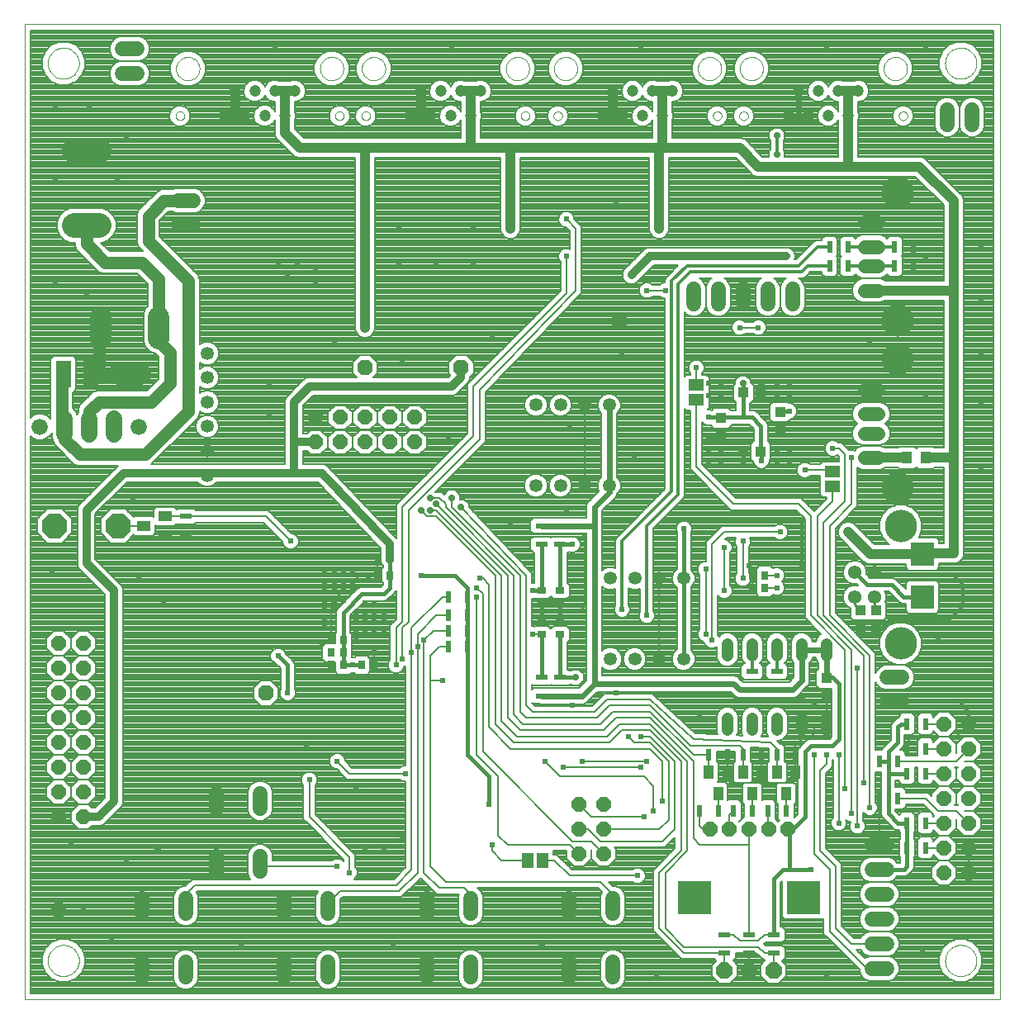
<source format=gbl>
G75*
G70*
%OFA0B0*%
%FSLAX24Y24*%
%IPPOS*%
%LPD*%
%AMOC8*
5,1,8,0,0,1.08239X$1,22.5*
%
%ADD10C,0.0000*%
%ADD11C,0.0600*%
%ADD12C,0.0480*%
%ADD13R,0.0425X0.0413*%
%ADD14R,0.0512X0.0236*%
%ADD15C,0.0472*%
%ADD16OC8,0.0591*%
%ADD17OC8,0.0660*%
%ADD18R,0.1378X0.1378*%
%ADD19R,0.0236X0.0512*%
%ADD20R,0.0394X0.0551*%
%ADD21R,0.0413X0.0425*%
%ADD22R,0.0433X0.0512*%
%ADD23R,0.0630X0.0460*%
%ADD24R,0.0460X0.0630*%
%ADD25OC8,0.0600*%
%ADD26OC8,0.1000*%
%ADD27R,0.0551X0.0394*%
%ADD28R,0.0354X0.0276*%
%ADD29C,0.1000*%
%ADD30C,0.0650*%
%ADD31C,0.0660*%
%ADD32R,0.0630X0.1063*%
%ADD33C,0.0531*%
%ADD34C,0.1306*%
%ADD35C,0.0543*%
%ADD36R,0.0276X0.0354*%
%ADD37C,0.0860*%
%ADD38C,0.0561*%
%ADD39OC8,0.0630*%
%ADD40R,0.0945X0.0945*%
%ADD41C,0.0160*%
%ADD42C,0.0240*%
%ADD43C,0.0079*%
%ADD44C,0.0240*%
%ADD45OC8,0.0240*%
%ADD46C,0.0320*%
%ADD47C,0.0120*%
%ADD48C,0.0400*%
%ADD49C,0.0500*%
%ADD50C,0.0100*%
D10*
X000950Y000139D02*
X000950Y039509D01*
X040320Y039509D01*
X040320Y000139D01*
X000950Y000139D01*
X001894Y001714D02*
X001896Y001764D01*
X001902Y001814D01*
X001912Y001863D01*
X001926Y001911D01*
X001943Y001958D01*
X001964Y002003D01*
X001989Y002047D01*
X002017Y002088D01*
X002049Y002127D01*
X002083Y002164D01*
X002120Y002198D01*
X002160Y002228D01*
X002202Y002255D01*
X002246Y002279D01*
X002292Y002300D01*
X002339Y002316D01*
X002387Y002329D01*
X002437Y002338D01*
X002486Y002343D01*
X002537Y002344D01*
X002587Y002341D01*
X002636Y002334D01*
X002685Y002323D01*
X002733Y002308D01*
X002779Y002290D01*
X002824Y002268D01*
X002867Y002242D01*
X002908Y002213D01*
X002947Y002181D01*
X002983Y002146D01*
X003015Y002108D01*
X003045Y002068D01*
X003072Y002025D01*
X003095Y001981D01*
X003114Y001935D01*
X003130Y001887D01*
X003142Y001838D01*
X003150Y001789D01*
X003154Y001739D01*
X003154Y001689D01*
X003150Y001639D01*
X003142Y001590D01*
X003130Y001541D01*
X003114Y001493D01*
X003095Y001447D01*
X003072Y001403D01*
X003045Y001360D01*
X003015Y001320D01*
X002983Y001282D01*
X002947Y001247D01*
X002908Y001215D01*
X002867Y001186D01*
X002824Y001160D01*
X002779Y001138D01*
X002733Y001120D01*
X002685Y001105D01*
X002636Y001094D01*
X002587Y001087D01*
X002537Y001084D01*
X002486Y001085D01*
X002437Y001090D01*
X002387Y001099D01*
X002339Y001112D01*
X002292Y001128D01*
X002246Y001149D01*
X002202Y001173D01*
X002160Y001200D01*
X002120Y001230D01*
X002083Y001264D01*
X002049Y001301D01*
X002017Y001340D01*
X001989Y001381D01*
X001964Y001425D01*
X001943Y001470D01*
X001926Y001517D01*
X001912Y001565D01*
X001902Y001614D01*
X001896Y001664D01*
X001894Y001714D01*
X007054Y035813D02*
X007056Y035839D01*
X007062Y035865D01*
X007072Y035890D01*
X007085Y035913D01*
X007101Y035933D01*
X007121Y035951D01*
X007143Y035966D01*
X007166Y035978D01*
X007192Y035986D01*
X007218Y035990D01*
X007244Y035990D01*
X007270Y035986D01*
X007296Y035978D01*
X007320Y035966D01*
X007341Y035951D01*
X007361Y035933D01*
X007377Y035913D01*
X007390Y035890D01*
X007400Y035865D01*
X007406Y035839D01*
X007408Y035813D01*
X007406Y035787D01*
X007400Y035761D01*
X007390Y035736D01*
X007377Y035713D01*
X007361Y035693D01*
X007341Y035675D01*
X007319Y035660D01*
X007296Y035648D01*
X007270Y035640D01*
X007244Y035636D01*
X007218Y035636D01*
X007192Y035640D01*
X007166Y035648D01*
X007142Y035660D01*
X007121Y035675D01*
X007101Y035693D01*
X007085Y035713D01*
X007072Y035736D01*
X007062Y035761D01*
X007056Y035787D01*
X007054Y035813D01*
X007074Y037718D02*
X007076Y037761D01*
X007082Y037803D01*
X007092Y037845D01*
X007105Y037886D01*
X007122Y037926D01*
X007143Y037963D01*
X007167Y037999D01*
X007194Y038032D01*
X007224Y038063D01*
X007257Y038091D01*
X007292Y038116D01*
X007329Y038137D01*
X007368Y038155D01*
X007408Y038169D01*
X007450Y038180D01*
X007492Y038187D01*
X007535Y038190D01*
X007578Y038189D01*
X007621Y038184D01*
X007663Y038175D01*
X007704Y038163D01*
X007744Y038147D01*
X007782Y038127D01*
X007818Y038104D01*
X007852Y038077D01*
X007884Y038048D01*
X007912Y038016D01*
X007938Y037981D01*
X007960Y037945D01*
X007979Y037906D01*
X007994Y037866D01*
X008006Y037825D01*
X008014Y037782D01*
X008018Y037739D01*
X008018Y037697D01*
X008014Y037654D01*
X008006Y037611D01*
X007994Y037570D01*
X007979Y037530D01*
X007960Y037491D01*
X007938Y037455D01*
X007912Y037420D01*
X007884Y037388D01*
X007852Y037359D01*
X007818Y037332D01*
X007782Y037309D01*
X007744Y037289D01*
X007704Y037273D01*
X007663Y037261D01*
X007621Y037252D01*
X007578Y037247D01*
X007535Y037246D01*
X007492Y037249D01*
X007450Y037256D01*
X007408Y037267D01*
X007368Y037281D01*
X007329Y037299D01*
X007292Y037320D01*
X007257Y037345D01*
X007224Y037373D01*
X007194Y037404D01*
X007167Y037437D01*
X007143Y037473D01*
X007122Y037510D01*
X007105Y037550D01*
X007092Y037591D01*
X007082Y037633D01*
X007076Y037675D01*
X007074Y037718D01*
X001894Y037935D02*
X001896Y037985D01*
X001902Y038035D01*
X001912Y038084D01*
X001926Y038132D01*
X001943Y038179D01*
X001964Y038224D01*
X001989Y038268D01*
X002017Y038309D01*
X002049Y038348D01*
X002083Y038385D01*
X002120Y038419D01*
X002160Y038449D01*
X002202Y038476D01*
X002246Y038500D01*
X002292Y038521D01*
X002339Y038537D01*
X002387Y038550D01*
X002437Y038559D01*
X002486Y038564D01*
X002537Y038565D01*
X002587Y038562D01*
X002636Y038555D01*
X002685Y038544D01*
X002733Y038529D01*
X002779Y038511D01*
X002824Y038489D01*
X002867Y038463D01*
X002908Y038434D01*
X002947Y038402D01*
X002983Y038367D01*
X003015Y038329D01*
X003045Y038289D01*
X003072Y038246D01*
X003095Y038202D01*
X003114Y038156D01*
X003130Y038108D01*
X003142Y038059D01*
X003150Y038010D01*
X003154Y037960D01*
X003154Y037910D01*
X003150Y037860D01*
X003142Y037811D01*
X003130Y037762D01*
X003114Y037714D01*
X003095Y037668D01*
X003072Y037624D01*
X003045Y037581D01*
X003015Y037541D01*
X002983Y037503D01*
X002947Y037468D01*
X002908Y037436D01*
X002867Y037407D01*
X002824Y037381D01*
X002779Y037359D01*
X002733Y037341D01*
X002685Y037326D01*
X002636Y037315D01*
X002587Y037308D01*
X002537Y037305D01*
X002486Y037306D01*
X002437Y037311D01*
X002387Y037320D01*
X002339Y037333D01*
X002292Y037349D01*
X002246Y037370D01*
X002202Y037394D01*
X002160Y037421D01*
X002120Y037451D01*
X002083Y037485D01*
X002049Y037522D01*
X002017Y037561D01*
X001989Y037602D01*
X001964Y037646D01*
X001943Y037691D01*
X001926Y037738D01*
X001912Y037786D01*
X001902Y037835D01*
X001896Y037885D01*
X001894Y037935D01*
X012881Y037718D02*
X012883Y037761D01*
X012889Y037803D01*
X012899Y037845D01*
X012912Y037886D01*
X012929Y037926D01*
X012950Y037963D01*
X012974Y037999D01*
X013001Y038032D01*
X013031Y038063D01*
X013064Y038091D01*
X013099Y038116D01*
X013136Y038137D01*
X013175Y038155D01*
X013215Y038169D01*
X013257Y038180D01*
X013299Y038187D01*
X013342Y038190D01*
X013385Y038189D01*
X013428Y038184D01*
X013470Y038175D01*
X013511Y038163D01*
X013551Y038147D01*
X013589Y038127D01*
X013625Y038104D01*
X013659Y038077D01*
X013691Y038048D01*
X013719Y038016D01*
X013745Y037981D01*
X013767Y037945D01*
X013786Y037906D01*
X013801Y037866D01*
X013813Y037825D01*
X013821Y037782D01*
X013825Y037739D01*
X013825Y037697D01*
X013821Y037654D01*
X013813Y037611D01*
X013801Y037570D01*
X013786Y037530D01*
X013767Y037491D01*
X013745Y037455D01*
X013719Y037420D01*
X013691Y037388D01*
X013659Y037359D01*
X013625Y037332D01*
X013589Y037309D01*
X013551Y037289D01*
X013511Y037273D01*
X013470Y037261D01*
X013428Y037252D01*
X013385Y037247D01*
X013342Y037246D01*
X013299Y037249D01*
X013257Y037256D01*
X013215Y037267D01*
X013175Y037281D01*
X013136Y037299D01*
X013099Y037320D01*
X013064Y037345D01*
X013031Y037373D01*
X013001Y037404D01*
X012974Y037437D01*
X012950Y037473D01*
X012929Y037510D01*
X012912Y037550D01*
X012899Y037591D01*
X012889Y037633D01*
X012883Y037675D01*
X012881Y037718D01*
X013491Y035813D02*
X013493Y035839D01*
X013499Y035865D01*
X013509Y035890D01*
X013522Y035913D01*
X013538Y035933D01*
X013558Y035951D01*
X013580Y035966D01*
X013603Y035978D01*
X013629Y035986D01*
X013655Y035990D01*
X013681Y035990D01*
X013707Y035986D01*
X013733Y035978D01*
X013757Y035966D01*
X013778Y035951D01*
X013798Y035933D01*
X013814Y035913D01*
X013827Y035890D01*
X013837Y035865D01*
X013843Y035839D01*
X013845Y035813D01*
X013843Y035787D01*
X013837Y035761D01*
X013827Y035736D01*
X013814Y035713D01*
X013798Y035693D01*
X013778Y035675D01*
X013756Y035660D01*
X013733Y035648D01*
X013707Y035640D01*
X013681Y035636D01*
X013655Y035636D01*
X013629Y035640D01*
X013603Y035648D01*
X013579Y035660D01*
X013558Y035675D01*
X013538Y035693D01*
X013522Y035713D01*
X013509Y035736D01*
X013499Y035761D01*
X013493Y035787D01*
X013491Y035813D01*
X014554Y035813D02*
X014556Y035839D01*
X014562Y035865D01*
X014572Y035890D01*
X014585Y035913D01*
X014601Y035933D01*
X014621Y035951D01*
X014643Y035966D01*
X014666Y035978D01*
X014692Y035986D01*
X014718Y035990D01*
X014744Y035990D01*
X014770Y035986D01*
X014796Y035978D01*
X014820Y035966D01*
X014841Y035951D01*
X014861Y035933D01*
X014877Y035913D01*
X014890Y035890D01*
X014900Y035865D01*
X014906Y035839D01*
X014908Y035813D01*
X014906Y035787D01*
X014900Y035761D01*
X014890Y035736D01*
X014877Y035713D01*
X014861Y035693D01*
X014841Y035675D01*
X014819Y035660D01*
X014796Y035648D01*
X014770Y035640D01*
X014744Y035636D01*
X014718Y035636D01*
X014692Y035640D01*
X014666Y035648D01*
X014642Y035660D01*
X014621Y035675D01*
X014601Y035693D01*
X014585Y035713D01*
X014572Y035736D01*
X014562Y035761D01*
X014556Y035787D01*
X014554Y035813D01*
X014574Y037718D02*
X014576Y037761D01*
X014582Y037803D01*
X014592Y037845D01*
X014605Y037886D01*
X014622Y037926D01*
X014643Y037963D01*
X014667Y037999D01*
X014694Y038032D01*
X014724Y038063D01*
X014757Y038091D01*
X014792Y038116D01*
X014829Y038137D01*
X014868Y038155D01*
X014908Y038169D01*
X014950Y038180D01*
X014992Y038187D01*
X015035Y038190D01*
X015078Y038189D01*
X015121Y038184D01*
X015163Y038175D01*
X015204Y038163D01*
X015244Y038147D01*
X015282Y038127D01*
X015318Y038104D01*
X015352Y038077D01*
X015384Y038048D01*
X015412Y038016D01*
X015438Y037981D01*
X015460Y037945D01*
X015479Y037906D01*
X015494Y037866D01*
X015506Y037825D01*
X015514Y037782D01*
X015518Y037739D01*
X015518Y037697D01*
X015514Y037654D01*
X015506Y037611D01*
X015494Y037570D01*
X015479Y037530D01*
X015460Y037491D01*
X015438Y037455D01*
X015412Y037420D01*
X015384Y037388D01*
X015352Y037359D01*
X015318Y037332D01*
X015282Y037309D01*
X015244Y037289D01*
X015204Y037273D01*
X015163Y037261D01*
X015121Y037252D01*
X015078Y037247D01*
X015035Y037246D01*
X014992Y037249D01*
X014950Y037256D01*
X014908Y037267D01*
X014868Y037281D01*
X014829Y037299D01*
X014792Y037320D01*
X014757Y037345D01*
X014724Y037373D01*
X014694Y037404D01*
X014667Y037437D01*
X014643Y037473D01*
X014622Y037510D01*
X014605Y037550D01*
X014592Y037591D01*
X014582Y037633D01*
X014576Y037675D01*
X014574Y037718D01*
X020381Y037718D02*
X020383Y037761D01*
X020389Y037803D01*
X020399Y037845D01*
X020412Y037886D01*
X020429Y037926D01*
X020450Y037963D01*
X020474Y037999D01*
X020501Y038032D01*
X020531Y038063D01*
X020564Y038091D01*
X020599Y038116D01*
X020636Y038137D01*
X020675Y038155D01*
X020715Y038169D01*
X020757Y038180D01*
X020799Y038187D01*
X020842Y038190D01*
X020885Y038189D01*
X020928Y038184D01*
X020970Y038175D01*
X021011Y038163D01*
X021051Y038147D01*
X021089Y038127D01*
X021125Y038104D01*
X021159Y038077D01*
X021191Y038048D01*
X021219Y038016D01*
X021245Y037981D01*
X021267Y037945D01*
X021286Y037906D01*
X021301Y037866D01*
X021313Y037825D01*
X021321Y037782D01*
X021325Y037739D01*
X021325Y037697D01*
X021321Y037654D01*
X021313Y037611D01*
X021301Y037570D01*
X021286Y037530D01*
X021267Y037491D01*
X021245Y037455D01*
X021219Y037420D01*
X021191Y037388D01*
X021159Y037359D01*
X021125Y037332D01*
X021089Y037309D01*
X021051Y037289D01*
X021011Y037273D01*
X020970Y037261D01*
X020928Y037252D01*
X020885Y037247D01*
X020842Y037246D01*
X020799Y037249D01*
X020757Y037256D01*
X020715Y037267D01*
X020675Y037281D01*
X020636Y037299D01*
X020599Y037320D01*
X020564Y037345D01*
X020531Y037373D01*
X020501Y037404D01*
X020474Y037437D01*
X020450Y037473D01*
X020429Y037510D01*
X020412Y037550D01*
X020399Y037591D01*
X020389Y037633D01*
X020383Y037675D01*
X020381Y037718D01*
X020991Y035813D02*
X020993Y035839D01*
X020999Y035865D01*
X021009Y035890D01*
X021022Y035913D01*
X021038Y035933D01*
X021058Y035951D01*
X021080Y035966D01*
X021103Y035978D01*
X021129Y035986D01*
X021155Y035990D01*
X021181Y035990D01*
X021207Y035986D01*
X021233Y035978D01*
X021257Y035966D01*
X021278Y035951D01*
X021298Y035933D01*
X021314Y035913D01*
X021327Y035890D01*
X021337Y035865D01*
X021343Y035839D01*
X021345Y035813D01*
X021343Y035787D01*
X021337Y035761D01*
X021327Y035736D01*
X021314Y035713D01*
X021298Y035693D01*
X021278Y035675D01*
X021256Y035660D01*
X021233Y035648D01*
X021207Y035640D01*
X021181Y035636D01*
X021155Y035636D01*
X021129Y035640D01*
X021103Y035648D01*
X021079Y035660D01*
X021058Y035675D01*
X021038Y035693D01*
X021022Y035713D01*
X021009Y035736D01*
X020999Y035761D01*
X020993Y035787D01*
X020991Y035813D01*
X022304Y035813D02*
X022306Y035839D01*
X022312Y035865D01*
X022322Y035890D01*
X022335Y035913D01*
X022351Y035933D01*
X022371Y035951D01*
X022393Y035966D01*
X022416Y035978D01*
X022442Y035986D01*
X022468Y035990D01*
X022494Y035990D01*
X022520Y035986D01*
X022546Y035978D01*
X022570Y035966D01*
X022591Y035951D01*
X022611Y035933D01*
X022627Y035913D01*
X022640Y035890D01*
X022650Y035865D01*
X022656Y035839D01*
X022658Y035813D01*
X022656Y035787D01*
X022650Y035761D01*
X022640Y035736D01*
X022627Y035713D01*
X022611Y035693D01*
X022591Y035675D01*
X022569Y035660D01*
X022546Y035648D01*
X022520Y035640D01*
X022494Y035636D01*
X022468Y035636D01*
X022442Y035640D01*
X022416Y035648D01*
X022392Y035660D01*
X022371Y035675D01*
X022351Y035693D01*
X022335Y035713D01*
X022322Y035736D01*
X022312Y035761D01*
X022306Y035787D01*
X022304Y035813D01*
X022324Y037718D02*
X022326Y037761D01*
X022332Y037803D01*
X022342Y037845D01*
X022355Y037886D01*
X022372Y037926D01*
X022393Y037963D01*
X022417Y037999D01*
X022444Y038032D01*
X022474Y038063D01*
X022507Y038091D01*
X022542Y038116D01*
X022579Y038137D01*
X022618Y038155D01*
X022658Y038169D01*
X022700Y038180D01*
X022742Y038187D01*
X022785Y038190D01*
X022828Y038189D01*
X022871Y038184D01*
X022913Y038175D01*
X022954Y038163D01*
X022994Y038147D01*
X023032Y038127D01*
X023068Y038104D01*
X023102Y038077D01*
X023134Y038048D01*
X023162Y038016D01*
X023188Y037981D01*
X023210Y037945D01*
X023229Y037906D01*
X023244Y037866D01*
X023256Y037825D01*
X023264Y037782D01*
X023268Y037739D01*
X023268Y037697D01*
X023264Y037654D01*
X023256Y037611D01*
X023244Y037570D01*
X023229Y037530D01*
X023210Y037491D01*
X023188Y037455D01*
X023162Y037420D01*
X023134Y037388D01*
X023102Y037359D01*
X023068Y037332D01*
X023032Y037309D01*
X022994Y037289D01*
X022954Y037273D01*
X022913Y037261D01*
X022871Y037252D01*
X022828Y037247D01*
X022785Y037246D01*
X022742Y037249D01*
X022700Y037256D01*
X022658Y037267D01*
X022618Y037281D01*
X022579Y037299D01*
X022542Y037320D01*
X022507Y037345D01*
X022474Y037373D01*
X022444Y037404D01*
X022417Y037437D01*
X022393Y037473D01*
X022372Y037510D01*
X022355Y037550D01*
X022342Y037591D01*
X022332Y037633D01*
X022326Y037675D01*
X022324Y037718D01*
X028131Y037718D02*
X028133Y037761D01*
X028139Y037803D01*
X028149Y037845D01*
X028162Y037886D01*
X028179Y037926D01*
X028200Y037963D01*
X028224Y037999D01*
X028251Y038032D01*
X028281Y038063D01*
X028314Y038091D01*
X028349Y038116D01*
X028386Y038137D01*
X028425Y038155D01*
X028465Y038169D01*
X028507Y038180D01*
X028549Y038187D01*
X028592Y038190D01*
X028635Y038189D01*
X028678Y038184D01*
X028720Y038175D01*
X028761Y038163D01*
X028801Y038147D01*
X028839Y038127D01*
X028875Y038104D01*
X028909Y038077D01*
X028941Y038048D01*
X028969Y038016D01*
X028995Y037981D01*
X029017Y037945D01*
X029036Y037906D01*
X029051Y037866D01*
X029063Y037825D01*
X029071Y037782D01*
X029075Y037739D01*
X029075Y037697D01*
X029071Y037654D01*
X029063Y037611D01*
X029051Y037570D01*
X029036Y037530D01*
X029017Y037491D01*
X028995Y037455D01*
X028969Y037420D01*
X028941Y037388D01*
X028909Y037359D01*
X028875Y037332D01*
X028839Y037309D01*
X028801Y037289D01*
X028761Y037273D01*
X028720Y037261D01*
X028678Y037252D01*
X028635Y037247D01*
X028592Y037246D01*
X028549Y037249D01*
X028507Y037256D01*
X028465Y037267D01*
X028425Y037281D01*
X028386Y037299D01*
X028349Y037320D01*
X028314Y037345D01*
X028281Y037373D01*
X028251Y037404D01*
X028224Y037437D01*
X028200Y037473D01*
X028179Y037510D01*
X028162Y037550D01*
X028149Y037591D01*
X028139Y037633D01*
X028133Y037675D01*
X028131Y037718D01*
X028741Y035813D02*
X028743Y035839D01*
X028749Y035865D01*
X028759Y035890D01*
X028772Y035913D01*
X028788Y035933D01*
X028808Y035951D01*
X028830Y035966D01*
X028853Y035978D01*
X028879Y035986D01*
X028905Y035990D01*
X028931Y035990D01*
X028957Y035986D01*
X028983Y035978D01*
X029007Y035966D01*
X029028Y035951D01*
X029048Y035933D01*
X029064Y035913D01*
X029077Y035890D01*
X029087Y035865D01*
X029093Y035839D01*
X029095Y035813D01*
X029093Y035787D01*
X029087Y035761D01*
X029077Y035736D01*
X029064Y035713D01*
X029048Y035693D01*
X029028Y035675D01*
X029006Y035660D01*
X028983Y035648D01*
X028957Y035640D01*
X028931Y035636D01*
X028905Y035636D01*
X028879Y035640D01*
X028853Y035648D01*
X028829Y035660D01*
X028808Y035675D01*
X028788Y035693D01*
X028772Y035713D01*
X028759Y035736D01*
X028749Y035761D01*
X028743Y035787D01*
X028741Y035813D01*
X029804Y035813D02*
X029806Y035839D01*
X029812Y035865D01*
X029822Y035890D01*
X029835Y035913D01*
X029851Y035933D01*
X029871Y035951D01*
X029893Y035966D01*
X029916Y035978D01*
X029942Y035986D01*
X029968Y035990D01*
X029994Y035990D01*
X030020Y035986D01*
X030046Y035978D01*
X030070Y035966D01*
X030091Y035951D01*
X030111Y035933D01*
X030127Y035913D01*
X030140Y035890D01*
X030150Y035865D01*
X030156Y035839D01*
X030158Y035813D01*
X030156Y035787D01*
X030150Y035761D01*
X030140Y035736D01*
X030127Y035713D01*
X030111Y035693D01*
X030091Y035675D01*
X030069Y035660D01*
X030046Y035648D01*
X030020Y035640D01*
X029994Y035636D01*
X029968Y035636D01*
X029942Y035640D01*
X029916Y035648D01*
X029892Y035660D01*
X029871Y035675D01*
X029851Y035693D01*
X029835Y035713D01*
X029822Y035736D01*
X029812Y035761D01*
X029806Y035787D01*
X029804Y035813D01*
X029824Y037718D02*
X029826Y037761D01*
X029832Y037803D01*
X029842Y037845D01*
X029855Y037886D01*
X029872Y037926D01*
X029893Y037963D01*
X029917Y037999D01*
X029944Y038032D01*
X029974Y038063D01*
X030007Y038091D01*
X030042Y038116D01*
X030079Y038137D01*
X030118Y038155D01*
X030158Y038169D01*
X030200Y038180D01*
X030242Y038187D01*
X030285Y038190D01*
X030328Y038189D01*
X030371Y038184D01*
X030413Y038175D01*
X030454Y038163D01*
X030494Y038147D01*
X030532Y038127D01*
X030568Y038104D01*
X030602Y038077D01*
X030634Y038048D01*
X030662Y038016D01*
X030688Y037981D01*
X030710Y037945D01*
X030729Y037906D01*
X030744Y037866D01*
X030756Y037825D01*
X030764Y037782D01*
X030768Y037739D01*
X030768Y037697D01*
X030764Y037654D01*
X030756Y037611D01*
X030744Y037570D01*
X030729Y037530D01*
X030710Y037491D01*
X030688Y037455D01*
X030662Y037420D01*
X030634Y037388D01*
X030602Y037359D01*
X030568Y037332D01*
X030532Y037309D01*
X030494Y037289D01*
X030454Y037273D01*
X030413Y037261D01*
X030371Y037252D01*
X030328Y037247D01*
X030285Y037246D01*
X030242Y037249D01*
X030200Y037256D01*
X030158Y037267D01*
X030118Y037281D01*
X030079Y037299D01*
X030042Y037320D01*
X030007Y037345D01*
X029974Y037373D01*
X029944Y037404D01*
X029917Y037437D01*
X029893Y037473D01*
X029872Y037510D01*
X029855Y037550D01*
X029842Y037591D01*
X029832Y037633D01*
X029826Y037675D01*
X029824Y037718D01*
X035631Y037718D02*
X035633Y037761D01*
X035639Y037803D01*
X035649Y037845D01*
X035662Y037886D01*
X035679Y037926D01*
X035700Y037963D01*
X035724Y037999D01*
X035751Y038032D01*
X035781Y038063D01*
X035814Y038091D01*
X035849Y038116D01*
X035886Y038137D01*
X035925Y038155D01*
X035965Y038169D01*
X036007Y038180D01*
X036049Y038187D01*
X036092Y038190D01*
X036135Y038189D01*
X036178Y038184D01*
X036220Y038175D01*
X036261Y038163D01*
X036301Y038147D01*
X036339Y038127D01*
X036375Y038104D01*
X036409Y038077D01*
X036441Y038048D01*
X036469Y038016D01*
X036495Y037981D01*
X036517Y037945D01*
X036536Y037906D01*
X036551Y037866D01*
X036563Y037825D01*
X036571Y037782D01*
X036575Y037739D01*
X036575Y037697D01*
X036571Y037654D01*
X036563Y037611D01*
X036551Y037570D01*
X036536Y037530D01*
X036517Y037491D01*
X036495Y037455D01*
X036469Y037420D01*
X036441Y037388D01*
X036409Y037359D01*
X036375Y037332D01*
X036339Y037309D01*
X036301Y037289D01*
X036261Y037273D01*
X036220Y037261D01*
X036178Y037252D01*
X036135Y037247D01*
X036092Y037246D01*
X036049Y037249D01*
X036007Y037256D01*
X035965Y037267D01*
X035925Y037281D01*
X035886Y037299D01*
X035849Y037320D01*
X035814Y037345D01*
X035781Y037373D01*
X035751Y037404D01*
X035724Y037437D01*
X035700Y037473D01*
X035679Y037510D01*
X035662Y037550D01*
X035649Y037591D01*
X035639Y037633D01*
X035633Y037675D01*
X035631Y037718D01*
X036241Y035813D02*
X036243Y035839D01*
X036249Y035865D01*
X036259Y035890D01*
X036272Y035913D01*
X036288Y035933D01*
X036308Y035951D01*
X036330Y035966D01*
X036353Y035978D01*
X036379Y035986D01*
X036405Y035990D01*
X036431Y035990D01*
X036457Y035986D01*
X036483Y035978D01*
X036507Y035966D01*
X036528Y035951D01*
X036548Y035933D01*
X036564Y035913D01*
X036577Y035890D01*
X036587Y035865D01*
X036593Y035839D01*
X036595Y035813D01*
X036593Y035787D01*
X036587Y035761D01*
X036577Y035736D01*
X036564Y035713D01*
X036548Y035693D01*
X036528Y035675D01*
X036506Y035660D01*
X036483Y035648D01*
X036457Y035640D01*
X036431Y035636D01*
X036405Y035636D01*
X036379Y035640D01*
X036353Y035648D01*
X036329Y035660D01*
X036308Y035675D01*
X036288Y035693D01*
X036272Y035713D01*
X036259Y035736D01*
X036249Y035761D01*
X036243Y035787D01*
X036241Y035813D01*
X038115Y037935D02*
X038117Y037985D01*
X038123Y038035D01*
X038133Y038084D01*
X038147Y038132D01*
X038164Y038179D01*
X038185Y038224D01*
X038210Y038268D01*
X038238Y038309D01*
X038270Y038348D01*
X038304Y038385D01*
X038341Y038419D01*
X038381Y038449D01*
X038423Y038476D01*
X038467Y038500D01*
X038513Y038521D01*
X038560Y038537D01*
X038608Y038550D01*
X038658Y038559D01*
X038707Y038564D01*
X038758Y038565D01*
X038808Y038562D01*
X038857Y038555D01*
X038906Y038544D01*
X038954Y038529D01*
X039000Y038511D01*
X039045Y038489D01*
X039088Y038463D01*
X039129Y038434D01*
X039168Y038402D01*
X039204Y038367D01*
X039236Y038329D01*
X039266Y038289D01*
X039293Y038246D01*
X039316Y038202D01*
X039335Y038156D01*
X039351Y038108D01*
X039363Y038059D01*
X039371Y038010D01*
X039375Y037960D01*
X039375Y037910D01*
X039371Y037860D01*
X039363Y037811D01*
X039351Y037762D01*
X039335Y037714D01*
X039316Y037668D01*
X039293Y037624D01*
X039266Y037581D01*
X039236Y037541D01*
X039204Y037503D01*
X039168Y037468D01*
X039129Y037436D01*
X039088Y037407D01*
X039045Y037381D01*
X039000Y037359D01*
X038954Y037341D01*
X038906Y037326D01*
X038857Y037315D01*
X038808Y037308D01*
X038758Y037305D01*
X038707Y037306D01*
X038658Y037311D01*
X038608Y037320D01*
X038560Y037333D01*
X038513Y037349D01*
X038467Y037370D01*
X038423Y037394D01*
X038381Y037421D01*
X038341Y037451D01*
X038304Y037485D01*
X038270Y037522D01*
X038238Y037561D01*
X038210Y037602D01*
X038185Y037646D01*
X038164Y037691D01*
X038147Y037738D01*
X038133Y037786D01*
X038123Y037835D01*
X038117Y037885D01*
X038115Y037935D01*
X038115Y001714D02*
X038117Y001764D01*
X038123Y001814D01*
X038133Y001863D01*
X038147Y001911D01*
X038164Y001958D01*
X038185Y002003D01*
X038210Y002047D01*
X038238Y002088D01*
X038270Y002127D01*
X038304Y002164D01*
X038341Y002198D01*
X038381Y002228D01*
X038423Y002255D01*
X038467Y002279D01*
X038513Y002300D01*
X038560Y002316D01*
X038608Y002329D01*
X038658Y002338D01*
X038707Y002343D01*
X038758Y002344D01*
X038808Y002341D01*
X038857Y002334D01*
X038906Y002323D01*
X038954Y002308D01*
X039000Y002290D01*
X039045Y002268D01*
X039088Y002242D01*
X039129Y002213D01*
X039168Y002181D01*
X039204Y002146D01*
X039236Y002108D01*
X039266Y002068D01*
X039293Y002025D01*
X039316Y001981D01*
X039335Y001935D01*
X039351Y001887D01*
X039363Y001838D01*
X039371Y001789D01*
X039375Y001739D01*
X039375Y001689D01*
X039371Y001639D01*
X039363Y001590D01*
X039351Y001541D01*
X039335Y001493D01*
X039316Y001447D01*
X039293Y001403D01*
X039266Y001360D01*
X039236Y001320D01*
X039204Y001282D01*
X039168Y001247D01*
X039129Y001215D01*
X039088Y001186D01*
X039045Y001160D01*
X039000Y001138D01*
X038954Y001120D01*
X038906Y001105D01*
X038857Y001094D01*
X038808Y001087D01*
X038758Y001084D01*
X038707Y001085D01*
X038658Y001090D01*
X038608Y001099D01*
X038560Y001112D01*
X038513Y001128D01*
X038467Y001149D01*
X038423Y001173D01*
X038381Y001200D01*
X038341Y001230D01*
X038304Y001264D01*
X038270Y001301D01*
X038238Y001340D01*
X038210Y001381D01*
X038185Y001425D01*
X038164Y001470D01*
X038147Y001517D01*
X038133Y001565D01*
X038123Y001614D01*
X038117Y001664D01*
X038115Y001714D01*
D11*
X035750Y001389D02*
X035150Y001389D01*
X035150Y002389D02*
X035750Y002389D01*
X035750Y003389D02*
X035150Y003389D01*
X035150Y004389D02*
X035750Y004389D01*
X035750Y005389D02*
X035150Y005389D01*
X035150Y006389D02*
X035750Y006389D01*
X035775Y012139D02*
X036375Y012139D01*
X036375Y013139D02*
X035775Y013139D01*
X024715Y004219D02*
X024715Y003619D01*
X022935Y003619D02*
X022935Y004219D01*
X022935Y001659D02*
X022935Y001059D01*
X024715Y001059D02*
X024715Y001659D01*
X018965Y001659D02*
X018965Y001059D01*
X017185Y001059D02*
X017185Y001659D01*
X017185Y003619D02*
X017185Y004219D01*
X018965Y004219D02*
X018965Y003619D01*
X013215Y003619D02*
X013215Y004219D01*
X011435Y004219D02*
X011435Y003619D01*
X010465Y005309D02*
X010465Y005909D01*
X008685Y005909D02*
X008685Y005309D01*
X007465Y004219D02*
X007465Y003619D01*
X005685Y003619D02*
X005685Y004219D01*
X005685Y001659D02*
X005685Y001059D01*
X007465Y001059D02*
X007465Y001659D01*
X011435Y001659D02*
X011435Y001059D01*
X013215Y001059D02*
X013215Y001659D01*
X010465Y007869D02*
X010465Y008469D01*
X008685Y008469D02*
X008685Y007869D01*
X027950Y028214D02*
X027950Y028814D01*
X028950Y028814D02*
X028950Y028214D01*
X029950Y028214D02*
X029950Y028814D01*
X030950Y028814D02*
X030950Y028214D01*
X031950Y028214D02*
X031950Y028814D01*
X038200Y035464D02*
X038200Y036064D01*
X039200Y036064D02*
X039200Y035464D01*
X007750Y032389D02*
X007150Y032389D01*
X007150Y031389D02*
X007750Y031389D01*
X005500Y037514D02*
X004900Y037514D01*
X004900Y038514D02*
X005500Y038514D01*
D12*
X029325Y014504D02*
X029325Y014024D01*
X030325Y014024D02*
X030325Y014504D01*
X031325Y014504D02*
X031325Y014024D01*
X032325Y014024D02*
X032325Y014504D01*
X033325Y014504D02*
X033325Y014024D01*
X033325Y011504D02*
X033325Y011024D01*
X032325Y011024D02*
X032325Y011504D01*
X031325Y011504D02*
X031325Y011024D01*
X030325Y011024D02*
X030325Y011504D01*
X029325Y011504D02*
X029325Y011024D01*
D13*
X033325Y012420D03*
X033325Y013109D03*
X034700Y015170D03*
X034700Y015859D03*
X035325Y015859D03*
X035325Y015170D03*
X029075Y022920D03*
X029075Y023609D03*
X031450Y023859D03*
X031450Y023170D03*
D14*
X022575Y019263D03*
X022575Y018515D03*
X021825Y018515D03*
X021825Y019263D03*
X021825Y013138D03*
X021825Y012390D03*
X022575Y012390D03*
X022575Y013138D03*
X030325Y013388D03*
X030325Y012640D03*
X031325Y012640D03*
X031325Y013388D03*
X031200Y002763D03*
X031200Y002015D03*
X030200Y002015D03*
X030200Y002763D03*
X029200Y002763D03*
X029200Y002015D03*
X007450Y018890D03*
X007450Y019638D03*
D15*
X009044Y035813D03*
X009847Y035813D03*
X010650Y035813D03*
X011454Y035813D03*
X011855Y036813D03*
X011052Y036813D03*
X010249Y036813D03*
X009446Y036813D03*
X016544Y035813D03*
X017347Y035813D03*
X018150Y035813D03*
X018954Y035813D03*
X019355Y036813D03*
X018552Y036813D03*
X017749Y036813D03*
X016946Y036813D03*
X024294Y035813D03*
X025097Y035813D03*
X025900Y035813D03*
X026704Y035813D03*
X027105Y036813D03*
X026302Y036813D03*
X025499Y036813D03*
X024696Y036813D03*
X031794Y035813D03*
X032597Y035813D03*
X033400Y035813D03*
X034204Y035813D03*
X034605Y036813D03*
X033802Y036813D03*
X032999Y036813D03*
X032196Y036813D03*
D16*
X016700Y023639D03*
X016700Y022639D03*
X015700Y022639D03*
X014700Y022639D03*
X013700Y022639D03*
X013700Y023639D03*
X014700Y023639D03*
X015700Y023639D03*
X012700Y023639D03*
X012700Y022639D03*
X003325Y014514D03*
X003325Y013514D03*
X003325Y012514D03*
X003325Y011514D03*
X003325Y010514D03*
X003325Y009514D03*
X003325Y008514D03*
X003325Y007514D03*
X002325Y007514D03*
X002325Y008514D03*
X002325Y009514D03*
X002325Y010514D03*
X002325Y011514D03*
X002325Y012514D03*
X002325Y013514D03*
X002325Y014514D03*
X028625Y007020D03*
X029412Y007020D03*
X030200Y007020D03*
X030987Y007020D03*
X031774Y007020D03*
X038075Y007264D03*
X038075Y008264D03*
X039075Y008264D03*
X039075Y007264D03*
X039075Y006264D03*
X039075Y005264D03*
X038075Y005264D03*
X038075Y006264D03*
X038075Y009264D03*
X038075Y010264D03*
X039075Y010264D03*
X039075Y009264D03*
X039075Y011264D03*
X038075Y011264D03*
D17*
X031184Y001312D03*
X030200Y001312D03*
X029215Y001312D03*
D18*
X027995Y004264D03*
X032404Y004264D03*
D19*
X031699Y007764D03*
X030951Y007764D03*
X030324Y007764D03*
X029576Y007764D03*
X028949Y007764D03*
X028201Y007764D03*
X028576Y010014D03*
X029324Y010014D03*
X029951Y010014D03*
X030699Y010014D03*
X031326Y010014D03*
X032074Y010014D03*
X035451Y009764D03*
X036199Y009764D03*
X036576Y009264D03*
X037324Y009264D03*
X037324Y010264D03*
X036576Y010264D03*
X036576Y011264D03*
X037324Y011264D03*
X036199Y008264D03*
X035451Y008264D03*
X036576Y007264D03*
X037324Y007264D03*
X037324Y006264D03*
X036576Y006264D03*
X018824Y014389D03*
X018824Y015014D03*
X018824Y015639D03*
X018076Y015639D03*
X018076Y015014D03*
X018076Y014389D03*
X018076Y016389D03*
X018824Y016389D03*
X033451Y029764D03*
X033451Y030514D03*
X034199Y030514D03*
X034199Y029764D03*
X036076Y029764D03*
X036824Y029764D03*
X036824Y030514D03*
X036076Y030514D03*
D20*
X032074Y009322D03*
X031326Y009322D03*
X030699Y009322D03*
X029951Y009322D03*
X029324Y009322D03*
X028576Y009322D03*
X028950Y008456D03*
X030325Y008456D03*
X031700Y008456D03*
D21*
X030669Y022264D03*
X029980Y022264D03*
X029980Y024639D03*
X030669Y024639D03*
D22*
X036576Y022014D03*
X037324Y022014D03*
D23*
X033575Y021439D03*
X033575Y020839D03*
X028075Y024339D03*
X028075Y024939D03*
D24*
X021875Y005764D03*
X021275Y005764D03*
D25*
X023325Y006014D03*
X024325Y006014D03*
X024325Y007014D03*
X023325Y007014D03*
X023325Y008014D03*
X024325Y008014D03*
D26*
X004730Y019264D03*
X002170Y019264D03*
D27*
X005767Y019264D03*
X006633Y018890D03*
X006633Y019638D03*
D28*
X021825Y016645D03*
X021825Y016133D03*
X021825Y015395D03*
X021825Y014883D03*
X022575Y014883D03*
X022575Y015395D03*
X022575Y016133D03*
X022575Y016645D03*
D29*
X003950Y031389D02*
X002950Y031389D01*
X002950Y034389D02*
X003950Y034389D01*
D30*
X003575Y023589D02*
X003575Y022940D01*
X002575Y022940D02*
X002575Y023589D01*
X004575Y023589D02*
X004575Y022940D01*
D31*
X005575Y023264D03*
X001575Y023264D03*
D32*
X002523Y025389D03*
X003626Y025389D03*
D33*
X008325Y025241D03*
X008325Y024256D03*
X008325Y023272D03*
X008325Y022288D03*
X008325Y021304D03*
X008325Y026225D03*
X021598Y024139D03*
X022583Y024139D03*
X023567Y024139D03*
X024551Y024139D03*
X024551Y020889D03*
X023567Y020889D03*
X022583Y020889D03*
X021598Y020889D03*
X024598Y017139D03*
X025583Y017139D03*
X026567Y017139D03*
X027551Y017139D03*
X027551Y013889D03*
X026567Y013889D03*
X025583Y013889D03*
X024598Y013889D03*
D34*
X036325Y014519D03*
X036325Y019259D03*
X036200Y020803D03*
X036200Y025976D03*
X036200Y027553D03*
X036200Y032726D03*
D35*
X035258Y017381D03*
X034470Y017381D03*
X034470Y016397D03*
X035258Y016397D03*
D36*
X030831Y016764D03*
X030831Y017264D03*
X030319Y017264D03*
X030319Y016764D03*
X015706Y017264D03*
X015194Y017264D03*
X013831Y014639D03*
X013831Y014139D03*
X013831Y013639D03*
X013319Y013639D03*
X013319Y014139D03*
X013319Y014639D03*
X014569Y013639D03*
X015081Y013639D03*
D37*
X005630Y025375D02*
X004770Y025375D01*
X004019Y026834D02*
X004019Y027694D01*
X006381Y027694D02*
X006381Y026834D01*
D38*
X034852Y028761D02*
X035413Y028761D01*
X035413Y029746D02*
X034852Y029746D01*
X034852Y030533D02*
X035413Y030533D01*
X035413Y031517D02*
X034852Y031517D01*
X034852Y024767D02*
X035413Y024767D01*
X035413Y023783D02*
X034852Y023783D01*
X034852Y022996D02*
X035413Y022996D01*
X035413Y022011D02*
X034852Y022011D01*
D39*
X024950Y027514D03*
X018575Y025639D03*
X014700Y025639D03*
X010700Y012514D03*
X002325Y003764D03*
D40*
X037200Y016398D03*
X037200Y018131D03*
D41*
X037209Y018139D01*
X035950Y016889D02*
X036441Y016398D01*
X037200Y016398D01*
X035950Y016889D02*
X034962Y016889D01*
X034470Y017381D01*
X033575Y013139D02*
X033355Y013139D01*
X033575Y013139D02*
X033825Y012889D01*
X033825Y010639D01*
X033575Y010389D01*
X032700Y010389D01*
X032450Y010139D01*
X032450Y007514D01*
X031956Y007020D01*
X031774Y007020D01*
X031825Y006970D02*
X031825Y005389D01*
X032700Y005389D01*
X031825Y005389D02*
X031575Y005389D01*
X031200Y005014D01*
X031200Y002763D01*
X035450Y005389D02*
X036450Y005389D01*
X036576Y005515D01*
X036576Y006264D01*
X036576Y007264D01*
X036200Y007264D01*
X035825Y007639D01*
X035825Y009264D01*
X036576Y009264D01*
X035825Y009264D02*
X035825Y009764D01*
X035825Y010139D01*
X036200Y010514D01*
X036200Y011139D01*
X036325Y011264D01*
X036576Y011264D01*
X035825Y009764D02*
X035451Y009764D01*
X027575Y013913D02*
X027575Y017116D01*
X027575Y017163D02*
X027575Y019139D01*
X029950Y021889D02*
X029950Y022234D01*
X030669Y022264D02*
X030669Y023243D01*
X030633Y023331D02*
X030325Y023639D01*
X029950Y023639D01*
X029950Y024545D01*
X029950Y025014D01*
X030700Y025014D02*
X030700Y024670D01*
X031480Y023889D02*
X031450Y023859D01*
X031480Y023889D02*
X031825Y023889D01*
X031825Y023139D02*
X031480Y023139D01*
X030700Y022234D02*
X030700Y021889D01*
X030669Y023243D02*
X030667Y023263D01*
X030663Y023282D01*
X030655Y023300D01*
X030645Y023316D01*
X030632Y023331D01*
X029950Y023639D02*
X029148Y023639D01*
X029132Y023638D01*
X029116Y023634D01*
X029101Y023628D01*
X029087Y023619D01*
X029074Y023609D01*
X029044Y023639D02*
X028575Y023639D01*
X028575Y022889D02*
X029044Y022889D01*
X023075Y018514D02*
X022701Y018514D01*
X022575Y018515D02*
X022575Y016645D01*
X022575Y016133D02*
X021825Y016133D01*
X021825Y015395D01*
X022575Y015395D01*
X022575Y015764D01*
X022575Y016133D01*
X021825Y016645D02*
X021825Y018515D01*
X021700Y016645D02*
X021450Y016639D01*
X021825Y014883D02*
X021825Y013138D01*
X022575Y013139D02*
X023200Y013139D01*
X022575Y013139D02*
X022575Y014883D01*
X018824Y015014D02*
X018824Y014389D01*
X018824Y010015D01*
X019700Y009139D01*
X019700Y008014D01*
X014569Y013639D02*
X014200Y013639D01*
X013831Y013639D01*
X013831Y014139D01*
X013831Y014639D01*
X013825Y014645D02*
X013825Y015764D01*
X014575Y016514D01*
X015450Y016514D01*
X015706Y016770D01*
X015706Y017264D01*
X015700Y017270D02*
X015700Y017889D01*
X016950Y017264D02*
X018325Y017264D01*
X018825Y016764D01*
X018824Y016389D01*
X018824Y015639D01*
X018824Y015014D01*
X011575Y013639D02*
X011575Y012514D01*
X011575Y013639D02*
X011200Y014014D01*
X035133Y028761D02*
X035136Y028764D01*
X036576Y022014D02*
X036573Y022011D01*
D42*
X033325Y014264D02*
X032325Y014264D01*
X032325Y013014D01*
X031950Y012639D01*
X031950Y012640D02*
X031325Y012640D01*
X030325Y012640D01*
X029824Y012639D01*
X029574Y012889D01*
X023950Y012889D01*
X023451Y012390D01*
X022575Y012390D01*
X021825Y012390D01*
X023950Y012889D02*
X023950Y019264D01*
X022576Y019264D01*
X022575Y019263D02*
X021825Y019263D01*
X023950Y019264D02*
X023950Y020014D01*
X024551Y020616D01*
X024551Y020889D01*
X024551Y024139D01*
X033325Y014264D02*
X033325Y013109D01*
X032597Y035813D02*
X032196Y035813D01*
X032196Y036813D01*
X032196Y035813D02*
X031794Y035813D01*
D43*
X031457Y035334D02*
X031192Y035334D01*
X031005Y035147D01*
X031005Y034882D01*
X031065Y034822D01*
X031065Y034457D01*
X031005Y034397D01*
X031005Y034164D01*
X030740Y034164D01*
X030051Y034853D01*
X029904Y034914D01*
X027103Y034914D01*
X027103Y035639D01*
X027139Y035726D01*
X027139Y035899D01*
X027103Y035987D01*
X027103Y036377D01*
X027192Y036377D01*
X027352Y036443D01*
X027474Y036566D01*
X027541Y036726D01*
X027541Y036899D01*
X027474Y037059D01*
X027352Y037182D01*
X027192Y037248D01*
X027019Y037248D01*
X026931Y037212D01*
X026476Y037212D01*
X026389Y037248D01*
X026215Y037248D01*
X026055Y037182D01*
X025933Y037059D01*
X025900Y036981D01*
X025868Y037059D01*
X025746Y037182D01*
X025586Y037248D01*
X025412Y037248D01*
X025252Y037182D01*
X025130Y037059D01*
X025063Y036899D01*
X025063Y036726D01*
X025130Y036566D01*
X025252Y036443D01*
X025412Y036377D01*
X025586Y036377D01*
X025746Y036443D01*
X025868Y036566D01*
X025900Y036644D01*
X025933Y036566D01*
X026055Y036443D01*
X026215Y036377D01*
X026304Y036377D01*
X026304Y035987D01*
X026302Y035981D01*
X026270Y036059D01*
X026147Y036182D01*
X025987Y036248D01*
X025814Y036248D01*
X025654Y036182D01*
X025531Y036059D01*
X025465Y035899D01*
X025465Y035726D01*
X025531Y035566D01*
X025654Y035443D01*
X025814Y035377D01*
X025987Y035377D01*
X026147Y035443D01*
X026270Y035566D01*
X026302Y035644D01*
X026304Y035639D01*
X026304Y034914D01*
X019349Y034914D01*
X019349Y035629D01*
X019389Y035726D01*
X019389Y035899D01*
X019349Y035996D01*
X019349Y036377D01*
X019442Y036377D01*
X019602Y036443D01*
X019724Y036566D01*
X019791Y036726D01*
X019791Y036899D01*
X019724Y037059D01*
X019602Y037182D01*
X019442Y037248D01*
X019269Y037248D01*
X019181Y037212D01*
X018726Y037212D01*
X018639Y037248D01*
X018465Y037248D01*
X018305Y037182D01*
X018183Y037059D01*
X018150Y036981D01*
X018118Y037059D01*
X017996Y037182D01*
X017836Y037248D01*
X017662Y037248D01*
X017502Y037182D01*
X017380Y037059D01*
X017313Y036899D01*
X017313Y036726D01*
X017380Y036566D01*
X017502Y036443D01*
X017662Y036377D01*
X017836Y036377D01*
X017996Y036443D01*
X018118Y036566D01*
X018150Y036644D01*
X018183Y036566D01*
X018305Y036443D01*
X018465Y036377D01*
X018550Y036377D01*
X018550Y035986D01*
X018520Y036059D01*
X018397Y036182D01*
X018237Y036248D01*
X018064Y036248D01*
X017904Y036182D01*
X017781Y036059D01*
X017715Y035899D01*
X017715Y035726D01*
X017781Y035566D01*
X017904Y035443D01*
X018064Y035377D01*
X018237Y035377D01*
X018397Y035443D01*
X018520Y035566D01*
X018550Y035640D01*
X018550Y034914D01*
X012240Y034914D01*
X011853Y035301D01*
X011853Y035639D01*
X011889Y035726D01*
X011889Y035899D01*
X011849Y035996D01*
X011849Y036377D01*
X011942Y036377D01*
X012102Y036443D01*
X012224Y036566D01*
X012291Y036726D01*
X012291Y036899D01*
X012224Y037059D01*
X012102Y037182D01*
X011942Y037248D01*
X011769Y037248D01*
X011681Y037212D01*
X011226Y037212D01*
X011139Y037248D01*
X010965Y037248D01*
X010805Y037182D01*
X010683Y037059D01*
X010650Y036981D01*
X010618Y037059D01*
X010496Y037182D01*
X010336Y037248D01*
X010162Y037248D01*
X010002Y037182D01*
X009880Y037059D01*
X009813Y036899D01*
X009813Y036726D01*
X009880Y036566D01*
X010002Y036443D01*
X010162Y036377D01*
X010336Y036377D01*
X010496Y036443D01*
X010618Y036566D01*
X010650Y036644D01*
X010683Y036566D01*
X010805Y036443D01*
X010965Y036377D01*
X011050Y036377D01*
X011050Y035986D01*
X011020Y036059D01*
X010897Y036182D01*
X010737Y036248D01*
X010564Y036248D01*
X010404Y036182D01*
X010281Y036059D01*
X010215Y035899D01*
X010215Y035726D01*
X010281Y035566D01*
X010404Y035443D01*
X010564Y035377D01*
X010737Y035377D01*
X010897Y035443D01*
X011020Y035566D01*
X011052Y035644D01*
X011054Y035639D01*
X011054Y035056D01*
X011115Y034909D01*
X011227Y034797D01*
X011848Y034176D01*
X011995Y034115D01*
X014300Y034115D01*
X014300Y027185D01*
X014361Y027038D01*
X014473Y026926D01*
X014620Y026865D01*
X014779Y026865D01*
X014926Y026926D01*
X015038Y027038D01*
X015099Y027185D01*
X015099Y034115D01*
X020175Y034115D01*
X020175Y031185D01*
X020236Y031038D01*
X020348Y030926D01*
X020495Y030865D01*
X020654Y030865D01*
X020801Y030926D01*
X020913Y031038D01*
X020974Y031185D01*
X020974Y034115D01*
X026175Y034115D01*
X026175Y031185D01*
X026236Y031038D01*
X026348Y030926D01*
X026495Y030865D01*
X026654Y030865D01*
X026801Y030926D01*
X026913Y031038D01*
X026974Y031185D01*
X026974Y034115D01*
X029659Y034115D01*
X030236Y033538D01*
X030348Y033426D01*
X030495Y033365D01*
X036909Y033365D01*
X038050Y032224D01*
X038050Y029164D01*
X035690Y029164D01*
X035685Y029168D01*
X035509Y029241D01*
X034757Y029241D01*
X034580Y029168D01*
X034445Y029033D01*
X034372Y028857D01*
X034372Y028666D01*
X034445Y028490D01*
X034580Y028355D01*
X034757Y028282D01*
X035509Y028282D01*
X035685Y028355D01*
X035695Y028365D01*
X038050Y028365D01*
X038050Y022414D01*
X037679Y022414D01*
X037623Y022470D01*
X037025Y022470D01*
X036950Y022395D01*
X036875Y022470D01*
X036277Y022470D01*
X036218Y022411D01*
X035693Y022411D01*
X035685Y022418D01*
X035509Y022491D01*
X034757Y022491D01*
X034580Y022418D01*
X034464Y022302D01*
X034388Y022334D01*
X034261Y022334D01*
X034231Y022321D01*
X033924Y022628D01*
X033788Y022628D01*
X033756Y022660D01*
X033638Y022709D01*
X033511Y022709D01*
X033394Y022660D01*
X033304Y022570D01*
X033255Y022453D01*
X033255Y022326D01*
X033304Y022208D01*
X033394Y022119D01*
X033511Y022070D01*
X033638Y022070D01*
X033756Y022119D01*
X033757Y022120D01*
X033836Y022040D01*
X033836Y021869D01*
X033177Y021869D01*
X033061Y021753D01*
X032663Y021753D01*
X032631Y021785D01*
X032513Y021834D01*
X032386Y021834D01*
X032269Y021785D01*
X032179Y021695D01*
X032130Y021578D01*
X032130Y021451D01*
X032179Y021333D01*
X032269Y021244D01*
X032386Y021195D01*
X032513Y021195D01*
X032631Y021244D01*
X032663Y021276D01*
X033060Y021276D01*
X033060Y020527D01*
X033177Y020410D01*
X033336Y020410D01*
X033336Y020363D01*
X032851Y019878D01*
X032825Y019852D01*
X032799Y019878D01*
X032799Y019878D01*
X032299Y020378D01*
X029674Y020378D01*
X028313Y021738D01*
X028313Y023449D01*
X028394Y023369D01*
X028511Y023320D01*
X028638Y023320D01*
X028663Y023330D01*
X028663Y023320D01*
X028779Y023203D01*
X029370Y023203D01*
X029487Y023320D01*
X029487Y023360D01*
X030209Y023360D01*
X030390Y023179D01*
X030390Y022676D01*
X030380Y022676D01*
X030263Y022560D01*
X030263Y021969D01*
X030380Y021852D01*
X030380Y021852D01*
X030380Y021826D01*
X030429Y021708D01*
X030519Y021619D01*
X030636Y021570D01*
X030763Y021570D01*
X030881Y021619D01*
X030970Y021708D01*
X031019Y021826D01*
X031019Y021913D01*
X031075Y021969D01*
X031075Y022560D01*
X030958Y022676D01*
X030949Y022676D01*
X030949Y023324D01*
X030887Y023472D01*
X030887Y023472D01*
X030830Y023529D01*
X030791Y023568D01*
X030791Y023568D01*
X030483Y023876D01*
X030380Y023919D01*
X030229Y023919D01*
X030229Y024227D01*
X030269Y024227D01*
X030386Y024344D01*
X030386Y024935D01*
X030269Y025051D01*
X030269Y025147D01*
X030082Y025334D01*
X029817Y025334D01*
X029630Y025147D01*
X029630Y024991D01*
X029574Y024935D01*
X029574Y024344D01*
X029670Y024248D01*
X029670Y023919D01*
X029466Y023919D01*
X029370Y024015D01*
X028779Y024015D01*
X028698Y023934D01*
X028638Y023959D01*
X028521Y023959D01*
X028589Y024027D01*
X028589Y025252D01*
X028472Y025369D01*
X028313Y025369D01*
X028313Y025426D01*
X028345Y025458D01*
X028394Y025576D01*
X028394Y025703D01*
X028345Y025820D01*
X028256Y025910D01*
X028138Y025959D01*
X028011Y025959D01*
X027894Y025910D01*
X027804Y025820D01*
X027755Y025703D01*
X027755Y025576D01*
X027804Y025458D01*
X027836Y025426D01*
X027836Y025369D01*
X027677Y025369D01*
X027584Y025276D01*
X027584Y027874D01*
X027667Y027791D01*
X027850Y027715D01*
X028049Y027715D01*
X028233Y027791D01*
X028666Y027791D01*
X028667Y027791D02*
X028850Y027715D01*
X029049Y027715D01*
X029233Y027791D01*
X030666Y027791D01*
X030667Y027791D02*
X030850Y027715D01*
X031049Y027715D01*
X031233Y027791D01*
X031666Y027791D01*
X031667Y027791D02*
X031850Y027715D01*
X032049Y027715D01*
X032233Y027791D01*
X038050Y027791D01*
X038050Y027714D02*
X027584Y027714D01*
X027584Y027637D02*
X038050Y027637D01*
X038050Y027560D02*
X030696Y027560D01*
X030638Y027584D02*
X030511Y027584D01*
X030394Y027535D01*
X030362Y027503D01*
X030038Y027503D01*
X030006Y027535D01*
X029888Y027584D01*
X029761Y027584D01*
X029644Y027535D01*
X029554Y027445D01*
X029505Y027328D01*
X029505Y027201D01*
X029554Y027083D01*
X029644Y026994D01*
X029761Y026945D01*
X029888Y026945D01*
X030006Y026994D01*
X030038Y027026D01*
X030362Y027026D01*
X030394Y026994D01*
X030511Y026945D01*
X030638Y026945D01*
X030756Y026994D01*
X030845Y027083D01*
X030894Y027201D01*
X030894Y027328D01*
X038050Y027328D01*
X038050Y027405D02*
X030862Y027405D01*
X030845Y027445D02*
X030756Y027535D01*
X030638Y027584D01*
X030453Y027560D02*
X029946Y027560D01*
X029703Y027560D02*
X027584Y027560D01*
X027584Y027482D02*
X029591Y027482D01*
X029537Y027405D02*
X027584Y027405D01*
X027584Y027328D02*
X029505Y027328D01*
X029505Y027251D02*
X027584Y027251D01*
X027584Y027174D02*
X029517Y027174D01*
X029549Y027096D02*
X027584Y027096D01*
X027584Y027019D02*
X029618Y027019D01*
X029825Y027264D02*
X030575Y027264D01*
X030894Y027251D02*
X038050Y027251D01*
X038050Y027174D02*
X030883Y027174D01*
X030851Y027096D02*
X038050Y027096D01*
X038050Y027019D02*
X030781Y027019D01*
X030894Y027328D02*
X030845Y027445D01*
X030808Y027482D02*
X038050Y027482D01*
X038050Y027869D02*
X032310Y027869D01*
X032373Y027931D02*
X032449Y028115D01*
X032449Y028914D01*
X032373Y029097D01*
X032233Y029238D01*
X032191Y029255D01*
X032376Y029255D01*
X032472Y029294D01*
X032545Y029367D01*
X032682Y029505D01*
X033133Y029505D01*
X033133Y029426D01*
X033250Y029309D01*
X033651Y029309D01*
X033768Y029426D01*
X033768Y030103D01*
X033732Y030139D01*
X033768Y030176D01*
X033768Y030853D01*
X033651Y030970D01*
X033250Y030970D01*
X033133Y030853D01*
X033133Y030774D01*
X032898Y030774D01*
X032803Y030734D01*
X032092Y030024D01*
X032041Y030024D01*
X032059Y030068D01*
X032059Y030211D01*
X032004Y030343D01*
X031903Y030444D01*
X031771Y030499D01*
X026128Y030499D01*
X025996Y030444D01*
X025895Y030343D01*
X025145Y029593D01*
X025090Y029461D01*
X025090Y029318D01*
X025145Y029186D01*
X025246Y029085D01*
X025378Y029030D01*
X025521Y029030D01*
X025653Y029085D01*
X026349Y029780D01*
X027348Y029780D01*
X026928Y029359D01*
X026855Y029286D01*
X026815Y029191D01*
X026815Y029084D01*
X026761Y029084D01*
X026644Y029035D01*
X026612Y029003D01*
X026288Y029003D01*
X026256Y029035D01*
X026138Y029084D01*
X026011Y029084D01*
X025894Y029035D01*
X025804Y028945D01*
X025755Y028828D01*
X025755Y028701D01*
X025804Y028583D01*
X025894Y028494D01*
X026011Y028445D01*
X026138Y028445D01*
X026256Y028494D01*
X026288Y028526D01*
X026612Y028526D01*
X026644Y028494D01*
X026761Y028445D01*
X026815Y028445D01*
X026815Y020747D01*
X024928Y018859D01*
X024855Y018786D01*
X024815Y018691D01*
X024815Y017553D01*
X024691Y017604D01*
X024506Y017604D01*
X024335Y017534D01*
X024269Y017468D01*
X024269Y019882D01*
X024822Y020435D01*
X024870Y020550D01*
X024945Y020626D01*
X025016Y020797D01*
X025016Y020982D01*
X024945Y021153D01*
X024870Y021228D01*
X024870Y023801D01*
X024945Y023876D01*
X025016Y024047D01*
X025016Y024232D01*
X024945Y024403D01*
X024815Y024534D01*
X024644Y024604D01*
X024459Y024604D01*
X024288Y024534D01*
X024157Y024403D01*
X024086Y024232D01*
X024086Y024047D01*
X024157Y023876D01*
X024232Y023801D01*
X024232Y021228D01*
X024157Y021153D01*
X024086Y020982D01*
X024086Y020797D01*
X024143Y020659D01*
X023769Y020285D01*
X023679Y020195D01*
X023630Y020078D01*
X023630Y019584D01*
X022512Y019584D01*
X022510Y019583D01*
X021761Y019583D01*
X021757Y019581D01*
X021486Y019581D01*
X021369Y019464D01*
X021369Y019063D01*
X019813Y019063D01*
X019886Y018986D02*
X021446Y018986D01*
X021486Y018946D02*
X021757Y018946D01*
X021761Y018944D01*
X022638Y018944D01*
X022641Y018945D01*
X023630Y018945D01*
X023630Y013022D01*
X023318Y012710D01*
X021761Y012710D01*
X021757Y012708D01*
X021486Y012708D01*
X021438Y012660D01*
X021438Y012869D01*
X021486Y012821D01*
X022163Y012821D01*
X022200Y012857D01*
X022236Y012821D01*
X022913Y012821D01*
X022952Y012860D01*
X023027Y012860D01*
X023067Y012820D01*
X023332Y012820D01*
X023519Y013007D01*
X023519Y013272D01*
X023332Y013459D01*
X023067Y013459D01*
X023027Y013419D01*
X022950Y013419D01*
X022913Y013456D01*
X022854Y013456D01*
X022854Y014566D01*
X022951Y014663D01*
X022951Y015104D01*
X022834Y015221D01*
X022315Y015221D01*
X022200Y015105D01*
X022084Y015221D01*
X021565Y015221D01*
X021541Y015197D01*
X021513Y015209D01*
X021438Y015209D01*
X021438Y016320D01*
X021513Y016320D01*
X021541Y016332D01*
X021565Y016308D01*
X022084Y016308D01*
X022200Y016423D01*
X022315Y016308D01*
X022834Y016308D01*
X022951Y016425D01*
X022951Y016866D01*
X022854Y016963D01*
X022854Y018198D01*
X022913Y018198D01*
X022940Y018225D01*
X023011Y018195D01*
X023138Y018195D01*
X023256Y018244D01*
X023345Y018333D01*
X023394Y018451D01*
X023394Y018578D01*
X023345Y018695D01*
X023256Y018785D01*
X023138Y018834D01*
X023011Y018834D01*
X022941Y018805D01*
X022913Y018833D01*
X022236Y018833D01*
X022200Y018796D01*
X022163Y018833D01*
X021486Y018833D01*
X021369Y018716D01*
X021369Y018315D01*
X021486Y018198D01*
X021545Y018198D01*
X021545Y016963D01*
X021533Y016951D01*
X021513Y016959D01*
X021438Y016959D01*
X021438Y017262D01*
X021441Y017358D01*
X021438Y017360D01*
X021438Y017363D01*
X021370Y017431D01*
X018894Y020026D01*
X018894Y020147D01*
X018707Y020334D01*
X018519Y020334D01*
X018519Y020522D01*
X018332Y020709D01*
X018067Y020709D01*
X017893Y020534D01*
X017799Y020628D01*
X017538Y020628D01*
X017532Y020634D01*
X019563Y022665D01*
X019563Y024668D01*
X023370Y028597D01*
X023438Y028665D01*
X023438Y028668D01*
X023440Y028669D01*
X023438Y028766D01*
X023438Y031363D01*
X023299Y031503D01*
X023144Y031658D01*
X023144Y031703D01*
X023095Y031820D01*
X023006Y031910D01*
X022888Y031959D01*
X022761Y031959D01*
X022644Y031910D01*
X022554Y031820D01*
X022505Y031703D01*
X022505Y031576D01*
X022554Y031458D01*
X022644Y031369D01*
X022761Y031320D01*
X022806Y031320D01*
X022961Y031165D01*
X022961Y030429D01*
X022888Y030459D01*
X022761Y030459D01*
X022644Y030410D01*
X022554Y030320D01*
X022505Y030203D01*
X022505Y030076D01*
X022554Y029958D01*
X022586Y029926D01*
X022586Y028738D01*
X018976Y025128D01*
X018976Y025128D01*
X018836Y024988D01*
X018836Y022988D01*
X016101Y020253D01*
X015961Y020113D01*
X015961Y018761D01*
X015957Y018766D01*
X013256Y021589D01*
X013254Y021593D01*
X013207Y021641D01*
X013160Y021689D01*
X013156Y021691D01*
X013153Y021694D01*
X013091Y021720D01*
X013029Y021747D01*
X013025Y021747D01*
X013021Y021749D01*
X012954Y021749D01*
X012886Y021750D01*
X012882Y021749D01*
X012184Y021749D01*
X012184Y022280D01*
X012360Y022280D01*
X012495Y022145D01*
X012905Y022145D01*
X013194Y022434D01*
X013194Y022844D01*
X012905Y023134D01*
X012495Y023134D01*
X012360Y022999D01*
X012184Y022999D01*
X012184Y024116D01*
X012599Y024530D01*
X018271Y024530D01*
X018403Y024585D01*
X018778Y024960D01*
X018879Y025061D01*
X018934Y025193D01*
X018934Y025271D01*
X019089Y025426D01*
X019089Y025852D01*
X018788Y026154D01*
X018362Y026154D01*
X018060Y025852D01*
X018060Y025426D01*
X018144Y025342D01*
X018051Y025249D01*
X015036Y025249D01*
X015214Y025426D01*
X015214Y025852D01*
X014913Y026154D01*
X014487Y026154D01*
X014185Y025852D01*
X014185Y025426D01*
X014363Y025249D01*
X012378Y025249D01*
X012246Y025194D01*
X012145Y025093D01*
X011520Y024468D01*
X011465Y024336D01*
X011465Y021749D01*
X008466Y021749D01*
X008417Y021769D01*
X008232Y021769D01*
X008184Y021749D01*
X006056Y021749D01*
X006079Y021758D01*
X007956Y023635D01*
X008024Y023800D01*
X008024Y023899D01*
X008061Y023862D01*
X008232Y023791D01*
X008417Y023791D01*
X008588Y023862D01*
X008719Y023993D01*
X008790Y024164D01*
X008790Y024349D01*
X008719Y024520D01*
X008588Y024651D01*
X008417Y024722D01*
X008232Y024722D01*
X008061Y024651D01*
X008024Y024614D01*
X008024Y024884D01*
X008061Y024846D01*
X008232Y024776D01*
X008417Y024776D01*
X008588Y024846D01*
X008719Y024977D01*
X008790Y025148D01*
X008790Y025333D01*
X008719Y025504D01*
X008588Y025635D01*
X008417Y025706D01*
X008232Y025706D01*
X008061Y025635D01*
X008024Y025598D01*
X008024Y025868D01*
X008061Y025831D01*
X008232Y025760D01*
X008417Y025760D01*
X008588Y025831D01*
X008719Y025962D01*
X008790Y026132D01*
X008790Y026318D01*
X008719Y026488D01*
X008588Y026619D01*
X008417Y026690D01*
X008232Y026690D01*
X008061Y026619D01*
X008024Y026582D01*
X008024Y029229D01*
X007956Y029394D01*
X007829Y029520D01*
X006399Y030951D01*
X006399Y031578D01*
X006761Y031940D01*
X006930Y031940D01*
X007050Y031890D01*
X007849Y031890D01*
X008033Y031966D01*
X008173Y032106D01*
X008249Y032290D01*
X008249Y032489D01*
X008173Y032672D01*
X008033Y032813D01*
X007849Y032889D01*
X007050Y032889D01*
X006930Y032839D01*
X006485Y032839D01*
X006320Y032770D01*
X005695Y032145D01*
X005569Y032019D01*
X005500Y031854D01*
X005500Y030675D01*
X005569Y030510D01*
X005740Y030339D01*
X004386Y030339D01*
X004035Y030690D01*
X004089Y030690D01*
X004346Y030796D01*
X004543Y030993D01*
X004649Y031250D01*
X004649Y031528D01*
X004543Y031786D01*
X004346Y031982D01*
X004089Y032089D01*
X002811Y032089D01*
X002554Y031982D01*
X002357Y031786D01*
X002250Y031528D01*
X002250Y031250D01*
X002357Y030993D01*
X002554Y030796D01*
X002811Y030690D01*
X003000Y030690D01*
X003000Y030550D01*
X003069Y030385D01*
X003819Y029635D01*
X003945Y029508D01*
X004110Y029440D01*
X005514Y029440D01*
X005931Y029022D01*
X005931Y028135D01*
X005847Y028051D01*
X005751Y027820D01*
X005751Y026709D01*
X005847Y026478D01*
X006024Y026301D01*
X006244Y026210D01*
X006375Y026078D01*
X006375Y025201D01*
X005889Y024714D01*
X003860Y024714D01*
X003695Y024645D01*
X003569Y024519D01*
X003194Y024144D01*
X003125Y023979D01*
X003125Y023874D01*
X003075Y023752D01*
X003019Y023886D01*
X002899Y024006D01*
X002899Y024659D01*
X002921Y024659D01*
X003038Y024775D01*
X003038Y026003D01*
X002921Y026120D01*
X002126Y026120D01*
X002009Y026003D01*
X002009Y025574D01*
X002000Y025553D01*
X002000Y025374D01*
X002009Y025352D01*
X002009Y025250D01*
X002000Y025229D01*
X002000Y023587D01*
X001875Y023713D01*
X001680Y023794D01*
X001469Y023794D01*
X001275Y023713D01*
X001189Y023627D01*
X001189Y039270D01*
X040080Y039270D01*
X040080Y000379D01*
X001189Y000379D01*
X001189Y022901D01*
X001275Y022816D01*
X001469Y022735D01*
X001680Y022735D01*
X001875Y022816D01*
X002023Y022965D01*
X002050Y023030D01*
X002050Y022835D01*
X002130Y022643D01*
X002145Y022628D01*
X002194Y022510D01*
X002320Y022383D01*
X002945Y021758D01*
X003110Y021690D01*
X004742Y021690D01*
X004645Y021593D01*
X003145Y020093D01*
X003090Y019961D01*
X003090Y017693D01*
X003145Y017561D01*
X003246Y017460D01*
X004215Y016491D01*
X004215Y008288D01*
X003801Y007874D01*
X003665Y007874D01*
X003530Y008009D01*
X003120Y008009D01*
X002830Y007719D01*
X002830Y007309D01*
X003120Y007020D01*
X003530Y007020D01*
X003665Y007155D01*
X004021Y007155D01*
X004153Y007210D01*
X004778Y007835D01*
X004879Y007936D01*
X004934Y008068D01*
X004934Y016711D01*
X004879Y016843D01*
X003809Y017913D01*
X003809Y019741D01*
X005099Y021030D01*
X007941Y021030D01*
X008061Y020909D01*
X008232Y020839D01*
X008417Y020839D01*
X008588Y020909D01*
X008709Y021030D01*
X012796Y021030D01*
X015340Y018370D01*
X015340Y017818D01*
X015395Y017686D01*
X015420Y017661D01*
X015420Y017576D01*
X015368Y017524D01*
X015368Y017005D01*
X015426Y016947D01*
X015426Y016886D01*
X015334Y016794D01*
X014519Y016794D01*
X014416Y016751D01*
X014338Y016673D01*
X013588Y015923D01*
X013545Y015820D01*
X013545Y014951D01*
X013493Y014899D01*
X013493Y014516D01*
X013098Y014516D01*
X012982Y014399D01*
X012982Y013880D01*
X013098Y013763D01*
X013493Y013763D01*
X013493Y013380D01*
X013610Y013263D01*
X014051Y013263D01*
X014116Y013328D01*
X014136Y013320D01*
X014263Y013320D01*
X014283Y013328D01*
X014348Y013263D01*
X014789Y013263D01*
X014906Y013380D01*
X014906Y013899D01*
X014789Y014016D01*
X014348Y014016D01*
X014283Y013951D01*
X014263Y013959D01*
X014168Y013959D01*
X014168Y014899D01*
X014104Y014963D01*
X014104Y015649D01*
X014690Y016235D01*
X015505Y016235D01*
X015608Y016278D01*
X015864Y016533D01*
X015942Y016612D01*
X015961Y016657D01*
X015961Y015488D01*
X015851Y015378D01*
X015711Y015238D01*
X015711Y013852D01*
X015679Y013820D01*
X015630Y013703D01*
X015630Y013576D01*
X015679Y013458D01*
X015769Y013369D01*
X015886Y013320D01*
X016013Y013320D01*
X016131Y013369D01*
X016220Y013458D01*
X016267Y013572D01*
X016336Y013600D01*
X016336Y009584D01*
X016261Y009584D01*
X016144Y009535D01*
X016112Y009503D01*
X014174Y009503D01*
X013894Y009783D01*
X013894Y009828D01*
X013845Y009945D01*
X013756Y010035D01*
X013638Y010084D01*
X013511Y010084D01*
X013394Y010035D01*
X013304Y009945D01*
X013255Y009828D01*
X013255Y009701D01*
X013304Y009583D01*
X013394Y009494D01*
X013511Y009445D01*
X013556Y009445D01*
X013836Y009165D01*
X013976Y009026D01*
X016112Y009026D01*
X016144Y008994D01*
X016261Y008945D01*
X016336Y008945D01*
X016336Y005488D01*
X015851Y005003D01*
X014265Y005003D01*
X014345Y005083D01*
X015930Y005083D01*
X015853Y005006D02*
X014267Y005006D01*
X014345Y005083D02*
X014394Y005201D01*
X014394Y005328D01*
X014345Y005445D01*
X014313Y005477D01*
X014313Y005988D01*
X012688Y007613D01*
X012688Y008801D01*
X012720Y008833D01*
X012769Y008951D01*
X012769Y009078D01*
X012720Y009195D01*
X012631Y009285D01*
X012513Y009334D01*
X012386Y009334D01*
X012269Y009285D01*
X012179Y009195D01*
X012130Y009078D01*
X012130Y008951D01*
X012179Y008833D01*
X012211Y008801D01*
X012211Y007415D01*
X012351Y007276D01*
X013836Y005790D01*
X013836Y005705D01*
X013756Y005785D01*
X013638Y005834D01*
X013511Y005834D01*
X013394Y005785D01*
X013362Y005753D01*
X010964Y005753D01*
X010964Y006009D01*
X010888Y006192D01*
X010748Y006333D01*
X010564Y006409D01*
X010365Y006409D01*
X010182Y006333D01*
X010041Y006192D01*
X009965Y006009D01*
X009965Y005210D01*
X010041Y005026D01*
X010065Y005003D01*
X007726Y005003D01*
X007441Y004719D01*
X007365Y004719D01*
X007182Y004643D01*
X007041Y004502D01*
X006965Y004319D01*
X006965Y003520D01*
X007041Y003336D01*
X007182Y003196D01*
X007365Y003120D01*
X007564Y003120D01*
X007748Y003196D01*
X007888Y003336D01*
X007964Y003520D01*
X007964Y004319D01*
X007892Y004494D01*
X007924Y004526D01*
X012815Y004526D01*
X012791Y004502D01*
X012715Y004319D01*
X012715Y003520D01*
X012791Y003336D01*
X012932Y003196D01*
X013115Y003120D01*
X013314Y003120D01*
X013498Y003196D01*
X013638Y003336D01*
X013714Y003520D01*
X013714Y004191D01*
X013799Y004276D01*
X016174Y004276D01*
X016924Y005026D01*
X016950Y005052D01*
X016976Y005026D01*
X017601Y004401D01*
X018499Y004401D01*
X018465Y004319D01*
X018465Y003520D01*
X018541Y003336D01*
X018682Y003196D01*
X018865Y003120D01*
X019064Y003120D01*
X019248Y003196D01*
X019388Y003336D01*
X019464Y003520D01*
X019464Y004319D01*
X019388Y004502D01*
X019248Y004643D01*
X019228Y004651D01*
X024101Y004651D01*
X024279Y004472D01*
X024215Y004319D01*
X024215Y003520D01*
X024291Y003336D01*
X024432Y003196D01*
X024615Y003120D01*
X024814Y003120D01*
X024998Y003196D01*
X025138Y003336D01*
X025214Y003520D01*
X025214Y004319D01*
X025138Y004502D01*
X024998Y004643D01*
X024814Y004719D01*
X024708Y004719D01*
X024526Y004901D01*
X025487Y004901D01*
X025519Y004869D01*
X025636Y004820D01*
X025763Y004820D01*
X025881Y004869D01*
X025970Y004958D01*
X026019Y005076D01*
X026019Y005203D01*
X025970Y005320D01*
X025881Y005410D01*
X025763Y005459D01*
X025636Y005459D01*
X025519Y005410D01*
X025487Y005378D01*
X023049Y005378D01*
X022424Y006003D01*
X022304Y006003D01*
X022304Y006151D01*
X022825Y006151D01*
X022825Y005808D01*
X023118Y005515D01*
X023532Y005515D01*
X023824Y005808D01*
X023824Y006177D01*
X023825Y006176D01*
X023825Y005808D01*
X024118Y005515D01*
X024532Y005515D01*
X024824Y005808D01*
X024824Y006221D01*
X024770Y006276D01*
X026799Y006276D01*
X027211Y006688D01*
X027211Y006238D01*
X026476Y005503D01*
X026476Y005503D01*
X026336Y005363D01*
X026336Y002915D01*
X026476Y002776D01*
X027476Y001776D01*
X028783Y001776D01*
X028857Y001702D01*
X028686Y001531D01*
X028686Y001092D01*
X028996Y000782D01*
X029435Y000782D01*
X029745Y001092D01*
X029745Y001531D01*
X029558Y001718D01*
X029655Y001815D01*
X029655Y002026D01*
X030476Y002026D01*
X030585Y001916D01*
X030725Y001777D01*
X030782Y001777D01*
X030841Y001718D01*
X030655Y001531D01*
X030655Y001092D01*
X030965Y000782D01*
X031403Y000782D01*
X031713Y001092D01*
X031713Y001531D01*
X031542Y001702D01*
X031655Y001815D01*
X031655Y002216D01*
X031538Y002333D01*
X030861Y002333D01*
X030853Y002324D01*
X030787Y002389D01*
X030853Y002455D01*
X030861Y002446D01*
X031538Y002446D01*
X031655Y002563D01*
X031655Y002964D01*
X031538Y003081D01*
X031479Y003081D01*
X031479Y004899D01*
X031516Y004936D01*
X031516Y003493D01*
X031633Y003376D01*
X033176Y003376D01*
X033211Y003411D01*
X033211Y002790D01*
X033351Y002651D01*
X034650Y001351D01*
X034650Y001290D01*
X034726Y001106D01*
X034867Y000966D01*
X035050Y000890D01*
X035849Y000890D01*
X036033Y000966D01*
X036173Y001106D01*
X036249Y001290D01*
X036249Y001489D01*
X036173Y001672D01*
X036033Y001813D01*
X035849Y001889D01*
X035050Y001889D01*
X034867Y001813D01*
X034865Y001811D01*
X034526Y002151D01*
X034708Y002151D01*
X034726Y002106D01*
X034867Y001966D01*
X035050Y001890D01*
X035849Y001890D01*
X036033Y001966D01*
X036173Y002106D01*
X036249Y002290D01*
X036249Y002489D01*
X036173Y002672D01*
X036033Y002813D01*
X035849Y002889D01*
X035050Y002889D01*
X034867Y002813D01*
X034726Y002672D01*
X034708Y002628D01*
X034424Y002628D01*
X033938Y003113D01*
X033938Y005613D01*
X033313Y006238D01*
X033313Y009290D01*
X033424Y009401D01*
X033563Y009540D01*
X033563Y009801D01*
X033575Y009813D01*
X033586Y009801D01*
X033586Y007477D01*
X033313Y007477D01*
X033313Y007400D02*
X033535Y007400D01*
X033554Y007445D02*
X033505Y007328D01*
X033505Y007201D01*
X033554Y007083D01*
X033644Y006994D01*
X033761Y006945D01*
X033888Y006945D01*
X034006Y006994D01*
X034095Y007083D01*
X034144Y007201D01*
X034144Y007328D01*
X034115Y007397D01*
X034144Y007369D01*
X034261Y007320D01*
X034304Y007320D01*
X034255Y007203D01*
X034255Y007076D01*
X034304Y006958D01*
X034394Y006869D01*
X034511Y006820D01*
X034638Y006820D01*
X034756Y006869D01*
X034845Y006958D01*
X034894Y007076D01*
X034894Y007203D01*
X034845Y007320D01*
X034813Y007352D01*
X034813Y007699D01*
X034894Y007619D01*
X035011Y007570D01*
X035138Y007570D01*
X035256Y007619D01*
X035345Y007708D01*
X035394Y007826D01*
X035394Y007953D01*
X035345Y008070D01*
X035313Y008102D01*
X035313Y009309D01*
X035545Y009309D01*
X035545Y007584D01*
X035588Y007481D01*
X035963Y007106D01*
X036041Y007028D01*
X036144Y006985D01*
X036258Y006985D01*
X036258Y006926D01*
X036296Y006888D01*
X036296Y006641D01*
X036258Y006603D01*
X036258Y005926D01*
X036296Y005888D01*
X036296Y005669D01*
X036174Y005669D01*
X036173Y005672D01*
X036033Y005813D01*
X035849Y005889D01*
X035050Y005889D01*
X034867Y005813D01*
X034726Y005672D01*
X034650Y005489D01*
X034650Y005290D01*
X034726Y005106D01*
X034867Y004966D01*
X035050Y004890D01*
X035849Y004890D01*
X036033Y004966D01*
X036173Y005106D01*
X036174Y005110D01*
X036505Y005110D01*
X036608Y005153D01*
X036734Y005279D01*
X036812Y005357D01*
X036855Y005460D01*
X036855Y005888D01*
X036893Y005926D01*
X036893Y006603D01*
X036855Y006641D01*
X036855Y006888D01*
X036893Y006926D01*
X036893Y007603D01*
X036776Y007720D01*
X036375Y007720D01*
X036258Y007603D01*
X036258Y007601D01*
X036104Y007755D01*
X036104Y007809D01*
X036399Y007809D01*
X036516Y007926D01*
X036516Y008026D01*
X037226Y008026D01*
X037586Y007665D01*
X037681Y007570D01*
X037641Y007530D01*
X037641Y007603D01*
X037524Y007720D01*
X037123Y007720D01*
X037006Y007603D01*
X037006Y006926D01*
X037123Y006809D01*
X037524Y006809D01*
X037641Y006926D01*
X037641Y006998D01*
X037870Y006770D01*
X038280Y006770D01*
X038569Y007059D01*
X038569Y007432D01*
X038580Y007421D01*
X038580Y007059D01*
X038870Y006770D01*
X039280Y006770D01*
X039569Y007059D01*
X039569Y007469D01*
X039280Y007759D01*
X038918Y007759D01*
X038907Y007770D01*
X039280Y007770D01*
X039569Y008059D01*
X039569Y008469D01*
X039280Y008759D01*
X038870Y008759D01*
X038580Y008469D01*
X038580Y008059D01*
X038636Y008003D01*
X038513Y008003D01*
X038569Y008059D01*
X038569Y008469D01*
X038280Y008759D01*
X037870Y008759D01*
X037580Y008469D01*
X037580Y008347D01*
X037424Y008503D01*
X036516Y008503D01*
X036516Y008603D01*
X036399Y008720D01*
X036104Y008720D01*
X036104Y008985D01*
X036258Y008985D01*
X036258Y008926D01*
X036375Y008809D01*
X036776Y008809D01*
X036893Y008926D01*
X036893Y009526D01*
X037006Y009526D01*
X037006Y008926D01*
X037123Y008809D01*
X037524Y008809D01*
X037641Y008926D01*
X037641Y008998D01*
X037870Y008770D01*
X038280Y008770D01*
X038569Y009059D01*
X038569Y009469D01*
X038513Y009526D01*
X038636Y009526D01*
X038580Y009469D01*
X038580Y009059D01*
X038870Y008770D01*
X039280Y008770D01*
X039569Y009059D01*
X039569Y009469D01*
X039280Y009759D01*
X038907Y009759D01*
X038918Y009770D01*
X039280Y009770D01*
X039569Y010059D01*
X039569Y010469D01*
X039280Y010759D01*
X038870Y010759D01*
X038580Y010469D01*
X038580Y010107D01*
X038569Y010097D01*
X038569Y010469D01*
X038280Y010759D01*
X037870Y010759D01*
X037641Y010530D01*
X037641Y010603D01*
X037524Y010720D01*
X037123Y010720D01*
X037006Y010603D01*
X037006Y010003D01*
X036516Y010003D01*
X036516Y010103D01*
X036399Y010220D01*
X036300Y010220D01*
X036358Y010278D01*
X036437Y010356D01*
X036479Y010459D01*
X036479Y010809D01*
X036776Y010809D01*
X036893Y010926D01*
X036893Y011603D01*
X036776Y011720D01*
X036375Y011720D01*
X036258Y011603D01*
X036258Y011539D01*
X036166Y011501D01*
X036088Y011423D01*
X035963Y011298D01*
X035920Y011195D01*
X035920Y010630D01*
X035588Y010298D01*
X035556Y010220D01*
X035313Y010220D01*
X035313Y012948D01*
X035351Y012856D01*
X035492Y012716D01*
X035675Y012640D01*
X036474Y012640D01*
X036658Y012716D01*
X036798Y012856D01*
X036874Y013040D01*
X036874Y013239D01*
X036798Y013422D01*
X036658Y013563D01*
X036474Y013639D01*
X035675Y013639D01*
X035492Y013563D01*
X035351Y013422D01*
X035313Y013331D01*
X035313Y014113D01*
X035174Y014253D01*
X033688Y015738D01*
X033688Y019165D01*
X034563Y020040D01*
X034563Y021622D01*
X034580Y021605D01*
X034757Y021532D01*
X035509Y021532D01*
X035685Y021605D01*
X035693Y021612D01*
X036224Y021612D01*
X036277Y021559D01*
X036875Y021559D01*
X036950Y021634D01*
X037025Y021559D01*
X037623Y021559D01*
X037679Y021615D01*
X038050Y021615D01*
X038050Y018539D01*
X037871Y018539D01*
X037871Y018686D01*
X037755Y018802D01*
X037058Y018802D01*
X037177Y019090D01*
X037177Y019429D01*
X037047Y019742D01*
X036807Y019982D01*
X036494Y020112D01*
X036155Y020112D01*
X035842Y019982D01*
X035602Y019742D01*
X035473Y019429D01*
X035473Y019090D01*
X035602Y018777D01*
X035842Y018537D01*
X035859Y018530D01*
X035249Y018530D01*
X034426Y019353D01*
X034279Y019414D01*
X034120Y019414D01*
X033973Y019353D01*
X033861Y019241D01*
X033800Y019094D01*
X033800Y018935D01*
X033861Y018788D01*
X034745Y017904D01*
X034857Y017792D01*
X035004Y017731D01*
X036528Y017731D01*
X036528Y017575D01*
X036645Y017459D01*
X037755Y017459D01*
X037871Y017575D01*
X037871Y017740D01*
X038529Y017740D01*
X038676Y017801D01*
X038788Y017913D01*
X038849Y018060D01*
X038849Y032469D01*
X038788Y032616D01*
X038676Y032728D01*
X037301Y034103D01*
X037154Y034164D01*
X034603Y034164D01*
X034603Y035639D01*
X034639Y035726D01*
X034639Y035899D01*
X034603Y035987D01*
X034603Y036377D01*
X034692Y036377D01*
X034852Y036443D01*
X034974Y036566D01*
X035041Y036726D01*
X035041Y036899D01*
X034974Y037059D01*
X034852Y037182D01*
X034692Y037248D01*
X034519Y037248D01*
X034431Y037212D01*
X033976Y037212D01*
X033889Y037248D01*
X033715Y037248D01*
X033555Y037182D01*
X033433Y037059D01*
X033400Y036981D01*
X033368Y037059D01*
X033246Y037182D01*
X033086Y037248D01*
X032912Y037248D01*
X032752Y037182D01*
X032630Y037059D01*
X032563Y036899D01*
X032563Y036726D01*
X032630Y036566D01*
X032752Y036443D01*
X032912Y036377D01*
X033086Y036377D01*
X033246Y036443D01*
X033368Y036566D01*
X033400Y036644D01*
X033433Y036566D01*
X033555Y036443D01*
X033715Y036377D01*
X033804Y036377D01*
X033804Y035987D01*
X033802Y035981D01*
X033770Y036059D01*
X033647Y036182D01*
X033487Y036248D01*
X033314Y036248D01*
X033154Y036182D01*
X033031Y036059D01*
X032965Y035899D01*
X032965Y035726D01*
X033031Y035566D01*
X033154Y035443D01*
X033314Y035377D01*
X033487Y035377D01*
X033647Y035443D01*
X033770Y035566D01*
X033802Y035644D01*
X033804Y035639D01*
X033804Y034164D01*
X031644Y034164D01*
X031644Y034397D01*
X031584Y034457D01*
X031584Y034822D01*
X031644Y034882D01*
X031644Y035147D01*
X031457Y035334D01*
X031507Y035284D02*
X033804Y035284D01*
X033804Y035361D02*
X027103Y035361D01*
X027103Y035438D02*
X028734Y035438D01*
X028682Y035459D02*
X028835Y035396D01*
X029001Y035396D01*
X029154Y035459D01*
X029271Y035577D01*
X029335Y035730D01*
X029335Y035895D01*
X029271Y036049D01*
X029154Y036166D01*
X029001Y036229D01*
X028835Y036229D01*
X028682Y036166D01*
X028565Y036049D01*
X028502Y035895D01*
X028502Y035730D01*
X028565Y035577D01*
X028682Y035459D01*
X028626Y035515D02*
X027103Y035515D01*
X027103Y035593D02*
X028558Y035593D01*
X028526Y035670D02*
X027116Y035670D01*
X027139Y035747D02*
X028502Y035747D01*
X028502Y035824D02*
X027139Y035824D01*
X027138Y035902D02*
X028504Y035902D01*
X028536Y035979D02*
X027106Y035979D01*
X027103Y036056D02*
X028573Y036056D01*
X028650Y036133D02*
X027103Y036133D01*
X027103Y036211D02*
X028791Y036211D01*
X029046Y036211D02*
X029854Y036211D01*
X029898Y036229D02*
X029745Y036166D01*
X029628Y036049D01*
X029565Y035895D01*
X029565Y035730D01*
X029628Y035577D01*
X029745Y035459D01*
X029898Y035396D01*
X030064Y035396D01*
X030217Y035459D01*
X030334Y035577D01*
X030398Y035730D01*
X030398Y035895D01*
X030334Y036049D01*
X030217Y036166D01*
X030064Y036229D01*
X029898Y036229D01*
X029713Y036133D02*
X029186Y036133D01*
X029264Y036056D02*
X029636Y036056D01*
X029599Y035979D02*
X029300Y035979D01*
X029332Y035902D02*
X029567Y035902D01*
X029565Y035824D02*
X029335Y035824D01*
X029335Y035747D02*
X029565Y035747D01*
X029589Y035670D02*
X029310Y035670D01*
X029278Y035593D02*
X029621Y035593D01*
X029689Y035515D02*
X029210Y035515D01*
X029103Y035438D02*
X029797Y035438D01*
X030166Y035438D02*
X033166Y035438D01*
X033082Y035515D02*
X030273Y035515D01*
X030341Y035593D02*
X033020Y035593D01*
X032988Y035670D02*
X030373Y035670D01*
X030398Y035747D02*
X032965Y035747D01*
X032965Y035824D02*
X030398Y035824D01*
X030395Y035902D02*
X032966Y035902D01*
X032998Y035979D02*
X030363Y035979D01*
X030327Y036056D02*
X033030Y036056D01*
X033105Y036133D02*
X030249Y036133D01*
X030109Y036211D02*
X033223Y036211D01*
X033243Y036442D02*
X033558Y036442D01*
X033479Y036520D02*
X033322Y036520D01*
X033381Y036597D02*
X033420Y036597D01*
X033400Y036983D02*
X033401Y036983D01*
X033434Y037060D02*
X033367Y037060D01*
X033290Y037138D02*
X033511Y037138D01*
X033635Y037215D02*
X033166Y037215D01*
X032832Y037215D02*
X030799Y037215D01*
X030722Y037138D02*
X032708Y037138D01*
X032631Y037060D02*
X030568Y037060D01*
X030438Y037006D02*
X030699Y037115D01*
X030900Y037315D01*
X031008Y037577D01*
X031008Y037860D01*
X030900Y038121D01*
X030699Y038322D01*
X030438Y038430D01*
X030155Y038430D01*
X029893Y038322D01*
X029693Y038121D01*
X029584Y037860D01*
X029584Y037577D01*
X029693Y037315D01*
X029893Y037115D01*
X030155Y037006D01*
X030438Y037006D01*
X030024Y037060D02*
X028875Y037060D01*
X028745Y037006D02*
X029006Y037115D01*
X029207Y037315D01*
X029315Y037577D01*
X029315Y037860D01*
X029207Y038121D01*
X029006Y038322D01*
X028745Y038430D01*
X028462Y038430D01*
X028200Y038322D01*
X028000Y038121D01*
X027891Y037860D01*
X027891Y037577D01*
X028000Y037315D01*
X028200Y037115D01*
X028462Y037006D01*
X028745Y037006D01*
X029029Y037138D02*
X029870Y037138D01*
X029793Y037215D02*
X029107Y037215D01*
X029184Y037292D02*
X029716Y037292D01*
X029670Y037369D02*
X029229Y037369D01*
X029261Y037446D02*
X029638Y037446D01*
X029606Y037524D02*
X029293Y037524D01*
X029315Y037601D02*
X029584Y037601D01*
X029584Y037678D02*
X029315Y037678D01*
X029315Y037755D02*
X029584Y037755D01*
X029584Y037833D02*
X029315Y037833D01*
X029294Y037910D02*
X029605Y037910D01*
X029637Y037987D02*
X029262Y037987D01*
X029230Y038064D02*
X029669Y038064D01*
X029713Y038142D02*
X029186Y038142D01*
X029109Y038219D02*
X029790Y038219D01*
X029867Y038296D02*
X029032Y038296D01*
X028881Y038373D02*
X030018Y038373D01*
X030574Y038373D02*
X035825Y038373D01*
X035700Y038322D02*
X035500Y038121D01*
X035391Y037860D01*
X035391Y037577D01*
X035500Y037315D01*
X035700Y037115D01*
X035962Y037006D01*
X036245Y037006D01*
X036506Y037115D01*
X036707Y037315D01*
X036815Y037577D01*
X036815Y037860D01*
X036707Y038121D01*
X036506Y038322D01*
X036245Y038430D01*
X035962Y038430D01*
X035700Y038322D01*
X035675Y038296D02*
X030725Y038296D01*
X030802Y038219D02*
X035597Y038219D01*
X035520Y038142D02*
X030879Y038142D01*
X030923Y038064D02*
X035476Y038064D01*
X035444Y037987D02*
X030955Y037987D01*
X030987Y037910D02*
X035412Y037910D01*
X035391Y037833D02*
X031008Y037833D01*
X031008Y037755D02*
X035391Y037755D01*
X035391Y037678D02*
X031008Y037678D01*
X031008Y037601D02*
X035391Y037601D01*
X035413Y037524D02*
X030986Y037524D01*
X030954Y037446D02*
X035445Y037446D01*
X035477Y037369D02*
X030922Y037369D01*
X030877Y037292D02*
X035523Y037292D01*
X035600Y037215D02*
X034773Y037215D01*
X034896Y037138D02*
X035677Y037138D01*
X035831Y037060D02*
X034974Y037060D01*
X035006Y036983D02*
X040080Y036983D01*
X040080Y036906D02*
X035038Y036906D01*
X035041Y036829D02*
X040080Y036829D01*
X040080Y036751D02*
X035041Y036751D01*
X035019Y036674D02*
X040080Y036674D01*
X040080Y036597D02*
X034987Y036597D01*
X034928Y036520D02*
X037994Y036520D01*
X037917Y036488D02*
X037776Y036347D01*
X037700Y036164D01*
X037700Y035365D01*
X037776Y035181D01*
X037917Y035041D01*
X038100Y034965D01*
X038299Y034965D01*
X038483Y035041D01*
X038623Y035181D01*
X038699Y035365D01*
X038699Y036164D01*
X038623Y036347D01*
X038483Y036488D01*
X038299Y036564D01*
X038100Y036564D01*
X037917Y036488D01*
X037871Y036442D02*
X034850Y036442D01*
X034603Y036365D02*
X037794Y036365D01*
X037752Y036288D02*
X034603Y036288D01*
X034603Y036211D02*
X036291Y036211D01*
X036335Y036229D02*
X036182Y036166D01*
X036065Y036049D01*
X036002Y035895D01*
X036002Y035730D01*
X036065Y035577D01*
X036182Y035459D01*
X036335Y035396D01*
X036501Y035396D01*
X036654Y035459D01*
X036771Y035577D01*
X036835Y035730D01*
X036835Y035895D01*
X036771Y036049D01*
X036654Y036166D01*
X036501Y036229D01*
X036335Y036229D01*
X036150Y036133D02*
X034603Y036133D01*
X034603Y036056D02*
X036073Y036056D01*
X036036Y035979D02*
X034606Y035979D01*
X034638Y035902D02*
X036004Y035902D01*
X036002Y035824D02*
X034639Y035824D01*
X034639Y035747D02*
X036002Y035747D01*
X036026Y035670D02*
X034616Y035670D01*
X034603Y035593D02*
X036058Y035593D01*
X036126Y035515D02*
X034603Y035515D01*
X034603Y035438D02*
X036234Y035438D01*
X036603Y035438D02*
X037700Y035438D01*
X037702Y035361D02*
X034603Y035361D01*
X034603Y035284D02*
X037734Y035284D01*
X037766Y035207D02*
X034603Y035207D01*
X034603Y035129D02*
X037829Y035129D01*
X037906Y035052D02*
X034603Y035052D01*
X034603Y034975D02*
X038077Y034975D01*
X038323Y034975D02*
X039077Y034975D01*
X039100Y034965D02*
X039299Y034965D01*
X039483Y035041D01*
X039623Y035181D01*
X039699Y035365D01*
X039699Y036164D01*
X039623Y036347D01*
X039483Y036488D01*
X039299Y036564D01*
X039100Y036564D01*
X038917Y036488D01*
X038776Y036347D01*
X038700Y036164D01*
X038700Y035365D01*
X038776Y035181D01*
X038917Y035041D01*
X039100Y034965D01*
X038906Y035052D02*
X038494Y035052D01*
X038571Y035129D02*
X038829Y035129D01*
X038766Y035207D02*
X038633Y035207D01*
X038665Y035284D02*
X038734Y035284D01*
X038702Y035361D02*
X038697Y035361D01*
X038699Y035438D02*
X038700Y035438D01*
X038699Y035515D02*
X038700Y035515D01*
X038699Y035593D02*
X038700Y035593D01*
X038699Y035670D02*
X038700Y035670D01*
X038699Y035747D02*
X038700Y035747D01*
X038699Y035824D02*
X038700Y035824D01*
X038699Y035902D02*
X038700Y035902D01*
X038699Y035979D02*
X038700Y035979D01*
X038699Y036056D02*
X038700Y036056D01*
X038699Y036133D02*
X038700Y036133D01*
X038680Y036211D02*
X038720Y036211D01*
X038752Y036288D02*
X038648Y036288D01*
X038605Y036365D02*
X038794Y036365D01*
X038871Y036442D02*
X038528Y036442D01*
X038406Y036520D02*
X038994Y036520D01*
X039406Y036520D02*
X040080Y036520D01*
X040080Y036442D02*
X039528Y036442D01*
X039605Y036365D02*
X040080Y036365D01*
X040080Y036288D02*
X039648Y036288D01*
X039680Y036211D02*
X040080Y036211D01*
X040080Y036133D02*
X039699Y036133D01*
X039699Y036056D02*
X040080Y036056D01*
X040080Y035979D02*
X039699Y035979D01*
X039699Y035902D02*
X040080Y035902D01*
X040080Y035824D02*
X039699Y035824D01*
X039699Y035747D02*
X040080Y035747D01*
X040080Y035670D02*
X039699Y035670D01*
X039699Y035593D02*
X040080Y035593D01*
X040080Y035515D02*
X039699Y035515D01*
X039699Y035438D02*
X040080Y035438D01*
X040080Y035361D02*
X039697Y035361D01*
X039665Y035284D02*
X040080Y035284D01*
X040080Y035207D02*
X039633Y035207D01*
X039571Y035129D02*
X040080Y035129D01*
X040080Y035052D02*
X039494Y035052D01*
X039323Y034975D02*
X040080Y034975D01*
X040080Y034898D02*
X034603Y034898D01*
X034603Y034820D02*
X040080Y034820D01*
X040080Y034743D02*
X034603Y034743D01*
X034603Y034666D02*
X040080Y034666D01*
X040080Y034589D02*
X034603Y034589D01*
X034603Y034511D02*
X040080Y034511D01*
X040080Y034434D02*
X034603Y034434D01*
X034603Y034357D02*
X040080Y034357D01*
X040080Y034280D02*
X034603Y034280D01*
X034603Y034202D02*
X040080Y034202D01*
X040080Y034125D02*
X037247Y034125D01*
X037356Y034048D02*
X040080Y034048D01*
X040080Y033971D02*
X037433Y033971D01*
X037510Y033893D02*
X040080Y033893D01*
X040080Y033816D02*
X037588Y033816D01*
X037665Y033739D02*
X040080Y033739D01*
X040080Y033662D02*
X037742Y033662D01*
X037819Y033584D02*
X040080Y033584D01*
X040080Y033507D02*
X037897Y033507D01*
X037974Y033430D02*
X040080Y033430D01*
X040080Y033353D02*
X038051Y033353D01*
X038128Y033276D02*
X040080Y033276D01*
X040080Y033198D02*
X038206Y033198D01*
X038283Y033121D02*
X040080Y033121D01*
X040080Y033044D02*
X038360Y033044D01*
X038437Y032967D02*
X040080Y032967D01*
X040080Y032889D02*
X038515Y032889D01*
X038592Y032812D02*
X040080Y032812D01*
X040080Y032735D02*
X038669Y032735D01*
X038746Y032658D02*
X040080Y032658D01*
X040080Y032580D02*
X038803Y032580D01*
X038835Y032503D02*
X040080Y032503D01*
X040080Y032426D02*
X038849Y032426D01*
X038849Y032349D02*
X040080Y032349D01*
X040080Y032271D02*
X038849Y032271D01*
X038849Y032194D02*
X040080Y032194D01*
X040080Y032117D02*
X038849Y032117D01*
X038849Y032040D02*
X040080Y032040D01*
X040080Y031962D02*
X038849Y031962D01*
X038849Y031885D02*
X040080Y031885D01*
X040080Y031808D02*
X038849Y031808D01*
X038849Y031731D02*
X040080Y031731D01*
X040080Y031653D02*
X038849Y031653D01*
X038849Y031576D02*
X040080Y031576D01*
X040080Y031499D02*
X038849Y031499D01*
X038849Y031422D02*
X040080Y031422D01*
X040080Y031344D02*
X038849Y031344D01*
X038849Y031267D02*
X040080Y031267D01*
X040080Y031190D02*
X038849Y031190D01*
X038849Y031113D02*
X040080Y031113D01*
X040080Y031036D02*
X038849Y031036D01*
X038849Y030958D02*
X040080Y030958D01*
X040080Y030881D02*
X038849Y030881D01*
X038849Y030804D02*
X040080Y030804D01*
X040080Y030727D02*
X038849Y030727D01*
X038849Y030649D02*
X040080Y030649D01*
X040080Y030572D02*
X038849Y030572D01*
X038849Y030495D02*
X040080Y030495D01*
X040080Y030418D02*
X038849Y030418D01*
X038849Y030340D02*
X040080Y030340D01*
X040080Y030263D02*
X038849Y030263D01*
X038849Y030186D02*
X040080Y030186D01*
X040080Y030109D02*
X038849Y030109D01*
X038849Y030031D02*
X040080Y030031D01*
X040080Y029954D02*
X038849Y029954D01*
X038849Y029877D02*
X040080Y029877D01*
X040080Y029800D02*
X038849Y029800D01*
X038849Y029722D02*
X040080Y029722D01*
X040080Y029645D02*
X038849Y029645D01*
X038849Y029568D02*
X040080Y029568D01*
X040080Y029491D02*
X038849Y029491D01*
X038849Y029413D02*
X040080Y029413D01*
X040080Y029336D02*
X038849Y029336D01*
X038849Y029259D02*
X040080Y029259D01*
X040080Y029182D02*
X038849Y029182D01*
X038849Y029105D02*
X040080Y029105D01*
X040080Y029027D02*
X038849Y029027D01*
X038849Y028950D02*
X040080Y028950D01*
X040080Y028873D02*
X038849Y028873D01*
X038849Y028796D02*
X040080Y028796D01*
X040080Y028718D02*
X038849Y028718D01*
X038849Y028641D02*
X040080Y028641D01*
X040080Y028564D02*
X038849Y028564D01*
X038849Y028487D02*
X040080Y028487D01*
X040080Y028409D02*
X038849Y028409D01*
X038849Y028332D02*
X040080Y028332D01*
X040080Y028255D02*
X038849Y028255D01*
X038849Y028178D02*
X040080Y028178D01*
X040080Y028100D02*
X038849Y028100D01*
X038849Y028023D02*
X040080Y028023D01*
X040080Y027946D02*
X038849Y027946D01*
X038849Y027869D02*
X040080Y027869D01*
X040080Y027791D02*
X038849Y027791D01*
X038849Y027714D02*
X040080Y027714D01*
X040080Y027637D02*
X038849Y027637D01*
X038849Y027560D02*
X040080Y027560D01*
X040080Y027482D02*
X038849Y027482D01*
X038849Y027405D02*
X040080Y027405D01*
X040080Y027328D02*
X038849Y027328D01*
X038849Y027251D02*
X040080Y027251D01*
X040080Y027174D02*
X038849Y027174D01*
X038849Y027096D02*
X040080Y027096D01*
X040080Y027019D02*
X038849Y027019D01*
X038849Y026942D02*
X040080Y026942D01*
X040080Y026865D02*
X038849Y026865D01*
X038849Y026787D02*
X040080Y026787D01*
X040080Y026710D02*
X038849Y026710D01*
X038849Y026633D02*
X040080Y026633D01*
X040080Y026556D02*
X038849Y026556D01*
X038849Y026478D02*
X040080Y026478D01*
X040080Y026401D02*
X038849Y026401D01*
X038849Y026324D02*
X040080Y026324D01*
X040080Y026247D02*
X038849Y026247D01*
X038849Y026169D02*
X040080Y026169D01*
X040080Y026092D02*
X038849Y026092D01*
X038849Y026015D02*
X040080Y026015D01*
X040080Y025938D02*
X038849Y025938D01*
X038849Y025860D02*
X040080Y025860D01*
X040080Y025783D02*
X038849Y025783D01*
X038849Y025706D02*
X040080Y025706D01*
X040080Y025629D02*
X038849Y025629D01*
X038849Y025551D02*
X040080Y025551D01*
X040080Y025474D02*
X038849Y025474D01*
X038849Y025397D02*
X040080Y025397D01*
X040080Y025320D02*
X038849Y025320D01*
X038849Y025243D02*
X040080Y025243D01*
X040080Y025165D02*
X038849Y025165D01*
X038849Y025088D02*
X040080Y025088D01*
X040080Y025011D02*
X038849Y025011D01*
X038849Y024934D02*
X040080Y024934D01*
X040080Y024856D02*
X038849Y024856D01*
X038849Y024779D02*
X040080Y024779D01*
X040080Y024702D02*
X038849Y024702D01*
X038849Y024625D02*
X040080Y024625D01*
X040080Y024547D02*
X038849Y024547D01*
X038849Y024470D02*
X040080Y024470D01*
X040080Y024393D02*
X038849Y024393D01*
X038849Y024316D02*
X040080Y024316D01*
X040080Y024238D02*
X038849Y024238D01*
X038849Y024161D02*
X040080Y024161D01*
X040080Y024084D02*
X038849Y024084D01*
X038849Y024007D02*
X040080Y024007D01*
X040080Y023929D02*
X038849Y023929D01*
X038849Y023852D02*
X040080Y023852D01*
X040080Y023775D02*
X038849Y023775D01*
X038849Y023698D02*
X040080Y023698D01*
X040080Y023620D02*
X038849Y023620D01*
X038849Y023543D02*
X040080Y023543D01*
X040080Y023466D02*
X038849Y023466D01*
X038849Y023389D02*
X040080Y023389D01*
X040080Y023311D02*
X038849Y023311D01*
X038849Y023234D02*
X040080Y023234D01*
X040080Y023157D02*
X038849Y023157D01*
X038849Y023080D02*
X040080Y023080D01*
X040080Y023003D02*
X038849Y023003D01*
X038849Y022925D02*
X040080Y022925D01*
X040080Y022848D02*
X038849Y022848D01*
X038849Y022771D02*
X040080Y022771D01*
X040080Y022694D02*
X038849Y022694D01*
X038849Y022616D02*
X040080Y022616D01*
X040080Y022539D02*
X038849Y022539D01*
X038849Y022462D02*
X040080Y022462D01*
X040080Y022385D02*
X038849Y022385D01*
X038849Y022307D02*
X040080Y022307D01*
X040080Y022230D02*
X038849Y022230D01*
X038849Y022153D02*
X040080Y022153D01*
X040080Y022076D02*
X038849Y022076D01*
X038849Y021998D02*
X040080Y021998D01*
X040080Y021921D02*
X038849Y021921D01*
X038849Y021844D02*
X040080Y021844D01*
X040080Y021767D02*
X038849Y021767D01*
X038849Y021689D02*
X040080Y021689D01*
X040080Y021612D02*
X038849Y021612D01*
X038849Y021535D02*
X040080Y021535D01*
X040080Y021458D02*
X038849Y021458D01*
X038849Y021380D02*
X040080Y021380D01*
X040080Y021303D02*
X038849Y021303D01*
X038849Y021226D02*
X040080Y021226D01*
X040080Y021149D02*
X038849Y021149D01*
X038849Y021072D02*
X040080Y021072D01*
X040080Y020994D02*
X038849Y020994D01*
X038849Y020917D02*
X040080Y020917D01*
X040080Y020840D02*
X038849Y020840D01*
X038849Y020763D02*
X040080Y020763D01*
X040080Y020685D02*
X038849Y020685D01*
X038849Y020608D02*
X040080Y020608D01*
X040080Y020531D02*
X038849Y020531D01*
X038849Y020454D02*
X040080Y020454D01*
X040080Y020376D02*
X038849Y020376D01*
X038849Y020299D02*
X040080Y020299D01*
X040080Y020222D02*
X038849Y020222D01*
X038849Y020145D02*
X040080Y020145D01*
X040080Y020067D02*
X038849Y020067D01*
X038849Y019990D02*
X040080Y019990D01*
X040080Y019913D02*
X038849Y019913D01*
X038849Y019836D02*
X040080Y019836D01*
X040080Y019758D02*
X038849Y019758D01*
X038849Y019681D02*
X040080Y019681D01*
X040080Y019604D02*
X038849Y019604D01*
X038849Y019527D02*
X040080Y019527D01*
X040080Y019449D02*
X038849Y019449D01*
X038849Y019372D02*
X040080Y019372D01*
X040080Y019295D02*
X038849Y019295D01*
X038849Y019218D02*
X040080Y019218D01*
X040080Y019141D02*
X038849Y019141D01*
X038849Y019063D02*
X040080Y019063D01*
X040080Y018986D02*
X038849Y018986D01*
X038849Y018909D02*
X040080Y018909D01*
X040080Y018832D02*
X038849Y018832D01*
X038849Y018754D02*
X040080Y018754D01*
X040080Y018677D02*
X038849Y018677D01*
X038849Y018600D02*
X040080Y018600D01*
X040080Y018523D02*
X038849Y018523D01*
X038849Y018445D02*
X040080Y018445D01*
X040080Y018368D02*
X038849Y018368D01*
X038849Y018291D02*
X040080Y018291D01*
X040080Y018214D02*
X038849Y018214D01*
X038849Y018136D02*
X040080Y018136D01*
X040080Y018059D02*
X038849Y018059D01*
X038817Y017982D02*
X040080Y017982D01*
X040080Y017905D02*
X038780Y017905D01*
X038703Y017827D02*
X040080Y017827D01*
X040080Y017750D02*
X038554Y017750D01*
X038450Y017264D02*
X035375Y017264D01*
X035258Y017381D01*
X035078Y017169D02*
X034941Y017306D01*
X034941Y017475D01*
X034870Y017648D01*
X034737Y017781D01*
X034564Y017853D01*
X034377Y017853D01*
X034204Y017781D01*
X034071Y017648D01*
X033999Y017475D01*
X033999Y017288D01*
X034071Y017115D01*
X034204Y016982D01*
X034377Y016910D01*
X034546Y016910D01*
X034606Y016851D01*
X034564Y016868D01*
X034377Y016868D01*
X034204Y016797D01*
X034071Y016664D01*
X033999Y016491D01*
X033999Y016304D01*
X034071Y016130D01*
X034204Y015998D01*
X034245Y015981D01*
X034259Y015947D01*
X034288Y015918D01*
X034288Y015570D01*
X034404Y015453D01*
X034995Y015453D01*
X035012Y015470D01*
X035029Y015453D01*
X035620Y015453D01*
X035737Y015570D01*
X035737Y016148D01*
X035686Y016199D01*
X035729Y016304D01*
X035729Y016491D01*
X035679Y016610D01*
X035834Y016610D01*
X036204Y016240D01*
X036283Y016161D01*
X036385Y016119D01*
X036528Y016119D01*
X036528Y015843D01*
X036645Y015726D01*
X037755Y015726D01*
X037871Y015843D01*
X037871Y016953D01*
X037755Y017070D01*
X036645Y017070D01*
X036528Y016953D01*
X036528Y016706D01*
X036108Y017126D01*
X036005Y017169D01*
X035078Y017169D01*
X035037Y017209D02*
X040080Y017209D01*
X040080Y017132D02*
X036093Y017132D01*
X036179Y017055D02*
X036630Y017055D01*
X036552Y016978D02*
X036256Y016978D01*
X036334Y016901D02*
X036528Y016901D01*
X036528Y016823D02*
X036411Y016823D01*
X036488Y016746D02*
X036528Y016746D01*
X036084Y016360D02*
X035729Y016360D01*
X035729Y016437D02*
X036007Y016437D01*
X035930Y016514D02*
X035719Y016514D01*
X035687Y016592D02*
X035852Y016592D01*
X035720Y016283D02*
X036161Y016283D01*
X036239Y016205D02*
X035688Y016205D01*
X035737Y016128D02*
X036363Y016128D01*
X036528Y016051D02*
X035737Y016051D01*
X035737Y015974D02*
X036528Y015974D01*
X036528Y015896D02*
X035737Y015896D01*
X035737Y015819D02*
X036552Y015819D01*
X036629Y015742D02*
X035737Y015742D01*
X035737Y015665D02*
X040080Y015665D01*
X040080Y015742D02*
X037770Y015742D01*
X037847Y015819D02*
X040080Y015819D01*
X040080Y015896D02*
X037871Y015896D01*
X037871Y015974D02*
X040080Y015974D01*
X040080Y016051D02*
X037871Y016051D01*
X037871Y016128D02*
X040080Y016128D01*
X040080Y016205D02*
X037871Y016205D01*
X037871Y016283D02*
X040080Y016283D01*
X040080Y016360D02*
X037871Y016360D01*
X037871Y016437D02*
X040080Y016437D01*
X040080Y016514D02*
X037871Y016514D01*
X037871Y016592D02*
X040080Y016592D01*
X040080Y016669D02*
X037871Y016669D01*
X037871Y016746D02*
X040080Y016746D01*
X040080Y016823D02*
X037871Y016823D01*
X037871Y016901D02*
X040080Y016901D01*
X040080Y016978D02*
X037847Y016978D01*
X037770Y017055D02*
X040080Y017055D01*
X040080Y017287D02*
X034960Y017287D01*
X034941Y017364D02*
X040080Y017364D01*
X040080Y017441D02*
X034941Y017441D01*
X034923Y017518D02*
X036585Y017518D01*
X036528Y017596D02*
X034891Y017596D01*
X034845Y017673D02*
X036528Y017673D01*
X035779Y018600D02*
X035179Y018600D01*
X035102Y018677D02*
X035702Y018677D01*
X035625Y018754D02*
X035025Y018754D01*
X034947Y018832D02*
X035580Y018832D01*
X035548Y018909D02*
X034870Y018909D01*
X034793Y018986D02*
X035516Y018986D01*
X035484Y019063D02*
X034716Y019063D01*
X034638Y019141D02*
X035473Y019141D01*
X035473Y019218D02*
X034561Y019218D01*
X034484Y019295D02*
X035473Y019295D01*
X035473Y019372D02*
X034379Y019372D01*
X034127Y019604D02*
X035545Y019604D01*
X035577Y019681D02*
X034204Y019681D01*
X034281Y019758D02*
X035619Y019758D01*
X035696Y019836D02*
X034359Y019836D01*
X034436Y019913D02*
X035773Y019913D01*
X035862Y019990D02*
X034513Y019990D01*
X034563Y020067D02*
X036049Y020067D01*
X036601Y020067D02*
X038050Y020067D01*
X038050Y019990D02*
X036787Y019990D01*
X036876Y019913D02*
X038050Y019913D01*
X038050Y019836D02*
X036954Y019836D01*
X037031Y019758D02*
X038050Y019758D01*
X038050Y019681D02*
X037072Y019681D01*
X037104Y019604D02*
X038050Y019604D01*
X038050Y019527D02*
X037136Y019527D01*
X037168Y019449D02*
X038050Y019449D01*
X038050Y019372D02*
X037177Y019372D01*
X037177Y019295D02*
X038050Y019295D01*
X038050Y019218D02*
X037177Y019218D01*
X037177Y019141D02*
X038050Y019141D01*
X038050Y019063D02*
X037166Y019063D01*
X037134Y018986D02*
X038050Y018986D01*
X038050Y018909D02*
X037102Y018909D01*
X037070Y018832D02*
X038050Y018832D01*
X038050Y018754D02*
X037803Y018754D01*
X037871Y018677D02*
X038050Y018677D01*
X038050Y018600D02*
X037871Y018600D01*
X037871Y017673D02*
X040080Y017673D01*
X040080Y017596D02*
X037871Y017596D01*
X037814Y017518D02*
X040080Y017518D01*
X040080Y015587D02*
X035737Y015587D01*
X035677Y015510D02*
X040080Y015510D01*
X040080Y015433D02*
X033994Y015433D01*
X034071Y015356D02*
X036117Y015356D01*
X036155Y015371D02*
X035842Y015242D01*
X035602Y015002D01*
X035473Y014689D01*
X035473Y014350D01*
X035602Y014037D01*
X035842Y013797D01*
X036155Y013667D01*
X036494Y013667D01*
X036807Y013797D01*
X037047Y014037D01*
X037177Y014350D01*
X037177Y014689D01*
X037047Y015002D01*
X036807Y015242D01*
X036494Y015371D01*
X036155Y015371D01*
X035931Y015278D02*
X034148Y015278D01*
X034225Y015201D02*
X035802Y015201D01*
X035724Y015124D02*
X034303Y015124D01*
X034380Y015047D02*
X035647Y015047D01*
X035589Y014970D02*
X034457Y014970D01*
X034534Y014892D02*
X035557Y014892D01*
X035525Y014815D02*
X034612Y014815D01*
X034689Y014738D02*
X035493Y014738D01*
X035473Y014661D02*
X034766Y014661D01*
X034843Y014583D02*
X035473Y014583D01*
X035473Y014506D02*
X034921Y014506D01*
X034998Y014429D02*
X035473Y014429D01*
X035473Y014352D02*
X035075Y014352D01*
X035152Y014274D02*
X035504Y014274D01*
X035536Y014197D02*
X035230Y014197D01*
X035307Y014120D02*
X035568Y014120D01*
X035600Y014043D02*
X035313Y014043D01*
X035313Y013965D02*
X035673Y013965D01*
X035751Y013888D02*
X035313Y013888D01*
X035313Y013811D02*
X035828Y013811D01*
X035995Y013734D02*
X035313Y013734D01*
X035313Y013656D02*
X040080Y013656D01*
X040080Y013579D02*
X036618Y013579D01*
X036718Y013502D02*
X040080Y013502D01*
X040080Y013425D02*
X036796Y013425D01*
X036829Y013347D02*
X040080Y013347D01*
X040080Y013270D02*
X036861Y013270D01*
X036874Y013193D02*
X040080Y013193D01*
X040080Y013116D02*
X036874Y013116D01*
X036873Y013039D02*
X040080Y013039D01*
X040080Y012961D02*
X036841Y012961D01*
X036809Y012884D02*
X040080Y012884D01*
X040080Y012807D02*
X036748Y012807D01*
X036671Y012730D02*
X040080Y012730D01*
X040080Y012652D02*
X036504Y012652D01*
X035646Y012652D02*
X035313Y012652D01*
X035313Y012575D02*
X040080Y012575D01*
X040080Y012498D02*
X035313Y012498D01*
X035313Y012421D02*
X040080Y012421D01*
X040080Y012343D02*
X035313Y012343D01*
X035313Y012266D02*
X040080Y012266D01*
X040080Y012189D02*
X035313Y012189D01*
X035313Y012112D02*
X040080Y012112D01*
X040080Y012034D02*
X035313Y012034D01*
X035313Y011957D02*
X040080Y011957D01*
X040080Y011880D02*
X035313Y011880D01*
X035313Y011803D02*
X040080Y011803D01*
X040080Y011725D02*
X038313Y011725D01*
X038280Y011759D02*
X037870Y011759D01*
X037641Y011530D01*
X037641Y011603D01*
X037524Y011720D01*
X037123Y011720D01*
X037006Y011603D01*
X037006Y010926D01*
X037123Y010809D01*
X037524Y010809D01*
X037641Y010926D01*
X037641Y010998D01*
X037870Y010770D01*
X038280Y010770D01*
X038569Y011059D01*
X038569Y011469D01*
X038280Y011759D01*
X038390Y011648D02*
X040080Y011648D01*
X040080Y011571D02*
X038468Y011571D01*
X038545Y011494D02*
X040080Y011494D01*
X040080Y011416D02*
X038569Y011416D01*
X038569Y011339D02*
X040080Y011339D01*
X040080Y011262D02*
X038569Y011262D01*
X038569Y011185D02*
X040080Y011185D01*
X040080Y011108D02*
X038569Y011108D01*
X038540Y011030D02*
X040080Y011030D01*
X040080Y010953D02*
X038463Y010953D01*
X038386Y010876D02*
X040080Y010876D01*
X040080Y010799D02*
X038308Y010799D01*
X038317Y010721D02*
X038832Y010721D01*
X038755Y010644D02*
X038395Y010644D01*
X038472Y010567D02*
X038678Y010567D01*
X038600Y010490D02*
X038549Y010490D01*
X038569Y010412D02*
X038580Y010412D01*
X038569Y010335D02*
X038580Y010335D01*
X038569Y010258D02*
X038580Y010258D01*
X038569Y010181D02*
X038580Y010181D01*
X038569Y010103D02*
X038576Y010103D01*
X038575Y009764D02*
X039075Y010264D01*
X039569Y010258D02*
X040080Y010258D01*
X040080Y010335D02*
X039569Y010335D01*
X039569Y010412D02*
X040080Y010412D01*
X040080Y010490D02*
X039549Y010490D01*
X039472Y010567D02*
X040080Y010567D01*
X040080Y010644D02*
X039395Y010644D01*
X039317Y010721D02*
X040080Y010721D01*
X040080Y010181D02*
X039569Y010181D01*
X039569Y010103D02*
X040080Y010103D01*
X040080Y010026D02*
X039536Y010026D01*
X039459Y009949D02*
X040080Y009949D01*
X040080Y009872D02*
X039381Y009872D01*
X039304Y009794D02*
X040080Y009794D01*
X040080Y009717D02*
X039321Y009717D01*
X039399Y009640D02*
X040080Y009640D01*
X040080Y009563D02*
X039476Y009563D01*
X039553Y009485D02*
X040080Y009485D01*
X040080Y009408D02*
X039569Y009408D01*
X039569Y009331D02*
X040080Y009331D01*
X040080Y009254D02*
X039569Y009254D01*
X039569Y009176D02*
X040080Y009176D01*
X040080Y009099D02*
X039569Y009099D01*
X039532Y009022D02*
X040080Y009022D01*
X040080Y008945D02*
X039455Y008945D01*
X039377Y008868D02*
X040080Y008868D01*
X040080Y008790D02*
X039300Y008790D01*
X039326Y008713D02*
X040080Y008713D01*
X040080Y008636D02*
X039403Y008636D01*
X039480Y008559D02*
X040080Y008559D01*
X040080Y008481D02*
X039557Y008481D01*
X039569Y008404D02*
X040080Y008404D01*
X040080Y008327D02*
X039569Y008327D01*
X039569Y008250D02*
X040080Y008250D01*
X040080Y008172D02*
X039569Y008172D01*
X039569Y008095D02*
X040080Y008095D01*
X040080Y008018D02*
X039528Y008018D01*
X039450Y007941D02*
X040080Y007941D01*
X040080Y007863D02*
X039373Y007863D01*
X039296Y007786D02*
X040080Y007786D01*
X040080Y007709D02*
X039330Y007709D01*
X039407Y007632D02*
X040080Y007632D01*
X040080Y007554D02*
X039484Y007554D01*
X039561Y007477D02*
X040080Y007477D01*
X040080Y007400D02*
X039569Y007400D01*
X039569Y007323D02*
X040080Y007323D01*
X040080Y007245D02*
X039569Y007245D01*
X039569Y007168D02*
X040080Y007168D01*
X040080Y007091D02*
X039569Y007091D01*
X039524Y007014D02*
X040080Y007014D01*
X040080Y006937D02*
X039446Y006937D01*
X039369Y006859D02*
X040080Y006859D01*
X040080Y006782D02*
X039292Y006782D01*
X038857Y006782D02*
X038292Y006782D01*
X038280Y006759D02*
X037870Y006759D01*
X037641Y006530D01*
X037641Y006603D01*
X037524Y006720D01*
X037123Y006720D01*
X037006Y006603D01*
X037006Y005926D01*
X037123Y005809D01*
X037524Y005809D01*
X037641Y005926D01*
X037641Y005998D01*
X037870Y005770D01*
X038280Y005770D01*
X038569Y006059D01*
X038569Y006469D01*
X038280Y006759D01*
X038334Y006705D02*
X040080Y006705D01*
X040080Y006628D02*
X038411Y006628D01*
X038488Y006550D02*
X040080Y006550D01*
X040080Y006473D02*
X038565Y006473D01*
X038569Y006396D02*
X040080Y006396D01*
X040080Y006319D02*
X038569Y006319D01*
X038569Y006241D02*
X040080Y006241D01*
X040080Y006164D02*
X038569Y006164D01*
X038569Y006087D02*
X040080Y006087D01*
X040080Y006010D02*
X038519Y006010D01*
X038442Y005932D02*
X040080Y005932D01*
X040080Y005855D02*
X038365Y005855D01*
X038288Y005778D02*
X040080Y005778D01*
X040080Y005701D02*
X038338Y005701D01*
X038280Y005759D02*
X037870Y005759D01*
X037580Y005469D01*
X036855Y005469D01*
X036855Y005546D02*
X037657Y005546D01*
X037580Y005469D02*
X037580Y005059D01*
X037870Y004770D01*
X038280Y004770D01*
X038569Y005059D01*
X038569Y005469D01*
X040080Y005469D01*
X040080Y005546D02*
X038492Y005546D01*
X038569Y005469D02*
X038280Y005759D01*
X038415Y005623D02*
X040080Y005623D01*
X040080Y005392D02*
X038569Y005392D01*
X038569Y005314D02*
X040080Y005314D01*
X040080Y005237D02*
X038569Y005237D01*
X038569Y005160D02*
X040080Y005160D01*
X040080Y005083D02*
X038569Y005083D01*
X038515Y005006D02*
X040080Y005006D01*
X040080Y004928D02*
X038438Y004928D01*
X038361Y004851D02*
X040080Y004851D01*
X040080Y004774D02*
X038284Y004774D01*
X037866Y004774D02*
X036071Y004774D01*
X036033Y004813D02*
X035849Y004889D01*
X035050Y004889D01*
X034867Y004813D01*
X034726Y004672D01*
X034650Y004489D01*
X034650Y004290D01*
X034726Y004106D01*
X034867Y003966D01*
X035050Y003890D01*
X035849Y003890D01*
X036033Y003966D01*
X036173Y004106D01*
X036249Y004290D01*
X036249Y004489D01*
X036173Y004672D01*
X036033Y004813D01*
X035940Y004851D02*
X037788Y004851D01*
X037711Y004928D02*
X035941Y004928D01*
X036072Y005006D02*
X037634Y005006D01*
X037580Y005083D02*
X036149Y005083D01*
X036149Y004697D02*
X040080Y004697D01*
X040080Y004619D02*
X036195Y004619D01*
X036227Y004542D02*
X040080Y004542D01*
X040080Y004465D02*
X036249Y004465D01*
X036249Y004388D02*
X040080Y004388D01*
X040080Y004310D02*
X036249Y004310D01*
X036225Y004233D02*
X040080Y004233D01*
X040080Y004156D02*
X036193Y004156D01*
X036145Y004079D02*
X040080Y004079D01*
X040080Y004001D02*
X036068Y004001D01*
X035931Y003924D02*
X040080Y003924D01*
X040080Y003847D02*
X035950Y003847D01*
X036033Y003813D02*
X035849Y003889D01*
X035050Y003889D01*
X034867Y003813D01*
X034726Y003672D01*
X034650Y003489D01*
X034650Y003290D01*
X034726Y003106D01*
X034867Y002966D01*
X035050Y002890D01*
X035849Y002890D01*
X036033Y002966D01*
X036173Y003106D01*
X036249Y003290D01*
X036249Y003489D01*
X036173Y003672D01*
X036033Y003813D01*
X036076Y003770D02*
X040080Y003770D01*
X040080Y003692D02*
X036153Y003692D01*
X036197Y003615D02*
X040080Y003615D01*
X040080Y003538D02*
X036229Y003538D01*
X036249Y003461D02*
X040080Y003461D01*
X040080Y003383D02*
X036249Y003383D01*
X036249Y003306D02*
X040080Y003306D01*
X040080Y003229D02*
X036224Y003229D01*
X036192Y003152D02*
X040080Y003152D01*
X040080Y003075D02*
X036141Y003075D01*
X036064Y002997D02*
X040080Y002997D01*
X040080Y002920D02*
X035921Y002920D01*
X035960Y002843D02*
X040080Y002843D01*
X040080Y002766D02*
X036080Y002766D01*
X036157Y002688D02*
X040080Y002688D01*
X040080Y002611D02*
X036198Y002611D01*
X036230Y002534D02*
X038452Y002534D01*
X038572Y002583D02*
X038253Y002451D01*
X038008Y002207D01*
X037876Y001887D01*
X037876Y001541D01*
X038008Y001222D01*
X038253Y000977D01*
X038572Y000845D01*
X038918Y000845D01*
X039237Y000977D01*
X039482Y001222D01*
X039614Y001541D01*
X039614Y001887D01*
X039482Y002207D01*
X039237Y002451D01*
X038918Y002583D01*
X038572Y002583D01*
X038266Y002457D02*
X036249Y002457D01*
X036249Y002379D02*
X038181Y002379D01*
X038104Y002302D02*
X036249Y002302D01*
X036222Y002225D02*
X038026Y002225D01*
X037984Y002148D02*
X036190Y002148D01*
X036137Y002070D02*
X037952Y002070D01*
X037920Y001993D02*
X036060Y001993D01*
X035912Y001916D02*
X037888Y001916D01*
X037876Y001839D02*
X035970Y001839D01*
X036084Y001761D02*
X037876Y001761D01*
X037876Y001684D02*
X036161Y001684D01*
X036200Y001607D02*
X037876Y001607D01*
X037880Y001530D02*
X036232Y001530D01*
X036249Y001452D02*
X037912Y001452D01*
X037944Y001375D02*
X036249Y001375D01*
X036249Y001298D02*
X037976Y001298D01*
X038009Y001221D02*
X036220Y001221D01*
X036188Y001143D02*
X038086Y001143D01*
X038164Y001066D02*
X036133Y001066D01*
X036056Y000989D02*
X038241Y000989D01*
X038411Y000912D02*
X035902Y000912D01*
X035450Y001389D02*
X034950Y001389D01*
X033450Y002889D01*
X033450Y003264D01*
X033450Y005389D01*
X032825Y006014D01*
X032825Y006514D01*
X032825Y010014D01*
X033325Y010014D02*
X033325Y009639D01*
X033075Y009389D01*
X033075Y006139D01*
X033700Y005514D01*
X033700Y003014D01*
X034325Y002389D01*
X035450Y002389D01*
X034939Y002843D02*
X034209Y002843D01*
X034132Y002920D02*
X034978Y002920D01*
X034836Y002997D02*
X034054Y002997D01*
X033977Y003075D02*
X034758Y003075D01*
X034708Y003152D02*
X033938Y003152D01*
X033938Y003229D02*
X034676Y003229D01*
X034650Y003306D02*
X033938Y003306D01*
X033938Y003383D02*
X034650Y003383D01*
X034650Y003461D02*
X033938Y003461D01*
X033938Y003538D02*
X034671Y003538D01*
X034703Y003615D02*
X033938Y003615D01*
X033938Y003692D02*
X034747Y003692D01*
X034824Y003770D02*
X033938Y003770D01*
X033938Y003847D02*
X034949Y003847D01*
X034968Y003924D02*
X033938Y003924D01*
X033938Y004001D02*
X034831Y004001D01*
X034754Y004079D02*
X033938Y004079D01*
X033938Y004156D02*
X034706Y004156D01*
X034674Y004233D02*
X033938Y004233D01*
X033938Y004310D02*
X034650Y004310D01*
X034650Y004388D02*
X033938Y004388D01*
X033938Y004465D02*
X034650Y004465D01*
X034672Y004542D02*
X033938Y004542D01*
X033938Y004619D02*
X034704Y004619D01*
X034751Y004697D02*
X033938Y004697D01*
X033938Y004774D02*
X034828Y004774D01*
X034959Y004851D02*
X033938Y004851D01*
X033938Y004928D02*
X034958Y004928D01*
X034827Y005006D02*
X033938Y005006D01*
X033938Y005083D02*
X034750Y005083D01*
X034704Y005160D02*
X033938Y005160D01*
X033938Y005237D02*
X034672Y005237D01*
X034650Y005314D02*
X033938Y005314D01*
X033938Y005392D02*
X034650Y005392D01*
X034650Y005469D02*
X033938Y005469D01*
X033938Y005546D02*
X034674Y005546D01*
X034706Y005623D02*
X033928Y005623D01*
X033851Y005701D02*
X034755Y005701D01*
X034832Y005778D02*
X033774Y005778D01*
X033697Y005855D02*
X034969Y005855D01*
X035450Y006389D02*
X035450Y008263D01*
X035451Y008264D01*
X035545Y008250D02*
X035313Y008250D01*
X035313Y008327D02*
X035545Y008327D01*
X035545Y008404D02*
X035313Y008404D01*
X035313Y008481D02*
X035545Y008481D01*
X035545Y008559D02*
X035313Y008559D01*
X035313Y008636D02*
X035545Y008636D01*
X035545Y008713D02*
X035313Y008713D01*
X035313Y008790D02*
X035545Y008790D01*
X035545Y008868D02*
X035313Y008868D01*
X035313Y008945D02*
X035545Y008945D01*
X035545Y009022D02*
X035313Y009022D01*
X035313Y009099D02*
X035545Y009099D01*
X035545Y009176D02*
X035313Y009176D01*
X035313Y009254D02*
X035545Y009254D01*
X034825Y008889D02*
X034825Y014014D01*
X033200Y015639D01*
X033200Y019389D01*
X034075Y020264D01*
X034075Y022139D01*
X033825Y022389D01*
X033575Y022389D01*
X033359Y022153D02*
X031075Y022153D01*
X031075Y022230D02*
X033295Y022230D01*
X033263Y022307D02*
X031075Y022307D01*
X031075Y022385D02*
X033255Y022385D01*
X033259Y022462D02*
X031075Y022462D01*
X031075Y022539D02*
X033291Y022539D01*
X033350Y022616D02*
X031018Y022616D01*
X030949Y022694D02*
X033475Y022694D01*
X033675Y022694D02*
X034476Y022694D01*
X034445Y022724D02*
X034580Y022589D01*
X034757Y022516D01*
X035509Y022516D01*
X035685Y022589D01*
X035820Y022724D01*
X035893Y022900D01*
X035893Y023091D01*
X035820Y023268D01*
X035698Y023389D01*
X035820Y023511D01*
X035893Y023688D01*
X035893Y023879D01*
X035820Y024055D01*
X035685Y024190D01*
X035509Y024263D01*
X034757Y024263D01*
X034580Y024190D01*
X034445Y024055D01*
X034372Y023879D01*
X034372Y023688D01*
X034445Y023511D01*
X034567Y023389D01*
X030922Y023389D01*
X030949Y023311D02*
X034489Y023311D01*
X034445Y023268D02*
X034372Y023091D01*
X034372Y022900D01*
X034445Y022724D01*
X034426Y022771D02*
X030949Y022771D01*
X030949Y022848D02*
X034394Y022848D01*
X034372Y022925D02*
X030949Y022925D01*
X030949Y023003D02*
X034372Y023003D01*
X034372Y023080D02*
X030949Y023080D01*
X030949Y023157D02*
X034400Y023157D01*
X034432Y023234D02*
X030949Y023234D01*
X030890Y023466D02*
X031141Y023466D01*
X031154Y023453D02*
X031745Y023453D01*
X031862Y023570D01*
X031888Y023570D01*
X032006Y023619D01*
X032095Y023708D01*
X032144Y023826D01*
X032144Y023953D01*
X032095Y024070D01*
X032006Y024160D01*
X031888Y024209D01*
X031801Y024209D01*
X031745Y024265D01*
X031154Y024265D01*
X031038Y024148D01*
X031038Y023570D01*
X031154Y023453D01*
X031064Y023543D02*
X030816Y023543D01*
X030739Y023620D02*
X031038Y023620D01*
X031038Y023698D02*
X030661Y023698D01*
X030584Y023775D02*
X031038Y023775D01*
X031038Y023852D02*
X030507Y023852D01*
X030229Y023929D02*
X031038Y023929D01*
X031038Y024007D02*
X030229Y024007D01*
X030229Y024084D02*
X031038Y024084D01*
X031051Y024161D02*
X030229Y024161D01*
X030280Y024238D02*
X031128Y024238D01*
X030700Y024670D02*
X030669Y024639D01*
X030386Y024625D02*
X038050Y024625D01*
X038050Y024702D02*
X030386Y024702D01*
X030386Y024779D02*
X038050Y024779D01*
X038050Y024856D02*
X030386Y024856D01*
X030386Y024934D02*
X038050Y024934D01*
X038050Y025011D02*
X030310Y025011D01*
X030269Y025051D02*
X030269Y025051D01*
X030269Y025088D02*
X038050Y025088D01*
X038050Y025165D02*
X030250Y025165D01*
X030173Y025243D02*
X038050Y025243D01*
X038050Y025320D02*
X030096Y025320D01*
X029803Y025320D02*
X028521Y025320D01*
X028589Y025243D02*
X029726Y025243D01*
X029649Y025165D02*
X028589Y025165D01*
X028589Y025088D02*
X029630Y025088D01*
X029630Y025011D02*
X028589Y025011D01*
X028589Y024934D02*
X029574Y024934D01*
X029574Y024856D02*
X028589Y024856D01*
X028589Y024779D02*
X029574Y024779D01*
X029574Y024702D02*
X028589Y024702D01*
X028589Y024625D02*
X029574Y024625D01*
X029574Y024547D02*
X028589Y024547D01*
X028589Y024470D02*
X029574Y024470D01*
X029574Y024393D02*
X028589Y024393D01*
X028589Y024316D02*
X029603Y024316D01*
X029670Y024238D02*
X028589Y024238D01*
X028589Y024161D02*
X029670Y024161D01*
X029670Y024084D02*
X028589Y024084D01*
X028569Y024007D02*
X028771Y024007D01*
X029044Y023639D02*
X029075Y023609D01*
X029401Y023234D02*
X030335Y023234D01*
X030390Y023157D02*
X028313Y023157D01*
X028313Y023080D02*
X030390Y023080D01*
X030390Y023003D02*
X028313Y023003D01*
X028313Y022925D02*
X030390Y022925D01*
X030390Y022848D02*
X028313Y022848D01*
X028313Y022771D02*
X030390Y022771D01*
X030390Y022694D02*
X028313Y022694D01*
X028313Y022616D02*
X030320Y022616D01*
X030263Y022539D02*
X028313Y022539D01*
X028313Y022462D02*
X030263Y022462D01*
X030263Y022385D02*
X028313Y022385D01*
X028313Y022307D02*
X030263Y022307D01*
X030263Y022230D02*
X028313Y022230D01*
X028313Y022153D02*
X030263Y022153D01*
X030263Y022076D02*
X028313Y022076D01*
X028313Y021998D02*
X030263Y021998D01*
X030311Y021921D02*
X028313Y021921D01*
X028313Y021844D02*
X030380Y021844D01*
X030405Y021767D02*
X028313Y021767D01*
X028362Y021689D02*
X030448Y021689D01*
X030534Y021612D02*
X028439Y021612D01*
X028517Y021535D02*
X032130Y021535D01*
X032130Y021458D02*
X028594Y021458D01*
X028671Y021380D02*
X032159Y021380D01*
X032209Y021303D02*
X028748Y021303D01*
X028826Y021226D02*
X032311Y021226D01*
X032588Y021226D02*
X033060Y021226D01*
X033060Y021149D02*
X028903Y021149D01*
X028980Y021072D02*
X033060Y021072D01*
X033060Y020994D02*
X029057Y020994D01*
X029135Y020917D02*
X033060Y020917D01*
X033060Y020840D02*
X029212Y020840D01*
X029289Y020763D02*
X033060Y020763D01*
X033060Y020685D02*
X029366Y020685D01*
X029444Y020608D02*
X033060Y020608D01*
X033060Y020531D02*
X029521Y020531D01*
X029598Y020454D02*
X033133Y020454D01*
X033272Y020299D02*
X032378Y020299D01*
X032455Y020222D02*
X033195Y020222D01*
X033117Y020145D02*
X032532Y020145D01*
X032609Y020067D02*
X033040Y020067D01*
X032963Y019990D02*
X032687Y019990D01*
X032764Y019913D02*
X032886Y019913D01*
X032950Y019639D02*
X032950Y015639D01*
X034325Y014264D01*
X034325Y007639D01*
X034255Y007323D02*
X034144Y007323D01*
X034144Y007245D02*
X034273Y007245D01*
X034255Y007168D02*
X034131Y007168D01*
X034099Y007091D02*
X034255Y007091D01*
X034281Y007014D02*
X034026Y007014D01*
X034326Y006937D02*
X033313Y006937D01*
X033313Y007014D02*
X033624Y007014D01*
X033551Y007091D02*
X033313Y007091D01*
X033313Y007168D02*
X033519Y007168D01*
X033505Y007245D02*
X033313Y007245D01*
X033313Y007323D02*
X033505Y007323D01*
X033554Y007445D02*
X033586Y007477D01*
X033586Y007554D02*
X033313Y007554D01*
X033313Y007632D02*
X033586Y007632D01*
X033586Y007709D02*
X033313Y007709D01*
X033313Y007786D02*
X033586Y007786D01*
X033586Y007863D02*
X033313Y007863D01*
X033313Y007941D02*
X033586Y007941D01*
X033586Y008018D02*
X033313Y008018D01*
X033313Y008095D02*
X033586Y008095D01*
X033586Y008172D02*
X033313Y008172D01*
X033313Y008250D02*
X033586Y008250D01*
X033586Y008327D02*
X033313Y008327D01*
X033313Y008404D02*
X033586Y008404D01*
X033586Y008481D02*
X033313Y008481D01*
X033313Y008559D02*
X033586Y008559D01*
X033586Y008636D02*
X033313Y008636D01*
X033313Y008713D02*
X033586Y008713D01*
X033586Y008790D02*
X033313Y008790D01*
X033313Y008868D02*
X033586Y008868D01*
X033586Y008945D02*
X033313Y008945D01*
X033313Y009022D02*
X033586Y009022D01*
X033586Y009099D02*
X033313Y009099D01*
X033313Y009176D02*
X033586Y009176D01*
X033586Y009254D02*
X033313Y009254D01*
X033354Y009331D02*
X033586Y009331D01*
X033586Y009408D02*
X033431Y009408D01*
X033508Y009485D02*
X033586Y009485D01*
X033586Y009563D02*
X033563Y009563D01*
X033563Y009640D02*
X033586Y009640D01*
X033586Y009717D02*
X033563Y009717D01*
X033563Y009794D02*
X033586Y009794D01*
X033825Y010014D02*
X033825Y007264D01*
X033313Y006859D02*
X034416Y006859D01*
X034733Y006859D02*
X036296Y006859D01*
X036296Y006782D02*
X033313Y006782D01*
X033313Y006705D02*
X036296Y006705D01*
X036283Y006628D02*
X033313Y006628D01*
X033313Y006550D02*
X036258Y006550D01*
X036258Y006473D02*
X033313Y006473D01*
X033313Y006396D02*
X036258Y006396D01*
X036258Y006319D02*
X033313Y006319D01*
X033313Y006241D02*
X036258Y006241D01*
X036258Y006164D02*
X033388Y006164D01*
X033465Y006087D02*
X036258Y006087D01*
X036258Y006010D02*
X033542Y006010D01*
X033619Y005932D02*
X036258Y005932D01*
X036296Y005855D02*
X035930Y005855D01*
X036067Y005778D02*
X036296Y005778D01*
X036296Y005701D02*
X036145Y005701D01*
X036615Y005160D02*
X037580Y005160D01*
X037580Y005237D02*
X036693Y005237D01*
X036770Y005314D02*
X037580Y005314D01*
X037580Y005392D02*
X036827Y005392D01*
X036855Y005623D02*
X037734Y005623D01*
X037811Y005701D02*
X036855Y005701D01*
X036855Y005778D02*
X037862Y005778D01*
X037784Y005855D02*
X037570Y005855D01*
X037641Y005932D02*
X037707Y005932D01*
X038075Y006264D02*
X037324Y006264D01*
X037006Y006241D02*
X036893Y006241D01*
X036893Y006164D02*
X037006Y006164D01*
X037006Y006087D02*
X036893Y006087D01*
X036893Y006010D02*
X037006Y006010D01*
X037006Y005932D02*
X036893Y005932D01*
X036855Y005855D02*
X037077Y005855D01*
X037006Y006319D02*
X036893Y006319D01*
X036893Y006396D02*
X037006Y006396D01*
X037006Y006473D02*
X036893Y006473D01*
X036893Y006550D02*
X037006Y006550D01*
X037031Y006628D02*
X036868Y006628D01*
X036855Y006705D02*
X037108Y006705D01*
X037073Y006859D02*
X036855Y006859D01*
X036855Y006782D02*
X037857Y006782D01*
X037816Y006705D02*
X037539Y006705D01*
X037616Y006628D02*
X037738Y006628D01*
X037661Y006550D02*
X037641Y006550D01*
X037575Y006859D02*
X037780Y006859D01*
X037703Y006937D02*
X037641Y006937D01*
X037324Y007264D02*
X038075Y007264D01*
X038446Y006937D02*
X038703Y006937D01*
X038626Y007014D02*
X038524Y007014D01*
X038569Y007091D02*
X038580Y007091D01*
X038569Y007168D02*
X038580Y007168D01*
X038569Y007245D02*
X038580Y007245D01*
X038569Y007323D02*
X038580Y007323D01*
X038569Y007400D02*
X038580Y007400D01*
X038575Y007764D02*
X039075Y007264D01*
X038780Y006859D02*
X038369Y006859D01*
X039075Y006264D02*
X039075Y005264D01*
X037006Y006937D02*
X036893Y006937D01*
X036893Y007014D02*
X037006Y007014D01*
X037006Y007091D02*
X036893Y007091D01*
X036893Y007168D02*
X037006Y007168D01*
X037006Y007245D02*
X036893Y007245D01*
X036893Y007323D02*
X037006Y007323D01*
X037006Y007400D02*
X036893Y007400D01*
X036893Y007477D02*
X037006Y007477D01*
X037006Y007554D02*
X036893Y007554D01*
X036864Y007632D02*
X037035Y007632D01*
X037112Y007709D02*
X036787Y007709D01*
X036516Y007941D02*
X037311Y007941D01*
X037234Y008018D02*
X036516Y008018D01*
X036454Y007863D02*
X037388Y007863D01*
X037465Y007786D02*
X036104Y007786D01*
X036150Y007709D02*
X036364Y007709D01*
X036287Y007632D02*
X036227Y007632D01*
X035823Y007245D02*
X034876Y007245D01*
X034894Y007168D02*
X035901Y007168D01*
X035978Y007091D02*
X034894Y007091D01*
X034868Y007014D02*
X036075Y007014D01*
X036258Y006937D02*
X034823Y006937D01*
X034575Y007139D02*
X034575Y013514D01*
X035075Y014014D02*
X035075Y007889D01*
X035367Y008018D02*
X035545Y008018D01*
X035545Y008095D02*
X035321Y008095D01*
X035313Y008172D02*
X035545Y008172D01*
X035545Y007941D02*
X035394Y007941D01*
X035394Y007863D02*
X035545Y007863D01*
X035545Y007786D02*
X035378Y007786D01*
X035346Y007709D02*
X035545Y007709D01*
X035545Y007632D02*
X035269Y007632D01*
X035557Y007554D02*
X034813Y007554D01*
X034813Y007477D02*
X035592Y007477D01*
X035669Y007400D02*
X034813Y007400D01*
X034843Y007323D02*
X035746Y007323D01*
X034881Y007632D02*
X034813Y007632D01*
X034075Y008639D02*
X034075Y014264D01*
X032700Y015639D01*
X032700Y019639D01*
X032200Y020139D01*
X029575Y020139D01*
X028075Y021639D01*
X028075Y024339D01*
X027836Y023910D02*
X027677Y023910D01*
X027584Y024003D01*
X027584Y020463D01*
X027545Y020367D01*
X027472Y020294D01*
X027472Y020294D01*
X026334Y019157D01*
X026334Y015832D01*
X026345Y015820D01*
X026394Y015703D01*
X026394Y015576D01*
X026345Y015458D01*
X026256Y015369D01*
X026138Y015320D01*
X026011Y015320D01*
X025894Y015369D01*
X025804Y015458D01*
X025755Y015576D01*
X025755Y015703D01*
X025804Y015820D01*
X025815Y015832D01*
X025815Y016732D01*
X025675Y016674D01*
X025490Y016674D01*
X025334Y016739D01*
X025334Y016082D01*
X025345Y016070D01*
X025394Y015953D01*
X025394Y015826D01*
X025345Y015708D01*
X025256Y015619D01*
X025138Y015570D01*
X025011Y015570D01*
X024894Y015619D01*
X024804Y015708D01*
X024755Y015826D01*
X024755Y015953D01*
X024804Y016070D01*
X024815Y016082D01*
X024815Y016726D01*
X024691Y016674D01*
X024506Y016674D01*
X024335Y016745D01*
X024269Y016811D01*
X024269Y014218D01*
X024335Y014284D01*
X024506Y014354D01*
X024691Y014354D01*
X024862Y014284D01*
X024993Y014153D01*
X025063Y013982D01*
X025063Y013797D01*
X024993Y013626D01*
X024862Y013495D01*
X024691Y013424D01*
X024506Y013424D01*
X024335Y013495D01*
X024269Y013561D01*
X024269Y013209D01*
X029637Y013209D01*
X029755Y013160D01*
X029844Y013070D01*
X029956Y012959D01*
X030261Y012960D01*
X030261Y012960D01*
X030324Y012960D01*
X030388Y012960D01*
X030388Y012960D01*
X031818Y012960D01*
X032005Y013147D01*
X032005Y013722D01*
X031952Y013775D01*
X031885Y013937D01*
X031885Y014592D01*
X031952Y014753D01*
X032076Y014877D01*
X032237Y014944D01*
X032412Y014944D01*
X032574Y014877D01*
X032697Y014753D01*
X032764Y014592D01*
X032764Y014584D01*
X032885Y014584D01*
X032885Y014592D01*
X032952Y014753D01*
X033076Y014877D01*
X033110Y014891D01*
X032461Y015540D01*
X032461Y019540D01*
X032101Y019901D01*
X029476Y019901D01*
X027836Y021540D01*
X027836Y023910D01*
X027836Y023852D02*
X027584Y023852D01*
X027584Y023775D02*
X027836Y023775D01*
X027836Y023698D02*
X027584Y023698D01*
X027584Y023620D02*
X027836Y023620D01*
X027836Y023543D02*
X027584Y023543D01*
X027584Y023466D02*
X027836Y023466D01*
X027836Y023389D02*
X027584Y023389D01*
X027584Y023311D02*
X027836Y023311D01*
X027836Y023234D02*
X027584Y023234D01*
X027584Y023157D02*
X027836Y023157D01*
X027836Y023080D02*
X027584Y023080D01*
X027584Y023003D02*
X027836Y023003D01*
X027836Y022925D02*
X027584Y022925D01*
X027584Y022848D02*
X027836Y022848D01*
X027836Y022771D02*
X027584Y022771D01*
X027584Y022694D02*
X027836Y022694D01*
X027836Y022616D02*
X027584Y022616D01*
X027584Y022539D02*
X027836Y022539D01*
X027836Y022462D02*
X027584Y022462D01*
X027584Y022385D02*
X027836Y022385D01*
X027836Y022307D02*
X027584Y022307D01*
X027584Y022230D02*
X027836Y022230D01*
X027836Y022153D02*
X027584Y022153D01*
X027584Y022076D02*
X027836Y022076D01*
X027836Y021998D02*
X027584Y021998D01*
X027584Y021921D02*
X027836Y021921D01*
X027836Y021844D02*
X027584Y021844D01*
X027584Y021767D02*
X027836Y021767D01*
X027836Y021689D02*
X027584Y021689D01*
X027584Y021612D02*
X027836Y021612D01*
X027841Y021535D02*
X027584Y021535D01*
X027584Y021458D02*
X027919Y021458D01*
X027996Y021380D02*
X027584Y021380D01*
X027584Y021303D02*
X028073Y021303D01*
X028150Y021226D02*
X027584Y021226D01*
X027584Y021149D02*
X028228Y021149D01*
X028305Y021072D02*
X027584Y021072D01*
X027584Y020994D02*
X028382Y020994D01*
X028459Y020917D02*
X027584Y020917D01*
X027584Y020840D02*
X028537Y020840D01*
X028614Y020763D02*
X027584Y020763D01*
X027584Y020685D02*
X028691Y020685D01*
X028768Y020608D02*
X027584Y020608D01*
X027584Y020531D02*
X028846Y020531D01*
X028923Y020454D02*
X027580Y020454D01*
X027548Y020376D02*
X029000Y020376D01*
X029077Y020299D02*
X027476Y020299D01*
X027399Y020222D02*
X029155Y020222D01*
X029232Y020145D02*
X027322Y020145D01*
X027244Y020067D02*
X029309Y020067D01*
X029386Y019990D02*
X027167Y019990D01*
X027090Y019913D02*
X029463Y019913D01*
X029101Y019253D02*
X028961Y019113D01*
X028461Y018613D01*
X028461Y017834D01*
X028386Y017834D01*
X028269Y017785D01*
X028179Y017695D01*
X028130Y017578D01*
X028130Y017451D01*
X028179Y017333D01*
X028211Y017301D01*
X028211Y015102D01*
X028179Y015070D01*
X028130Y014953D01*
X028130Y014826D01*
X028179Y014708D01*
X028269Y014619D01*
X028382Y014572D01*
X028429Y014458D01*
X028519Y014369D01*
X028636Y014320D01*
X028763Y014320D01*
X028881Y014369D01*
X028885Y014373D01*
X028885Y013937D01*
X028952Y013775D01*
X029076Y013652D01*
X029237Y013585D01*
X029412Y013585D01*
X029574Y013652D01*
X029697Y013775D01*
X029764Y013937D01*
X029764Y014592D01*
X029697Y014753D01*
X029574Y014877D01*
X029412Y014944D01*
X029237Y014944D01*
X029076Y014877D01*
X028985Y014786D01*
X028970Y014820D01*
X028938Y014852D01*
X028938Y016449D01*
X029019Y016369D01*
X029136Y016320D01*
X029263Y016320D01*
X029381Y016369D01*
X029470Y016458D01*
X029519Y016576D01*
X029519Y016703D01*
X029470Y016820D01*
X029438Y016852D01*
X029438Y018176D01*
X029470Y018208D01*
X029519Y018326D01*
X029519Y018453D01*
X029470Y018570D01*
X029381Y018660D01*
X029263Y018709D01*
X029232Y018709D01*
X029299Y018776D01*
X029660Y018776D01*
X029630Y018703D01*
X029630Y018576D01*
X029679Y018458D01*
X029711Y018426D01*
X029711Y017352D01*
X029679Y017320D01*
X029630Y017203D01*
X029630Y017076D01*
X029679Y016958D01*
X029769Y016869D01*
X029886Y016820D01*
X030013Y016820D01*
X030131Y016869D01*
X030220Y016958D01*
X030269Y017076D01*
X030269Y017203D01*
X030220Y017320D01*
X030188Y017352D01*
X030188Y018426D01*
X030220Y018458D01*
X030269Y018576D01*
X030269Y018703D01*
X030239Y018776D01*
X031237Y018776D01*
X031269Y018744D01*
X031386Y018695D01*
X031513Y018695D01*
X031631Y018744D01*
X031720Y018833D01*
X031769Y018951D01*
X031769Y019078D01*
X031720Y019195D01*
X031631Y019285D01*
X031513Y019334D01*
X031386Y019334D01*
X031269Y019285D01*
X031237Y019253D01*
X029101Y019253D01*
X029065Y019218D02*
X027888Y019218D01*
X027894Y019203D02*
X027845Y019320D01*
X027756Y019410D01*
X027638Y019459D01*
X027511Y019459D01*
X027394Y019410D01*
X027304Y019320D01*
X027255Y019203D01*
X027255Y019076D01*
X027295Y018979D01*
X027295Y017537D01*
X027288Y017534D01*
X027157Y017403D01*
X027086Y017232D01*
X027086Y017047D01*
X027157Y016876D01*
X027288Y016745D01*
X027295Y016742D01*
X027295Y014287D01*
X027288Y014284D01*
X027157Y014153D01*
X027086Y013982D01*
X027086Y013797D01*
X027157Y013626D01*
X027288Y013495D01*
X027459Y013424D01*
X027644Y013424D01*
X027815Y013495D01*
X027945Y013626D01*
X028016Y013797D01*
X028016Y013982D01*
X027945Y014153D01*
X027854Y014244D01*
X027854Y016785D01*
X027945Y016876D01*
X028016Y017047D01*
X028016Y017232D01*
X027945Y017403D01*
X027854Y017494D01*
X027854Y018979D01*
X027894Y019076D01*
X027894Y019203D01*
X027894Y019141D02*
X028988Y019141D01*
X028911Y019063D02*
X027889Y019063D01*
X027857Y018986D02*
X028834Y018986D01*
X028756Y018909D02*
X027854Y018909D01*
X027854Y018832D02*
X028679Y018832D01*
X028602Y018754D02*
X027854Y018754D01*
X027854Y018677D02*
X028525Y018677D01*
X028461Y018600D02*
X027854Y018600D01*
X027854Y018523D02*
X028461Y018523D01*
X028461Y018445D02*
X027854Y018445D01*
X027854Y018368D02*
X028461Y018368D01*
X028461Y018291D02*
X027854Y018291D01*
X027854Y018214D02*
X028461Y018214D01*
X028461Y018136D02*
X027854Y018136D01*
X027854Y018059D02*
X028461Y018059D01*
X028461Y017982D02*
X027854Y017982D01*
X027854Y017905D02*
X028461Y017905D01*
X028371Y017827D02*
X027854Y017827D01*
X027854Y017750D02*
X028234Y017750D01*
X028170Y017673D02*
X027854Y017673D01*
X027854Y017596D02*
X028138Y017596D01*
X028130Y017518D02*
X027854Y017518D01*
X027907Y017441D02*
X028134Y017441D01*
X028166Y017364D02*
X027961Y017364D01*
X027993Y017287D02*
X028211Y017287D01*
X028211Y017209D02*
X028016Y017209D01*
X028016Y017132D02*
X028211Y017132D01*
X028211Y017055D02*
X028016Y017055D01*
X027988Y016978D02*
X028211Y016978D01*
X028211Y016901D02*
X027956Y016901D01*
X027893Y016823D02*
X028211Y016823D01*
X028211Y016746D02*
X027854Y016746D01*
X027854Y016669D02*
X028211Y016669D01*
X028211Y016592D02*
X027854Y016592D01*
X027854Y016514D02*
X028211Y016514D01*
X028211Y016437D02*
X027854Y016437D01*
X027854Y016360D02*
X028211Y016360D01*
X028211Y016283D02*
X027854Y016283D01*
X027854Y016205D02*
X028211Y016205D01*
X028211Y016128D02*
X027854Y016128D01*
X027854Y016051D02*
X028211Y016051D01*
X028211Y015974D02*
X027854Y015974D01*
X027854Y015896D02*
X028211Y015896D01*
X028211Y015819D02*
X027854Y015819D01*
X027854Y015742D02*
X028211Y015742D01*
X028211Y015665D02*
X027854Y015665D01*
X027854Y015587D02*
X028211Y015587D01*
X028211Y015510D02*
X027854Y015510D01*
X027854Y015433D02*
X028211Y015433D01*
X028211Y015356D02*
X027854Y015356D01*
X027854Y015278D02*
X028211Y015278D01*
X028211Y015201D02*
X027854Y015201D01*
X027854Y015124D02*
X028211Y015124D01*
X028169Y015047D02*
X027854Y015047D01*
X027854Y014970D02*
X028137Y014970D01*
X028130Y014892D02*
X027854Y014892D01*
X027854Y014815D02*
X028135Y014815D01*
X028167Y014738D02*
X027854Y014738D01*
X027854Y014661D02*
X028227Y014661D01*
X028354Y014583D02*
X027854Y014583D01*
X027854Y014506D02*
X028409Y014506D01*
X028459Y014429D02*
X027854Y014429D01*
X027854Y014352D02*
X028560Y014352D01*
X028839Y014352D02*
X028885Y014352D01*
X028885Y014274D02*
X027854Y014274D01*
X027901Y014197D02*
X028885Y014197D01*
X028885Y014120D02*
X027959Y014120D01*
X027991Y014043D02*
X028885Y014043D01*
X028885Y013965D02*
X028016Y013965D01*
X028016Y013888D02*
X028906Y013888D01*
X028938Y013811D02*
X028016Y013811D01*
X027990Y013734D02*
X028994Y013734D01*
X029071Y013656D02*
X027958Y013656D01*
X027899Y013579D02*
X029869Y013579D01*
X029869Y013589D02*
X029869Y013188D01*
X029986Y013071D01*
X030663Y013071D01*
X030780Y013188D01*
X030780Y013589D01*
X030663Y013706D01*
X030628Y013706D01*
X030697Y013775D01*
X030764Y013937D01*
X030764Y014592D01*
X030697Y014753D01*
X030574Y014877D01*
X030412Y014944D01*
X030237Y014944D01*
X030076Y014877D01*
X029952Y014753D01*
X029885Y014592D01*
X029885Y013937D01*
X029952Y013775D01*
X030022Y013706D01*
X029986Y013706D01*
X029869Y013589D01*
X029869Y013502D02*
X027821Y013502D01*
X027645Y013425D02*
X029869Y013425D01*
X029869Y013347D02*
X024269Y013347D01*
X024269Y013270D02*
X029869Y013270D01*
X029869Y013193D02*
X029675Y013193D01*
X029799Y013116D02*
X029941Y013116D01*
X029876Y013039D02*
X031897Y013039D01*
X031974Y013116D02*
X031708Y013116D01*
X031663Y013071D02*
X031780Y013188D01*
X031780Y013589D01*
X031663Y013706D01*
X031628Y013706D01*
X031697Y013775D01*
X031764Y013937D01*
X031764Y014592D01*
X031697Y014753D01*
X031574Y014877D01*
X031412Y014944D01*
X031237Y014944D01*
X031076Y014877D01*
X030952Y014753D01*
X030885Y014592D01*
X030885Y013937D01*
X030952Y013775D01*
X031022Y013706D01*
X030986Y013706D01*
X030869Y013589D01*
X030869Y013188D01*
X030986Y013071D01*
X031663Y013071D01*
X031780Y013193D02*
X032005Y013193D01*
X032005Y013270D02*
X031780Y013270D01*
X031780Y013347D02*
X032005Y013347D01*
X032005Y013425D02*
X031780Y013425D01*
X031780Y013502D02*
X032005Y013502D01*
X032005Y013579D02*
X031780Y013579D01*
X031713Y013656D02*
X032005Y013656D01*
X031994Y013734D02*
X031655Y013734D01*
X031712Y013811D02*
X031938Y013811D01*
X031906Y013888D02*
X031744Y013888D01*
X031764Y013965D02*
X031885Y013965D01*
X031885Y014043D02*
X031764Y014043D01*
X031764Y014120D02*
X031885Y014120D01*
X031885Y014197D02*
X031764Y014197D01*
X031764Y014274D02*
X031885Y014274D01*
X031885Y014352D02*
X031764Y014352D01*
X031764Y014429D02*
X031885Y014429D01*
X031885Y014506D02*
X031764Y014506D01*
X031764Y014583D02*
X031885Y014583D01*
X031914Y014661D02*
X031736Y014661D01*
X031704Y014738D02*
X031946Y014738D01*
X032014Y014815D02*
X031635Y014815D01*
X031536Y014892D02*
X032113Y014892D01*
X032536Y014892D02*
X033109Y014892D01*
X033032Y014970D02*
X028938Y014970D01*
X028938Y015047D02*
X032955Y015047D01*
X032877Y015124D02*
X028938Y015124D01*
X028938Y015201D02*
X032800Y015201D01*
X032723Y015278D02*
X028938Y015278D01*
X028938Y015356D02*
X032646Y015356D01*
X032568Y015433D02*
X028938Y015433D01*
X028938Y015510D02*
X032491Y015510D01*
X032461Y015587D02*
X028938Y015587D01*
X028938Y015665D02*
X032461Y015665D01*
X032461Y015742D02*
X028938Y015742D01*
X028938Y015819D02*
X032461Y015819D01*
X032461Y015896D02*
X028938Y015896D01*
X028938Y015974D02*
X032461Y015974D01*
X032461Y016051D02*
X028938Y016051D01*
X028938Y016128D02*
X032461Y016128D01*
X032461Y016205D02*
X028938Y016205D01*
X028938Y016283D02*
X032461Y016283D01*
X032461Y016360D02*
X029359Y016360D01*
X029449Y016437D02*
X030561Y016437D01*
X030610Y016388D02*
X031051Y016388D01*
X031153Y016490D01*
X031261Y016445D01*
X031388Y016445D01*
X031506Y016494D01*
X031595Y016583D01*
X031644Y016701D01*
X031644Y016828D01*
X031595Y016945D01*
X031526Y017014D01*
X031595Y017083D01*
X031644Y017201D01*
X031644Y017328D01*
X031595Y017445D01*
X031506Y017535D01*
X031388Y017584D01*
X031261Y017584D01*
X031153Y017539D01*
X031051Y017641D01*
X030610Y017641D01*
X030493Y017524D01*
X030493Y016505D01*
X030610Y016388D01*
X030493Y016514D02*
X029494Y016514D01*
X029519Y016592D02*
X030493Y016592D01*
X030493Y016669D02*
X029519Y016669D01*
X029501Y016746D02*
X030493Y016746D01*
X030493Y016823D02*
X030021Y016823D01*
X029878Y016823D02*
X029467Y016823D01*
X029438Y016901D02*
X029737Y016901D01*
X029671Y016978D02*
X029438Y016978D01*
X029438Y017055D02*
X029639Y017055D01*
X029630Y017132D02*
X029438Y017132D01*
X029438Y017209D02*
X029633Y017209D01*
X029665Y017287D02*
X029438Y017287D01*
X029438Y017364D02*
X029711Y017364D01*
X029711Y017441D02*
X029438Y017441D01*
X029438Y017518D02*
X029711Y017518D01*
X029711Y017596D02*
X029438Y017596D01*
X029438Y017673D02*
X029711Y017673D01*
X029711Y017750D02*
X029438Y017750D01*
X029438Y017827D02*
X029711Y017827D01*
X029711Y017905D02*
X029438Y017905D01*
X029438Y017982D02*
X029711Y017982D01*
X029711Y018059D02*
X029438Y018059D01*
X029438Y018136D02*
X029711Y018136D01*
X029711Y018214D02*
X029473Y018214D01*
X029505Y018291D02*
X029711Y018291D01*
X029711Y018368D02*
X029519Y018368D01*
X029519Y018445D02*
X029692Y018445D01*
X029652Y018523D02*
X029490Y018523D01*
X029441Y018600D02*
X029630Y018600D01*
X029630Y018677D02*
X029340Y018677D01*
X029277Y018754D02*
X029652Y018754D01*
X029950Y018639D02*
X029950Y017139D01*
X030269Y017132D02*
X030493Y017132D01*
X030493Y017055D02*
X030260Y017055D01*
X030228Y016978D02*
X030493Y016978D01*
X030493Y016901D02*
X030162Y016901D01*
X030319Y016764D02*
X030319Y017264D01*
X030319Y017383D01*
X030319Y017264D02*
X030325Y017514D01*
X030200Y017639D01*
X030188Y017673D02*
X032461Y017673D01*
X032461Y017750D02*
X030188Y017750D01*
X030188Y017827D02*
X032461Y017827D01*
X032461Y017905D02*
X030188Y017905D01*
X030188Y017982D02*
X032461Y017982D01*
X032461Y018059D02*
X030188Y018059D01*
X030188Y018136D02*
X032461Y018136D01*
X032461Y018214D02*
X030188Y018214D01*
X030188Y018291D02*
X032461Y018291D01*
X032461Y018368D02*
X030188Y018368D01*
X030207Y018445D02*
X032461Y018445D01*
X032461Y018523D02*
X030247Y018523D01*
X030269Y018600D02*
X032461Y018600D01*
X032461Y018677D02*
X030269Y018677D01*
X030248Y018754D02*
X031258Y018754D01*
X031450Y019014D02*
X029200Y019014D01*
X028700Y018514D01*
X028700Y014639D01*
X028973Y014815D02*
X029014Y014815D01*
X028938Y014892D02*
X029113Y014892D01*
X029536Y014892D02*
X030113Y014892D01*
X030014Y014815D02*
X029635Y014815D01*
X029704Y014738D02*
X029946Y014738D01*
X029914Y014661D02*
X029736Y014661D01*
X029764Y014583D02*
X029885Y014583D01*
X029885Y014506D02*
X029764Y014506D01*
X029764Y014429D02*
X029885Y014429D01*
X029885Y014352D02*
X029764Y014352D01*
X029764Y014274D02*
X029885Y014274D01*
X029885Y014197D02*
X029764Y014197D01*
X029764Y014120D02*
X029885Y014120D01*
X029885Y014043D02*
X029764Y014043D01*
X029764Y013965D02*
X029885Y013965D01*
X029906Y013888D02*
X029744Y013888D01*
X029712Y013811D02*
X029938Y013811D01*
X029994Y013734D02*
X029655Y013734D01*
X029578Y013656D02*
X029937Y013656D01*
X029953Y012961D02*
X031820Y012961D01*
X031950Y012640D02*
X031950Y012639D01*
X032070Y012343D02*
X033545Y012343D01*
X033545Y012266D02*
X026549Y012266D01*
X026632Y012189D02*
X033545Y012189D01*
X033545Y012112D02*
X026715Y012112D01*
X026798Y012034D02*
X033545Y012034D01*
X033545Y011957D02*
X026881Y011957D01*
X026965Y011880D02*
X029083Y011880D01*
X029076Y011877D02*
X028952Y011753D01*
X028885Y011592D01*
X028885Y010937D01*
X028926Y010839D01*
X028047Y010874D01*
X026365Y012436D01*
X026299Y012503D01*
X026293Y012503D01*
X026290Y012507D01*
X026195Y012503D01*
X024351Y012503D01*
X023851Y012003D01*
X021549Y012003D01*
X021438Y012113D01*
X021438Y012121D01*
X021486Y012073D01*
X021757Y012073D01*
X021761Y012071D01*
X023514Y012071D01*
X023632Y012120D01*
X023721Y012209D01*
X024082Y012570D01*
X029441Y012570D01*
X029553Y012458D01*
X029553Y012458D01*
X029598Y012413D01*
X029643Y012369D01*
X029643Y012368D01*
X029702Y012344D01*
X029760Y012320D01*
X029760Y012320D01*
X029761Y012320D01*
X029824Y012320D01*
X029887Y012320D01*
X029888Y012320D01*
X030325Y012321D01*
X031884Y012321D01*
X031886Y012320D01*
X032013Y012320D01*
X032131Y012369D01*
X032506Y012744D01*
X032595Y012833D01*
X032644Y012951D01*
X032644Y013722D01*
X032697Y013775D01*
X032764Y013937D01*
X032764Y013945D01*
X032885Y013945D01*
X032885Y013937D01*
X032952Y013775D01*
X033005Y013722D01*
X033005Y013491D01*
X032913Y013398D01*
X032913Y012820D01*
X033029Y012703D01*
X033545Y012703D01*
X033545Y010755D01*
X033459Y010669D01*
X032644Y010669D01*
X032541Y010626D01*
X032291Y010376D01*
X032213Y010298D01*
X032170Y010195D01*
X032170Y007630D01*
X032017Y007477D01*
X032017Y007477D01*
X032016Y007478D01*
X032016Y008018D01*
X032170Y008018D01*
X032170Y008095D02*
X032093Y008095D01*
X032096Y008098D02*
X032096Y008814D01*
X031979Y008931D01*
X031689Y008931D01*
X031722Y008964D01*
X031722Y009681D01*
X031643Y009759D01*
X031643Y010353D01*
X031526Y010470D01*
X031457Y010470D01*
X031342Y010585D01*
X031412Y010585D01*
X031574Y010652D01*
X031697Y010775D01*
X031764Y010937D01*
X031764Y011592D01*
X031697Y011753D01*
X031574Y011877D01*
X031412Y011944D01*
X031237Y011944D01*
X031076Y011877D01*
X030952Y011753D01*
X030885Y011592D01*
X030885Y010937D01*
X030952Y010775D01*
X030970Y010757D01*
X030690Y010769D01*
X030697Y010775D01*
X030764Y010937D01*
X030764Y011592D01*
X030697Y011753D01*
X030574Y011877D01*
X030412Y011944D01*
X030237Y011944D01*
X030076Y011877D01*
X029952Y011753D01*
X029885Y011592D01*
X029885Y010937D01*
X029943Y010799D01*
X029711Y010808D01*
X029764Y010937D01*
X029764Y011592D01*
X029697Y011753D01*
X029574Y011877D01*
X029412Y011944D01*
X029237Y011944D01*
X029076Y011877D01*
X029002Y011803D02*
X027048Y011803D01*
X027131Y011725D02*
X028941Y011725D01*
X028909Y011648D02*
X027214Y011648D01*
X027297Y011571D02*
X028885Y011571D01*
X028885Y011494D02*
X027380Y011494D01*
X027464Y011416D02*
X028885Y011416D01*
X028885Y011339D02*
X027547Y011339D01*
X027630Y011262D02*
X028885Y011262D01*
X028885Y011185D02*
X027713Y011185D01*
X027796Y011108D02*
X028885Y011108D01*
X028885Y011030D02*
X027880Y011030D01*
X027963Y010953D02*
X028885Y010953D01*
X028911Y010876D02*
X028046Y010876D01*
X027950Y010639D02*
X026200Y012264D01*
X024450Y012264D01*
X023950Y011764D01*
X021450Y011764D01*
X021200Y012014D01*
X021200Y017264D01*
X018575Y020014D01*
X018819Y020222D02*
X023706Y020222D01*
X023658Y020145D02*
X018894Y020145D01*
X018894Y020067D02*
X023630Y020067D01*
X023630Y019990D02*
X018928Y019990D01*
X019002Y019913D02*
X023630Y019913D01*
X023630Y019836D02*
X019075Y019836D01*
X019149Y019758D02*
X023630Y019758D01*
X023630Y019681D02*
X019223Y019681D01*
X019296Y019604D02*
X023630Y019604D01*
X024269Y019604D02*
X025672Y019604D01*
X025595Y019527D02*
X024269Y019527D01*
X024269Y019449D02*
X025518Y019449D01*
X025441Y019372D02*
X024269Y019372D01*
X024269Y019295D02*
X025363Y019295D01*
X025286Y019218D02*
X024269Y019218D01*
X024269Y019141D02*
X025209Y019141D01*
X025132Y019063D02*
X024269Y019063D01*
X024269Y018986D02*
X025055Y018986D01*
X024977Y018909D02*
X024269Y018909D01*
X024269Y018832D02*
X024900Y018832D01*
X024842Y018754D02*
X024269Y018754D01*
X024269Y018677D02*
X024815Y018677D01*
X024815Y018600D02*
X024269Y018600D01*
X024269Y018523D02*
X024815Y018523D01*
X024815Y018445D02*
X024269Y018445D01*
X024269Y018368D02*
X024815Y018368D01*
X024815Y018291D02*
X024269Y018291D01*
X024269Y018214D02*
X024815Y018214D01*
X024815Y018136D02*
X024269Y018136D01*
X024269Y018059D02*
X024815Y018059D01*
X024815Y017982D02*
X024269Y017982D01*
X024269Y017905D02*
X024815Y017905D01*
X024815Y017827D02*
X024269Y017827D01*
X024269Y017750D02*
X024815Y017750D01*
X024815Y017673D02*
X024269Y017673D01*
X024269Y017596D02*
X024485Y017596D01*
X024320Y017518D02*
X024269Y017518D01*
X024712Y017596D02*
X024815Y017596D01*
X024815Y016669D02*
X024269Y016669D01*
X024269Y016746D02*
X024334Y016746D01*
X024269Y016592D02*
X024815Y016592D01*
X024815Y016514D02*
X024269Y016514D01*
X024269Y016437D02*
X024815Y016437D01*
X024815Y016360D02*
X024269Y016360D01*
X024269Y016283D02*
X024815Y016283D01*
X024815Y016205D02*
X024269Y016205D01*
X024269Y016128D02*
X024815Y016128D01*
X024796Y016051D02*
X024269Y016051D01*
X024269Y015974D02*
X024764Y015974D01*
X024755Y015896D02*
X024269Y015896D01*
X024269Y015819D02*
X024758Y015819D01*
X024790Y015742D02*
X024269Y015742D01*
X024269Y015665D02*
X024848Y015665D01*
X024969Y015587D02*
X024269Y015587D01*
X024269Y015510D02*
X025782Y015510D01*
X025755Y015587D02*
X025180Y015587D01*
X025302Y015665D02*
X025755Y015665D01*
X025771Y015742D02*
X025359Y015742D01*
X025391Y015819D02*
X025803Y015819D01*
X025815Y015896D02*
X025394Y015896D01*
X025385Y015974D02*
X025815Y015974D01*
X025815Y016051D02*
X025353Y016051D01*
X025334Y016128D02*
X025815Y016128D01*
X025815Y016205D02*
X025334Y016205D01*
X025334Y016283D02*
X025815Y016283D01*
X025815Y016360D02*
X025334Y016360D01*
X025334Y016437D02*
X025815Y016437D01*
X025815Y016514D02*
X025334Y016514D01*
X025334Y016592D02*
X025815Y016592D01*
X025815Y016669D02*
X025334Y016669D01*
X026334Y016669D02*
X027295Y016669D01*
X027295Y016592D02*
X026334Y016592D01*
X026334Y016514D02*
X027295Y016514D01*
X027295Y016437D02*
X026334Y016437D01*
X026334Y016360D02*
X027295Y016360D01*
X027295Y016283D02*
X026334Y016283D01*
X026334Y016205D02*
X027295Y016205D01*
X027295Y016128D02*
X026334Y016128D01*
X026334Y016051D02*
X027295Y016051D01*
X027295Y015974D02*
X026334Y015974D01*
X026334Y015896D02*
X027295Y015896D01*
X027295Y015819D02*
X026346Y015819D01*
X026378Y015742D02*
X027295Y015742D01*
X027295Y015665D02*
X026394Y015665D01*
X026394Y015587D02*
X027295Y015587D01*
X027295Y015510D02*
X026367Y015510D01*
X026320Y015433D02*
X027295Y015433D01*
X027295Y015356D02*
X026224Y015356D01*
X025925Y015356D02*
X024269Y015356D01*
X024269Y015433D02*
X025829Y015433D01*
X025675Y014354D02*
X025490Y014354D01*
X025319Y014284D01*
X025188Y014153D01*
X025117Y013982D01*
X025117Y013797D01*
X025188Y013626D01*
X025319Y013495D01*
X025490Y013424D01*
X025675Y013424D01*
X025846Y013495D01*
X025977Y013626D01*
X026048Y013797D01*
X026048Y013982D01*
X025977Y014153D01*
X025846Y014284D01*
X025675Y014354D01*
X025682Y014352D02*
X027295Y014352D01*
X027295Y014429D02*
X024269Y014429D01*
X024269Y014506D02*
X027295Y014506D01*
X027295Y014583D02*
X024269Y014583D01*
X024269Y014661D02*
X027295Y014661D01*
X027295Y014738D02*
X024269Y014738D01*
X024269Y014815D02*
X027295Y014815D01*
X027295Y014892D02*
X024269Y014892D01*
X024269Y014970D02*
X027295Y014970D01*
X027295Y015047D02*
X024269Y015047D01*
X024269Y015124D02*
X027295Y015124D01*
X027295Y015201D02*
X024269Y015201D01*
X024269Y015278D02*
X027295Y015278D01*
X027278Y014274D02*
X025855Y014274D01*
X025933Y014197D02*
X027201Y014197D01*
X027143Y014120D02*
X025991Y014120D01*
X026022Y014043D02*
X027111Y014043D01*
X027086Y013965D02*
X026048Y013965D01*
X026048Y013888D02*
X027086Y013888D01*
X027086Y013811D02*
X026048Y013811D01*
X026021Y013734D02*
X027112Y013734D01*
X027144Y013656D02*
X025990Y013656D01*
X025930Y013579D02*
X027203Y013579D01*
X027281Y013502D02*
X025853Y013502D01*
X025676Y013425D02*
X027457Y013425D01*
X027551Y013889D02*
X027575Y013913D01*
X026567Y013889D02*
X026567Y017139D01*
X026334Y017132D02*
X027086Y017132D01*
X027086Y017055D02*
X026334Y017055D01*
X026334Y016978D02*
X027115Y016978D01*
X027147Y016901D02*
X026334Y016901D01*
X026334Y016823D02*
X027209Y016823D01*
X027287Y016746D02*
X026334Y016746D01*
X026334Y017209D02*
X027086Y017209D01*
X027109Y017287D02*
X026334Y017287D01*
X026334Y017364D02*
X027141Y017364D01*
X027195Y017441D02*
X026334Y017441D01*
X026334Y017518D02*
X027272Y017518D01*
X027295Y017596D02*
X026334Y017596D01*
X026334Y017673D02*
X027295Y017673D01*
X027295Y017750D02*
X026334Y017750D01*
X026334Y017827D02*
X027295Y017827D01*
X027295Y017905D02*
X026334Y017905D01*
X026334Y017982D02*
X027295Y017982D01*
X027295Y018059D02*
X026334Y018059D01*
X026334Y018136D02*
X027295Y018136D01*
X027295Y018214D02*
X026334Y018214D01*
X026334Y018291D02*
X027295Y018291D01*
X027295Y018368D02*
X026334Y018368D01*
X026334Y018445D02*
X027295Y018445D01*
X027295Y018523D02*
X026334Y018523D01*
X026334Y018600D02*
X027295Y018600D01*
X027295Y018677D02*
X026334Y018677D01*
X026334Y018754D02*
X027295Y018754D01*
X027295Y018832D02*
X026334Y018832D01*
X026334Y018909D02*
X027295Y018909D01*
X027293Y018986D02*
X026334Y018986D01*
X026334Y019063D02*
X027261Y019063D01*
X027255Y019141D02*
X026334Y019141D01*
X026395Y019218D02*
X027261Y019218D01*
X027293Y019295D02*
X026472Y019295D01*
X026549Y019372D02*
X027356Y019372D01*
X027489Y019449D02*
X026627Y019449D01*
X026704Y019527D02*
X032461Y019527D01*
X032461Y019449D02*
X027661Y019449D01*
X027793Y019372D02*
X032461Y019372D01*
X032461Y019295D02*
X031607Y019295D01*
X031698Y019218D02*
X032461Y019218D01*
X032461Y019141D02*
X031743Y019141D01*
X031769Y019063D02*
X032461Y019063D01*
X032461Y018986D02*
X031769Y018986D01*
X031752Y018909D02*
X032461Y018909D01*
X032461Y018832D02*
X031719Y018832D01*
X031641Y018754D02*
X032461Y018754D01*
X032397Y019604D02*
X026781Y019604D01*
X026858Y019681D02*
X032320Y019681D01*
X032243Y019758D02*
X026936Y019758D01*
X027013Y019836D02*
X032166Y019836D01*
X032300Y020376D02*
X033336Y020376D01*
X033575Y020264D02*
X033575Y020839D01*
X033575Y020264D02*
X032950Y019639D01*
X033450Y019264D02*
X033450Y015639D01*
X035075Y014014D01*
X035313Y013579D02*
X035532Y013579D01*
X035431Y013502D02*
X035313Y013502D01*
X035313Y013425D02*
X035354Y013425D01*
X035320Y013347D02*
X035313Y013347D01*
X035313Y012884D02*
X035340Y012884D01*
X035313Y012807D02*
X035401Y012807D01*
X035478Y012730D02*
X035313Y012730D01*
X035313Y011725D02*
X037836Y011725D01*
X037759Y011648D02*
X037596Y011648D01*
X037641Y011571D02*
X037682Y011571D01*
X037324Y011264D02*
X038075Y011264D01*
X037764Y010876D02*
X037591Y010876D01*
X037641Y010953D02*
X037686Y010953D01*
X037841Y010799D02*
X036479Y010799D01*
X036479Y010721D02*
X037832Y010721D01*
X037755Y010644D02*
X037600Y010644D01*
X037641Y010567D02*
X037678Y010567D01*
X037324Y010264D02*
X038075Y010264D01*
X038575Y009764D02*
X036199Y009764D01*
X036516Y010026D02*
X037006Y010026D01*
X037006Y010103D02*
X036516Y010103D01*
X036438Y010181D02*
X037006Y010181D01*
X037006Y010258D02*
X036338Y010258D01*
X036415Y010335D02*
X037006Y010335D01*
X037006Y010412D02*
X036460Y010412D01*
X036479Y010490D02*
X037006Y010490D01*
X037006Y010567D02*
X036479Y010567D01*
X036479Y010644D02*
X037047Y010644D01*
X037056Y010876D02*
X036843Y010876D01*
X036893Y010953D02*
X037006Y010953D01*
X037006Y011030D02*
X036893Y011030D01*
X036893Y011108D02*
X037006Y011108D01*
X037006Y011185D02*
X036893Y011185D01*
X036893Y011262D02*
X037006Y011262D01*
X037006Y011339D02*
X036893Y011339D01*
X036893Y011416D02*
X037006Y011416D01*
X037006Y011494D02*
X036893Y011494D01*
X036893Y011571D02*
X037006Y011571D01*
X037052Y011648D02*
X036848Y011648D01*
X036304Y011648D02*
X035313Y011648D01*
X035313Y011571D02*
X036258Y011571D01*
X036159Y011494D02*
X035313Y011494D01*
X035313Y011416D02*
X036082Y011416D01*
X036004Y011339D02*
X035313Y011339D01*
X035313Y011262D02*
X035948Y011262D01*
X035920Y011185D02*
X035313Y011185D01*
X035313Y011108D02*
X035920Y011108D01*
X035920Y011030D02*
X035313Y011030D01*
X035313Y010953D02*
X035920Y010953D01*
X035920Y010876D02*
X035313Y010876D01*
X035313Y010799D02*
X035920Y010799D01*
X035920Y010721D02*
X035313Y010721D01*
X035313Y010644D02*
X035920Y010644D01*
X035857Y010567D02*
X035313Y010567D01*
X035313Y010490D02*
X035780Y010490D01*
X035703Y010412D02*
X035313Y010412D01*
X035313Y010335D02*
X035625Y010335D01*
X035571Y010258D02*
X035313Y010258D01*
X036575Y010265D02*
X036575Y010514D01*
X036825Y010764D01*
X038575Y010764D01*
X039075Y011264D01*
X038596Y009485D02*
X038553Y009485D01*
X038569Y009408D02*
X038580Y009408D01*
X038569Y009331D02*
X038580Y009331D01*
X038569Y009254D02*
X038580Y009254D01*
X038569Y009176D02*
X038580Y009176D01*
X038569Y009099D02*
X038580Y009099D01*
X038617Y009022D02*
X038532Y009022D01*
X038455Y008945D02*
X038695Y008945D01*
X038772Y008868D02*
X038377Y008868D01*
X038300Y008790D02*
X038849Y008790D01*
X038824Y008713D02*
X038326Y008713D01*
X038403Y008636D02*
X038747Y008636D01*
X038669Y008559D02*
X038480Y008559D01*
X038557Y008481D02*
X038592Y008481D01*
X038580Y008404D02*
X038569Y008404D01*
X038569Y008327D02*
X038580Y008327D01*
X038569Y008250D02*
X038580Y008250D01*
X038569Y008172D02*
X038580Y008172D01*
X038569Y008095D02*
X038580Y008095D01*
X038622Y008018D02*
X038528Y008018D01*
X038575Y007764D02*
X037825Y007764D01*
X037325Y008264D01*
X036199Y008264D01*
X036516Y008559D02*
X037669Y008559D01*
X037747Y008636D02*
X036483Y008636D01*
X036406Y008713D02*
X037824Y008713D01*
X037849Y008790D02*
X036104Y008790D01*
X036104Y008868D02*
X036317Y008868D01*
X036258Y008945D02*
X036104Y008945D01*
X036835Y008868D02*
X037065Y008868D01*
X037006Y008945D02*
X036893Y008945D01*
X036893Y009022D02*
X037006Y009022D01*
X037006Y009099D02*
X036893Y009099D01*
X036893Y009176D02*
X037006Y009176D01*
X037006Y009254D02*
X036893Y009254D01*
X036893Y009331D02*
X037006Y009331D01*
X037006Y009408D02*
X036893Y009408D01*
X036893Y009485D02*
X037006Y009485D01*
X037324Y009264D02*
X038075Y009264D01*
X037695Y008945D02*
X037641Y008945D01*
X037583Y008868D02*
X037772Y008868D01*
X037592Y008481D02*
X037445Y008481D01*
X037523Y008404D02*
X037580Y008404D01*
X037535Y007709D02*
X037542Y007709D01*
X037612Y007632D02*
X037620Y007632D01*
X037641Y007554D02*
X037665Y007554D01*
X036576Y010264D02*
X036575Y010265D01*
X033545Y010799D02*
X031707Y010799D01*
X031739Y010876D02*
X033545Y010876D01*
X033545Y010953D02*
X031764Y010953D01*
X031764Y011030D02*
X033545Y011030D01*
X033545Y011108D02*
X031764Y011108D01*
X031764Y011185D02*
X033545Y011185D01*
X033545Y011262D02*
X031764Y011262D01*
X031764Y011339D02*
X033545Y011339D01*
X033545Y011416D02*
X031764Y011416D01*
X031764Y011494D02*
X033545Y011494D01*
X033545Y011571D02*
X031764Y011571D01*
X031741Y011648D02*
X033545Y011648D01*
X033545Y011725D02*
X031709Y011725D01*
X031648Y011803D02*
X033545Y011803D01*
X033545Y011880D02*
X031566Y011880D01*
X031083Y011880D02*
X030566Y011880D01*
X030648Y011803D02*
X031002Y011803D01*
X030941Y011725D02*
X030709Y011725D01*
X030741Y011648D02*
X030909Y011648D01*
X030885Y011571D02*
X030764Y011571D01*
X030764Y011494D02*
X030885Y011494D01*
X030885Y011416D02*
X030764Y011416D01*
X030764Y011339D02*
X030885Y011339D01*
X030885Y011262D02*
X030764Y011262D01*
X030764Y011185D02*
X030885Y011185D01*
X030885Y011108D02*
X030764Y011108D01*
X030764Y011030D02*
X030885Y011030D01*
X030885Y010953D02*
X030764Y010953D01*
X030739Y010876D02*
X030911Y010876D01*
X030943Y010799D02*
X030707Y010799D01*
X031075Y010514D02*
X027950Y010639D01*
X027825Y010389D02*
X026200Y012014D01*
X024575Y012014D01*
X024075Y011514D01*
X021200Y011514D01*
X020950Y011764D01*
X020950Y017264D01*
X018200Y020014D01*
X018200Y020389D01*
X018519Y020376D02*
X023860Y020376D01*
X023783Y020299D02*
X018742Y020299D01*
X018519Y020454D02*
X021435Y020454D01*
X021506Y020424D02*
X021691Y020424D01*
X021862Y020495D01*
X021993Y020626D01*
X022063Y020797D01*
X022063Y020982D01*
X021993Y021153D01*
X021862Y021284D01*
X021691Y021354D01*
X021506Y021354D01*
X021335Y021284D01*
X021204Y021153D01*
X021133Y020982D01*
X021133Y020797D01*
X021204Y020626D01*
X021335Y020495D01*
X021506Y020424D01*
X021299Y020531D02*
X018510Y020531D01*
X018433Y020608D02*
X021222Y020608D01*
X021179Y020685D02*
X018355Y020685D01*
X018044Y020685D02*
X017583Y020685D01*
X017660Y020763D02*
X021147Y020763D01*
X021133Y020840D02*
X017738Y020840D01*
X017815Y020917D02*
X021133Y020917D01*
X021138Y020994D02*
X017892Y020994D01*
X017969Y021072D02*
X021170Y021072D01*
X021202Y021149D02*
X018047Y021149D01*
X018124Y021226D02*
X021277Y021226D01*
X021382Y021303D02*
X018201Y021303D01*
X018278Y021380D02*
X024232Y021380D01*
X024232Y021303D02*
X022799Y021303D01*
X022846Y021284D02*
X022675Y021354D01*
X022490Y021354D01*
X022319Y021284D01*
X022188Y021153D01*
X022117Y020982D01*
X022117Y020797D01*
X022188Y020626D01*
X022319Y020495D01*
X022490Y020424D01*
X022675Y020424D01*
X022846Y020495D01*
X022977Y020626D01*
X023048Y020797D01*
X023048Y020982D01*
X022977Y021153D01*
X022846Y021284D01*
X022904Y021226D02*
X024230Y021226D01*
X024155Y021149D02*
X022979Y021149D01*
X023011Y021072D02*
X024123Y021072D01*
X024091Y020994D02*
X023043Y020994D01*
X023048Y020917D02*
X024086Y020917D01*
X024086Y020840D02*
X023048Y020840D01*
X023033Y020763D02*
X024100Y020763D01*
X024132Y020685D02*
X023001Y020685D01*
X022959Y020608D02*
X024092Y020608D01*
X024014Y020531D02*
X022882Y020531D01*
X022746Y020454D02*
X023937Y020454D01*
X023567Y020889D02*
X023567Y024139D01*
X023048Y024161D02*
X024086Y024161D01*
X024086Y024084D02*
X023048Y024084D01*
X023048Y024047D02*
X022977Y023876D01*
X022846Y023745D01*
X022675Y023674D01*
X022490Y023674D01*
X022319Y023745D01*
X022188Y023876D01*
X022117Y024047D01*
X022117Y024232D01*
X022188Y024403D01*
X022319Y024534D01*
X022490Y024604D01*
X022675Y024604D01*
X022846Y024534D01*
X022977Y024403D01*
X023048Y024232D01*
X023048Y024047D01*
X023031Y024007D02*
X024103Y024007D01*
X024135Y023929D02*
X022999Y023929D01*
X022953Y023852D02*
X024180Y023852D01*
X024232Y023775D02*
X022876Y023775D01*
X022732Y023698D02*
X024232Y023698D01*
X024232Y023620D02*
X019563Y023620D01*
X019563Y023543D02*
X024232Y023543D01*
X024232Y023466D02*
X019563Y023466D01*
X019563Y023389D02*
X024232Y023389D01*
X024232Y023311D02*
X019563Y023311D01*
X019563Y023234D02*
X024232Y023234D01*
X024232Y023157D02*
X019563Y023157D01*
X019563Y023080D02*
X024232Y023080D01*
X024232Y023003D02*
X019563Y023003D01*
X019563Y022925D02*
X024232Y022925D01*
X024232Y022848D02*
X019563Y022848D01*
X019563Y022771D02*
X024232Y022771D01*
X024232Y022694D02*
X019563Y022694D01*
X019514Y022616D02*
X024232Y022616D01*
X024232Y022539D02*
X019437Y022539D01*
X019360Y022462D02*
X024232Y022462D01*
X024232Y022385D02*
X019283Y022385D01*
X019205Y022307D02*
X024232Y022307D01*
X024232Y022230D02*
X019128Y022230D01*
X019051Y022153D02*
X024232Y022153D01*
X024232Y022076D02*
X018974Y022076D01*
X018896Y021998D02*
X024232Y021998D01*
X024232Y021921D02*
X018819Y021921D01*
X018742Y021844D02*
X024232Y021844D01*
X024232Y021767D02*
X018665Y021767D01*
X018587Y021689D02*
X024232Y021689D01*
X024232Y021612D02*
X018510Y021612D01*
X018433Y021535D02*
X024232Y021535D01*
X024232Y021458D02*
X018356Y021458D01*
X017846Y021998D02*
X012184Y021998D01*
X012184Y021921D02*
X017769Y021921D01*
X017692Y021844D02*
X012184Y021844D01*
X012184Y021767D02*
X017614Y021767D01*
X017537Y021689D02*
X013160Y021689D01*
X013235Y021612D02*
X017460Y021612D01*
X017383Y021535D02*
X013308Y021535D01*
X013382Y021458D02*
X017305Y021458D01*
X017228Y021380D02*
X013455Y021380D01*
X013529Y021303D02*
X017151Y021303D01*
X017074Y021226D02*
X013603Y021226D01*
X013677Y021149D02*
X016996Y021149D01*
X016919Y021072D02*
X013751Y021072D01*
X013825Y020994D02*
X016842Y020994D01*
X016765Y020917D02*
X013899Y020917D01*
X013973Y020840D02*
X016687Y020840D01*
X016610Y020763D02*
X014047Y020763D01*
X014120Y020685D02*
X016533Y020685D01*
X016456Y020608D02*
X014194Y020608D01*
X014268Y020531D02*
X016379Y020531D01*
X016301Y020454D02*
X014342Y020454D01*
X014416Y020376D02*
X016224Y020376D01*
X016147Y020299D02*
X014490Y020299D01*
X014564Y020222D02*
X016070Y020222D01*
X015992Y020145D02*
X014638Y020145D01*
X014711Y020067D02*
X015961Y020067D01*
X015961Y019990D02*
X014785Y019990D01*
X014859Y019913D02*
X015961Y019913D01*
X015961Y019836D02*
X014933Y019836D01*
X015007Y019758D02*
X015961Y019758D01*
X015961Y019681D02*
X015081Y019681D01*
X015155Y019604D02*
X015961Y019604D01*
X015961Y019527D02*
X015229Y019527D01*
X015303Y019449D02*
X015961Y019449D01*
X015961Y019372D02*
X015376Y019372D01*
X015450Y019295D02*
X015961Y019295D01*
X015961Y019218D02*
X015524Y019218D01*
X015598Y019141D02*
X015961Y019141D01*
X015961Y019063D02*
X015672Y019063D01*
X015746Y018986D02*
X015961Y018986D01*
X015961Y018909D02*
X015820Y018909D01*
X015894Y018832D02*
X015961Y018832D01*
X015340Y018368D02*
X011879Y018368D01*
X011881Y018369D02*
X011970Y018458D01*
X012019Y018576D01*
X012019Y018703D01*
X011970Y018820D01*
X011881Y018910D01*
X011763Y018959D01*
X011718Y018959D01*
X010939Y019738D01*
X010939Y019738D01*
X010869Y019809D01*
X010800Y019878D01*
X010800Y019878D01*
X010799Y019878D01*
X010701Y019878D01*
X010602Y019878D01*
X010602Y019878D01*
X007867Y019877D01*
X007788Y019956D01*
X007111Y019956D01*
X007090Y019935D01*
X006991Y020035D01*
X006275Y020035D01*
X006158Y019918D01*
X006158Y019628D01*
X006125Y019661D01*
X005408Y019661D01*
X005365Y019618D01*
X005019Y019964D01*
X004440Y019964D01*
X004030Y019554D01*
X004030Y018975D01*
X004440Y018565D01*
X005019Y018565D01*
X005365Y018911D01*
X005408Y018868D01*
X006125Y018868D01*
X006242Y018985D01*
X006242Y019275D01*
X006275Y019242D01*
X006991Y019242D01*
X007090Y019342D01*
X007111Y019321D01*
X007788Y019321D01*
X007867Y019400D01*
X010602Y019401D01*
X011380Y018621D01*
X011380Y018576D01*
X011429Y018458D01*
X011519Y018369D01*
X011636Y018320D01*
X011763Y018320D01*
X011881Y018369D01*
X011957Y018445D02*
X015268Y018445D01*
X015195Y018523D02*
X011997Y018523D01*
X012019Y018600D02*
X015121Y018600D01*
X015047Y018677D02*
X012019Y018677D01*
X011998Y018754D02*
X014973Y018754D01*
X014899Y018832D02*
X011959Y018832D01*
X011882Y018909D02*
X014825Y018909D01*
X014751Y018986D02*
X011691Y018986D01*
X011614Y019063D02*
X014677Y019063D01*
X014603Y019141D02*
X011536Y019141D01*
X011459Y019218D02*
X014530Y019218D01*
X014456Y019295D02*
X011382Y019295D01*
X011305Y019372D02*
X014382Y019372D01*
X014308Y019449D02*
X011228Y019449D01*
X011151Y019527D02*
X014234Y019527D01*
X014160Y019604D02*
X011074Y019604D01*
X010996Y019681D02*
X014086Y019681D01*
X014012Y019758D02*
X010919Y019758D01*
X010842Y019836D02*
X013939Y019836D01*
X013865Y019913D02*
X007831Y019913D01*
X007450Y019638D02*
X010701Y019639D01*
X011700Y018639D01*
X011402Y018523D02*
X003809Y018523D01*
X003809Y018600D02*
X004405Y018600D01*
X004328Y018677D02*
X003809Y018677D01*
X003809Y018754D02*
X004251Y018754D01*
X004173Y018832D02*
X003809Y018832D01*
X003809Y018909D02*
X004096Y018909D01*
X004030Y018986D02*
X003809Y018986D01*
X003809Y019063D02*
X004030Y019063D01*
X004030Y019141D02*
X003809Y019141D01*
X003809Y019218D02*
X004030Y019218D01*
X004030Y019295D02*
X003809Y019295D01*
X003809Y019372D02*
X004030Y019372D01*
X004030Y019449D02*
X003809Y019449D01*
X003809Y019527D02*
X004030Y019527D01*
X004080Y019604D02*
X003809Y019604D01*
X003809Y019681D02*
X004157Y019681D01*
X004235Y019758D02*
X003827Y019758D01*
X003904Y019836D02*
X004312Y019836D01*
X004389Y019913D02*
X003981Y019913D01*
X004059Y019990D02*
X006230Y019990D01*
X006158Y019913D02*
X005070Y019913D01*
X005147Y019836D02*
X006158Y019836D01*
X006158Y019758D02*
X005225Y019758D01*
X005302Y019681D02*
X006158Y019681D01*
X006242Y019218D02*
X010784Y019218D01*
X010707Y019295D02*
X007044Y019295D01*
X007450Y019638D02*
X006633Y019638D01*
X007035Y019990D02*
X013791Y019990D01*
X013717Y020067D02*
X004136Y020067D01*
X004213Y020145D02*
X013643Y020145D01*
X013569Y020222D02*
X004290Y020222D01*
X004368Y020299D02*
X013495Y020299D01*
X013421Y020376D02*
X004445Y020376D01*
X004522Y020454D02*
X013347Y020454D01*
X013274Y020531D02*
X004599Y020531D01*
X004677Y020608D02*
X013200Y020608D01*
X013126Y020685D02*
X004754Y020685D01*
X004831Y020763D02*
X013052Y020763D01*
X012978Y020840D02*
X008420Y020840D01*
X008229Y020840D02*
X004908Y020840D01*
X004986Y020917D02*
X008054Y020917D01*
X007976Y020994D02*
X005063Y020994D01*
X004587Y021535D02*
X001189Y021535D01*
X001189Y021612D02*
X004664Y021612D01*
X004742Y021689D02*
X001189Y021689D01*
X001189Y021767D02*
X002937Y021767D01*
X002860Y021844D02*
X001189Y021844D01*
X001189Y021921D02*
X002782Y021921D01*
X002705Y021998D02*
X001189Y021998D01*
X001189Y022076D02*
X002628Y022076D01*
X002551Y022153D02*
X001189Y022153D01*
X001189Y022230D02*
X002473Y022230D01*
X002396Y022307D02*
X001189Y022307D01*
X001189Y022385D02*
X002319Y022385D01*
X002320Y022383D02*
X002320Y022383D01*
X002242Y022462D02*
X001189Y022462D01*
X001189Y022539D02*
X002182Y022539D01*
X002150Y022616D02*
X001189Y022616D01*
X001189Y022694D02*
X002109Y022694D01*
X002077Y022771D02*
X001766Y022771D01*
X001907Y022848D02*
X002050Y022848D01*
X002050Y022925D02*
X001984Y022925D01*
X002039Y023003D02*
X002050Y023003D01*
X002000Y023620D02*
X001967Y023620D01*
X002000Y023698D02*
X001890Y023698D01*
X002000Y023775D02*
X001725Y023775D01*
X002000Y023852D02*
X001189Y023852D01*
X001189Y023775D02*
X001424Y023775D01*
X001259Y023698D02*
X001189Y023698D01*
X001189Y023929D02*
X002000Y023929D01*
X002000Y024007D02*
X001189Y024007D01*
X001189Y024084D02*
X002000Y024084D01*
X002000Y024161D02*
X001189Y024161D01*
X001189Y024238D02*
X002000Y024238D01*
X002000Y024316D02*
X001189Y024316D01*
X001189Y024393D02*
X002000Y024393D01*
X002000Y024470D02*
X001189Y024470D01*
X001189Y024547D02*
X002000Y024547D01*
X002000Y024625D02*
X001189Y024625D01*
X001189Y024702D02*
X002000Y024702D01*
X002000Y024779D02*
X001189Y024779D01*
X001189Y024856D02*
X002000Y024856D01*
X002000Y024934D02*
X001189Y024934D01*
X001189Y025011D02*
X002000Y025011D01*
X002000Y025088D02*
X001189Y025088D01*
X001189Y025165D02*
X002000Y025165D01*
X002006Y025243D02*
X001189Y025243D01*
X001189Y025320D02*
X002009Y025320D01*
X002000Y025397D02*
X001189Y025397D01*
X001189Y025474D02*
X002000Y025474D01*
X002000Y025551D02*
X001189Y025551D01*
X001189Y025629D02*
X002009Y025629D01*
X002009Y025706D02*
X001189Y025706D01*
X001189Y025783D02*
X002009Y025783D01*
X002009Y025860D02*
X001189Y025860D01*
X001189Y025938D02*
X002009Y025938D01*
X002021Y026015D02*
X001189Y026015D01*
X001189Y026092D02*
X002098Y026092D01*
X002949Y026092D02*
X006361Y026092D01*
X006375Y026015D02*
X003026Y026015D01*
X003038Y025938D02*
X006375Y025938D01*
X006375Y025860D02*
X003038Y025860D01*
X003038Y025783D02*
X006375Y025783D01*
X006375Y025706D02*
X003038Y025706D01*
X003038Y025629D02*
X006375Y025629D01*
X006375Y025551D02*
X003038Y025551D01*
X003038Y025474D02*
X006375Y025474D01*
X006375Y025397D02*
X003038Y025397D01*
X003038Y025320D02*
X006375Y025320D01*
X006375Y025243D02*
X003038Y025243D01*
X003038Y025165D02*
X006340Y025165D01*
X006263Y025088D02*
X003038Y025088D01*
X003038Y025011D02*
X006186Y025011D01*
X006108Y024934D02*
X003038Y024934D01*
X003038Y024856D02*
X006031Y024856D01*
X005954Y024779D02*
X003038Y024779D01*
X002964Y024702D02*
X003832Y024702D01*
X003674Y024625D02*
X002899Y024625D01*
X002899Y024547D02*
X003597Y024547D01*
X003520Y024470D02*
X002899Y024470D01*
X002899Y024393D02*
X003443Y024393D01*
X003365Y024316D02*
X002899Y024316D01*
X002899Y024238D02*
X003288Y024238D01*
X003211Y024161D02*
X002899Y024161D01*
X002899Y024084D02*
X003169Y024084D01*
X003137Y024007D02*
X002899Y024007D01*
X002976Y023929D02*
X003125Y023929D01*
X003116Y023852D02*
X003033Y023852D01*
X003065Y023775D02*
X003084Y023775D01*
X001383Y022771D02*
X001189Y022771D01*
X001189Y022848D02*
X001242Y022848D01*
X001189Y021458D02*
X004510Y021458D01*
X004433Y021380D02*
X001189Y021380D01*
X001189Y021303D02*
X004355Y021303D01*
X004278Y021226D02*
X001189Y021226D01*
X001189Y021149D02*
X004201Y021149D01*
X004124Y021072D02*
X001189Y021072D01*
X001189Y020994D02*
X004046Y020994D01*
X003969Y020917D02*
X001189Y020917D01*
X001189Y020840D02*
X003892Y020840D01*
X003815Y020763D02*
X001189Y020763D01*
X001189Y020685D02*
X003737Y020685D01*
X003660Y020608D02*
X001189Y020608D01*
X001189Y020531D02*
X003583Y020531D01*
X003506Y020454D02*
X001189Y020454D01*
X001189Y020376D02*
X003428Y020376D01*
X003351Y020299D02*
X001189Y020299D01*
X001189Y020222D02*
X003274Y020222D01*
X003197Y020145D02*
X001189Y020145D01*
X001189Y020067D02*
X003134Y020067D01*
X003102Y019990D02*
X001189Y019990D01*
X001189Y019913D02*
X001829Y019913D01*
X001880Y019964D02*
X001470Y019554D01*
X001470Y018975D01*
X001880Y018565D01*
X002459Y018565D01*
X002869Y018975D01*
X002869Y019554D01*
X002459Y019964D01*
X001880Y019964D01*
X001752Y019836D02*
X001189Y019836D01*
X001189Y019758D02*
X001675Y019758D01*
X001597Y019681D02*
X001189Y019681D01*
X001189Y019604D02*
X001520Y019604D01*
X001470Y019527D02*
X001189Y019527D01*
X001189Y019449D02*
X001470Y019449D01*
X001470Y019372D02*
X001189Y019372D01*
X001189Y019295D02*
X001470Y019295D01*
X001470Y019218D02*
X001189Y019218D01*
X001189Y019141D02*
X001470Y019141D01*
X001470Y019063D02*
X001189Y019063D01*
X001189Y018986D02*
X001470Y018986D01*
X001536Y018909D02*
X001189Y018909D01*
X001189Y018832D02*
X001613Y018832D01*
X001691Y018754D02*
X001189Y018754D01*
X001189Y018677D02*
X001768Y018677D01*
X001845Y018600D02*
X001189Y018600D01*
X001189Y018523D02*
X003090Y018523D01*
X003090Y018600D02*
X002494Y018600D01*
X002571Y018677D02*
X003090Y018677D01*
X003090Y018754D02*
X002649Y018754D01*
X002726Y018832D02*
X003090Y018832D01*
X003090Y018909D02*
X002803Y018909D01*
X002869Y018986D02*
X003090Y018986D01*
X003090Y019063D02*
X002869Y019063D01*
X002869Y019141D02*
X003090Y019141D01*
X003090Y019218D02*
X002869Y019218D01*
X002869Y019295D02*
X003090Y019295D01*
X003090Y019372D02*
X002869Y019372D01*
X002869Y019449D02*
X003090Y019449D01*
X003090Y019527D02*
X002869Y019527D01*
X002819Y019604D02*
X003090Y019604D01*
X003090Y019681D02*
X002742Y019681D01*
X002665Y019758D02*
X003090Y019758D01*
X003090Y019836D02*
X002587Y019836D01*
X002510Y019913D02*
X003090Y019913D01*
X003090Y018445D02*
X001189Y018445D01*
X001189Y018368D02*
X003090Y018368D01*
X003090Y018291D02*
X001189Y018291D01*
X001189Y018214D02*
X003090Y018214D01*
X003090Y018136D02*
X001189Y018136D01*
X001189Y018059D02*
X003090Y018059D01*
X003090Y017982D02*
X001189Y017982D01*
X001189Y017905D02*
X003090Y017905D01*
X003090Y017827D02*
X001189Y017827D01*
X001189Y017750D02*
X003090Y017750D01*
X003099Y017673D02*
X001189Y017673D01*
X001189Y017596D02*
X003131Y017596D01*
X003187Y017518D02*
X001189Y017518D01*
X001189Y017441D02*
X003265Y017441D01*
X003342Y017364D02*
X001189Y017364D01*
X001189Y017287D02*
X003419Y017287D01*
X003496Y017209D02*
X001189Y017209D01*
X001189Y017132D02*
X003574Y017132D01*
X003651Y017055D02*
X001189Y017055D01*
X001189Y016978D02*
X003728Y016978D01*
X003805Y016901D02*
X001189Y016901D01*
X001189Y016823D02*
X003883Y016823D01*
X003960Y016746D02*
X001189Y016746D01*
X001189Y016669D02*
X004037Y016669D01*
X004114Y016592D02*
X001189Y016592D01*
X001189Y016514D02*
X004191Y016514D01*
X004215Y016437D02*
X001189Y016437D01*
X001189Y016360D02*
X004215Y016360D01*
X004215Y016283D02*
X001189Y016283D01*
X001189Y016205D02*
X004215Y016205D01*
X004215Y016128D02*
X001189Y016128D01*
X001189Y016051D02*
X004215Y016051D01*
X004215Y015974D02*
X001189Y015974D01*
X001189Y015896D02*
X004215Y015896D01*
X004215Y015819D02*
X001189Y015819D01*
X001189Y015742D02*
X004215Y015742D01*
X004215Y015665D02*
X001189Y015665D01*
X001189Y015587D02*
X004215Y015587D01*
X004215Y015510D02*
X001189Y015510D01*
X001189Y015433D02*
X004215Y015433D01*
X004215Y015356D02*
X001189Y015356D01*
X001189Y015278D02*
X004215Y015278D01*
X004215Y015201D02*
X001189Y015201D01*
X001189Y015124D02*
X004215Y015124D01*
X004215Y015047D02*
X001189Y015047D01*
X001189Y014970D02*
X002080Y014970D01*
X002120Y015009D02*
X001830Y014719D01*
X001830Y014309D01*
X002120Y014020D01*
X002530Y014020D01*
X002819Y014309D01*
X002819Y014719D01*
X002530Y015009D01*
X002120Y015009D01*
X002003Y014892D02*
X001189Y014892D01*
X001189Y014815D02*
X001926Y014815D01*
X001849Y014738D02*
X001189Y014738D01*
X001189Y014661D02*
X001830Y014661D01*
X001830Y014583D02*
X001189Y014583D01*
X001189Y014506D02*
X001830Y014506D01*
X001830Y014429D02*
X001189Y014429D01*
X001189Y014352D02*
X001830Y014352D01*
X001865Y014274D02*
X001189Y014274D01*
X001189Y014197D02*
X001942Y014197D01*
X002020Y014120D02*
X001189Y014120D01*
X001189Y014043D02*
X002097Y014043D01*
X002120Y014009D02*
X001830Y013719D01*
X001830Y013309D01*
X002120Y013020D01*
X002530Y013020D01*
X002819Y013309D01*
X002819Y013719D01*
X002530Y014009D01*
X002120Y014009D01*
X002076Y013965D02*
X001189Y013965D01*
X001189Y013888D02*
X001999Y013888D01*
X001922Y013811D02*
X001189Y013811D01*
X001189Y013734D02*
X001844Y013734D01*
X001830Y013656D02*
X001189Y013656D01*
X001189Y013579D02*
X001830Y013579D01*
X001830Y013502D02*
X001189Y013502D01*
X001189Y013425D02*
X001830Y013425D01*
X001830Y013347D02*
X001189Y013347D01*
X001189Y013270D02*
X001869Y013270D01*
X001947Y013193D02*
X001189Y013193D01*
X001189Y013116D02*
X002024Y013116D01*
X002101Y013039D02*
X001189Y013039D01*
X001189Y012961D02*
X002072Y012961D01*
X002120Y013009D02*
X001830Y012719D01*
X001830Y012309D01*
X002120Y012020D01*
X002530Y012020D01*
X002819Y012309D01*
X002819Y012719D01*
X002530Y013009D01*
X002120Y013009D01*
X001995Y012884D02*
X001189Y012884D01*
X001189Y012807D02*
X001918Y012807D01*
X001840Y012730D02*
X001189Y012730D01*
X001189Y012652D02*
X001830Y012652D01*
X001830Y012575D02*
X001189Y012575D01*
X001189Y012498D02*
X001830Y012498D01*
X001830Y012421D02*
X001189Y012421D01*
X001189Y012343D02*
X001830Y012343D01*
X001873Y012266D02*
X001189Y012266D01*
X001189Y012189D02*
X001951Y012189D01*
X002028Y012112D02*
X001189Y012112D01*
X001189Y012034D02*
X002105Y012034D01*
X002120Y012009D02*
X001830Y011719D01*
X001830Y011309D01*
X002120Y011020D01*
X002530Y011020D01*
X002819Y011309D01*
X002819Y011719D01*
X002530Y012009D01*
X002120Y012009D01*
X002068Y011957D02*
X001189Y011957D01*
X001189Y011880D02*
X001991Y011880D01*
X001913Y011803D02*
X001189Y011803D01*
X001189Y011725D02*
X001836Y011725D01*
X001830Y011648D02*
X001189Y011648D01*
X001189Y011571D02*
X001830Y011571D01*
X001830Y011494D02*
X001189Y011494D01*
X001189Y011416D02*
X001830Y011416D01*
X001830Y011339D02*
X001189Y011339D01*
X001189Y011262D02*
X001878Y011262D01*
X001955Y011185D02*
X001189Y011185D01*
X001189Y011108D02*
X002032Y011108D01*
X002109Y011030D02*
X001189Y011030D01*
X001189Y010953D02*
X002064Y010953D01*
X002120Y011009D02*
X001830Y010719D01*
X001830Y010309D01*
X002120Y010020D01*
X002530Y010020D01*
X002819Y010309D01*
X002819Y010719D01*
X002530Y011009D01*
X002120Y011009D01*
X001987Y010876D02*
X001189Y010876D01*
X001189Y010799D02*
X001909Y010799D01*
X001832Y010721D02*
X001189Y010721D01*
X001189Y010644D02*
X001830Y010644D01*
X001830Y010567D02*
X001189Y010567D01*
X001189Y010490D02*
X001830Y010490D01*
X001830Y010412D02*
X001189Y010412D01*
X001189Y010335D02*
X001830Y010335D01*
X001882Y010258D02*
X001189Y010258D01*
X001189Y010181D02*
X001959Y010181D01*
X002036Y010103D02*
X001189Y010103D01*
X001189Y010026D02*
X002113Y010026D01*
X002120Y010009D02*
X001830Y009719D01*
X001830Y009309D01*
X002120Y009020D01*
X002530Y009020D01*
X002819Y009309D01*
X002819Y009719D01*
X002530Y010009D01*
X002120Y010009D01*
X002060Y009949D02*
X001189Y009949D01*
X001189Y009872D02*
X001982Y009872D01*
X001905Y009794D02*
X001189Y009794D01*
X001189Y009717D02*
X001830Y009717D01*
X001830Y009640D02*
X001189Y009640D01*
X001189Y009563D02*
X001830Y009563D01*
X001830Y009485D02*
X001189Y009485D01*
X001189Y009408D02*
X001830Y009408D01*
X001830Y009331D02*
X001189Y009331D01*
X001189Y009254D02*
X001886Y009254D01*
X001963Y009176D02*
X001189Y009176D01*
X001189Y009099D02*
X002040Y009099D01*
X002117Y009022D02*
X001189Y009022D01*
X001189Y008945D02*
X002056Y008945D01*
X002120Y009009D02*
X001830Y008719D01*
X001830Y008309D01*
X002120Y008020D01*
X002530Y008020D01*
X002819Y008309D01*
X002819Y008719D01*
X002530Y009009D01*
X002120Y009009D01*
X001978Y008868D02*
X001189Y008868D01*
X001189Y008790D02*
X001901Y008790D01*
X001830Y008713D02*
X001189Y008713D01*
X001189Y008636D02*
X001830Y008636D01*
X001830Y008559D02*
X001189Y008559D01*
X001189Y008481D02*
X001830Y008481D01*
X001830Y008404D02*
X001189Y008404D01*
X001189Y008327D02*
X001830Y008327D01*
X001890Y008250D02*
X001189Y008250D01*
X001189Y008172D02*
X001967Y008172D01*
X002044Y008095D02*
X001189Y008095D01*
X001189Y008018D02*
X003945Y008018D01*
X004022Y008095D02*
X003605Y008095D01*
X003530Y008020D02*
X003819Y008309D01*
X003819Y008719D01*
X003530Y009009D01*
X003120Y009009D01*
X002830Y008719D01*
X002830Y008309D01*
X003120Y008020D01*
X003530Y008020D01*
X003598Y007941D02*
X003868Y007941D01*
X003682Y008172D02*
X004099Y008172D01*
X004177Y008250D02*
X003759Y008250D01*
X003819Y008327D02*
X004215Y008327D01*
X004215Y008404D02*
X003819Y008404D01*
X003819Y008481D02*
X004215Y008481D01*
X004215Y008559D02*
X003819Y008559D01*
X003819Y008636D02*
X004215Y008636D01*
X004215Y008713D02*
X003819Y008713D01*
X003748Y008790D02*
X004215Y008790D01*
X004215Y008868D02*
X003671Y008868D01*
X003594Y008945D02*
X004215Y008945D01*
X004215Y009022D02*
X003532Y009022D01*
X003530Y009020D02*
X003819Y009309D01*
X003819Y009719D01*
X003530Y010009D01*
X003120Y010009D01*
X002830Y009719D01*
X002830Y009309D01*
X003120Y009020D01*
X003530Y009020D01*
X003609Y009099D02*
X004215Y009099D01*
X004215Y009176D02*
X003686Y009176D01*
X003764Y009254D02*
X004215Y009254D01*
X004215Y009331D02*
X003819Y009331D01*
X003819Y009408D02*
X004215Y009408D01*
X004215Y009485D02*
X003819Y009485D01*
X003819Y009563D02*
X004215Y009563D01*
X004215Y009640D02*
X003819Y009640D01*
X003819Y009717D02*
X004215Y009717D01*
X004215Y009794D02*
X003744Y009794D01*
X003667Y009872D02*
X004215Y009872D01*
X004215Y009949D02*
X003590Y009949D01*
X003530Y010020D02*
X003819Y010309D01*
X003819Y010719D01*
X003530Y011009D01*
X003120Y011009D01*
X002830Y010719D01*
X002830Y010309D01*
X003120Y010020D01*
X003530Y010020D01*
X003536Y010026D02*
X004215Y010026D01*
X004215Y010103D02*
X003613Y010103D01*
X003690Y010181D02*
X004215Y010181D01*
X004215Y010258D02*
X003768Y010258D01*
X003819Y010335D02*
X004215Y010335D01*
X004215Y010412D02*
X003819Y010412D01*
X003819Y010490D02*
X004215Y010490D01*
X004215Y010567D02*
X003819Y010567D01*
X003819Y010644D02*
X004215Y010644D01*
X004215Y010721D02*
X003817Y010721D01*
X003740Y010799D02*
X004215Y010799D01*
X004215Y010876D02*
X003663Y010876D01*
X003586Y010953D02*
X004215Y010953D01*
X004215Y011030D02*
X003540Y011030D01*
X003530Y011020D02*
X003819Y011309D01*
X003819Y011719D01*
X003530Y012009D01*
X003120Y012009D01*
X002830Y011719D01*
X002830Y011309D01*
X003120Y011020D01*
X003530Y011020D01*
X003617Y011108D02*
X004215Y011108D01*
X004215Y011185D02*
X003695Y011185D01*
X003772Y011262D02*
X004215Y011262D01*
X004215Y011339D02*
X003819Y011339D01*
X003819Y011416D02*
X004215Y011416D01*
X004215Y011494D02*
X003819Y011494D01*
X003819Y011571D02*
X004215Y011571D01*
X004215Y011648D02*
X003819Y011648D01*
X003813Y011725D02*
X004215Y011725D01*
X004215Y011803D02*
X003736Y011803D01*
X003659Y011880D02*
X004215Y011880D01*
X004215Y011957D02*
X003581Y011957D01*
X003530Y012020D02*
X003819Y012309D01*
X003819Y012719D01*
X003530Y013009D01*
X003120Y013009D01*
X002830Y012719D01*
X002830Y012309D01*
X003120Y012020D01*
X003530Y012020D01*
X003544Y012034D02*
X004215Y012034D01*
X004215Y012112D02*
X003621Y012112D01*
X003699Y012189D02*
X004215Y012189D01*
X004215Y012266D02*
X003776Y012266D01*
X003819Y012343D02*
X004215Y012343D01*
X004215Y012421D02*
X003819Y012421D01*
X003819Y012498D02*
X004215Y012498D01*
X004215Y012575D02*
X003819Y012575D01*
X003819Y012652D02*
X004215Y012652D01*
X004215Y012730D02*
X003809Y012730D01*
X003732Y012807D02*
X004215Y012807D01*
X004215Y012884D02*
X003655Y012884D01*
X003577Y012961D02*
X004215Y012961D01*
X004215Y013039D02*
X003548Y013039D01*
X003530Y013020D02*
X003819Y013309D01*
X003819Y013719D01*
X003530Y014009D01*
X003120Y014009D01*
X002830Y013719D01*
X002830Y013309D01*
X003120Y013020D01*
X003530Y013020D01*
X003626Y013116D02*
X004215Y013116D01*
X004215Y013193D02*
X003703Y013193D01*
X003780Y013270D02*
X004215Y013270D01*
X004215Y013347D02*
X003819Y013347D01*
X003819Y013425D02*
X004215Y013425D01*
X004215Y013502D02*
X003819Y013502D01*
X003819Y013579D02*
X004215Y013579D01*
X004215Y013656D02*
X003819Y013656D01*
X003805Y013734D02*
X004215Y013734D01*
X004215Y013811D02*
X003728Y013811D01*
X003650Y013888D02*
X004215Y013888D01*
X004215Y013965D02*
X003573Y013965D01*
X003530Y014020D02*
X003819Y014309D01*
X003819Y014719D01*
X003530Y015009D01*
X003120Y015009D01*
X002830Y014719D01*
X002830Y014309D01*
X003120Y014020D01*
X003530Y014020D01*
X003552Y014043D02*
X004215Y014043D01*
X004215Y014120D02*
X003630Y014120D01*
X003707Y014197D02*
X004215Y014197D01*
X004215Y014274D02*
X003784Y014274D01*
X003819Y014352D02*
X004215Y014352D01*
X004215Y014429D02*
X003819Y014429D01*
X003819Y014506D02*
X004215Y014506D01*
X004215Y014583D02*
X003819Y014583D01*
X003819Y014661D02*
X004215Y014661D01*
X004215Y014738D02*
X003801Y014738D01*
X003724Y014815D02*
X004215Y014815D01*
X004215Y014892D02*
X003646Y014892D01*
X003569Y014970D02*
X004215Y014970D01*
X004934Y014970D02*
X013545Y014970D01*
X013545Y015047D02*
X004934Y015047D01*
X004934Y015124D02*
X013545Y015124D01*
X013545Y015201D02*
X004934Y015201D01*
X004934Y015278D02*
X013545Y015278D01*
X013545Y015356D02*
X004934Y015356D01*
X004934Y015433D02*
X013545Y015433D01*
X013545Y015510D02*
X004934Y015510D01*
X004934Y015587D02*
X013545Y015587D01*
X013545Y015665D02*
X004934Y015665D01*
X004934Y015742D02*
X013545Y015742D01*
X013545Y015819D02*
X004934Y015819D01*
X004934Y015896D02*
X013577Y015896D01*
X013639Y015974D02*
X004934Y015974D01*
X004934Y016051D02*
X013716Y016051D01*
X013793Y016128D02*
X004934Y016128D01*
X004934Y016205D02*
X013871Y016205D01*
X013948Y016283D02*
X004934Y016283D01*
X004934Y016360D02*
X014025Y016360D01*
X014102Y016437D02*
X004934Y016437D01*
X004934Y016514D02*
X014180Y016514D01*
X014257Y016592D02*
X004934Y016592D01*
X004934Y016669D02*
X014334Y016669D01*
X014411Y016746D02*
X004919Y016746D01*
X004887Y016823D02*
X015364Y016823D01*
X015426Y016901D02*
X004822Y016901D01*
X004744Y016978D02*
X015395Y016978D01*
X015368Y017055D02*
X004667Y017055D01*
X004590Y017132D02*
X015368Y017132D01*
X015368Y017209D02*
X004513Y017209D01*
X004436Y017287D02*
X015368Y017287D01*
X015368Y017364D02*
X004358Y017364D01*
X004281Y017441D02*
X015368Y017441D01*
X015368Y017518D02*
X004204Y017518D01*
X004127Y017596D02*
X015420Y017596D01*
X015408Y017673D02*
X004049Y017673D01*
X003972Y017750D02*
X015368Y017750D01*
X015340Y017827D02*
X003895Y017827D01*
X003818Y017905D02*
X015340Y017905D01*
X015340Y017982D02*
X003809Y017982D01*
X003809Y018059D02*
X015340Y018059D01*
X015340Y018136D02*
X003809Y018136D01*
X003809Y018214D02*
X015340Y018214D01*
X015340Y018291D02*
X003809Y018291D01*
X003809Y018368D02*
X011520Y018368D01*
X011442Y018445D02*
X003809Y018445D01*
X004730Y019264D02*
X005767Y019264D01*
X006165Y018909D02*
X011093Y018909D01*
X011016Y018986D02*
X006242Y018986D01*
X006242Y019063D02*
X010939Y019063D01*
X010862Y019141D02*
X006242Y019141D01*
X005368Y018909D02*
X005363Y018909D01*
X005286Y018832D02*
X011170Y018832D01*
X011247Y018754D02*
X005209Y018754D01*
X005131Y018677D02*
X011325Y018677D01*
X011380Y018600D02*
X005054Y018600D01*
X007839Y019372D02*
X010630Y019372D01*
X008673Y020994D02*
X012830Y020994D01*
X012904Y020917D02*
X008596Y020917D01*
X008422Y021767D02*
X011465Y021767D01*
X011465Y021844D02*
X006165Y021844D01*
X006242Y021921D02*
X011465Y021921D01*
X011465Y021998D02*
X006319Y021998D01*
X006396Y022076D02*
X011465Y022076D01*
X011465Y022153D02*
X006474Y022153D01*
X006551Y022230D02*
X011465Y022230D01*
X011465Y022307D02*
X006628Y022307D01*
X006705Y022385D02*
X011465Y022385D01*
X011465Y022462D02*
X006783Y022462D01*
X006860Y022539D02*
X011465Y022539D01*
X011465Y022616D02*
X006937Y022616D01*
X007014Y022694D02*
X011465Y022694D01*
X011465Y022771D02*
X007092Y022771D01*
X007169Y022848D02*
X008133Y022848D01*
X008061Y022878D02*
X008232Y022807D01*
X008417Y022807D01*
X008588Y022878D01*
X008719Y023009D01*
X008790Y023180D01*
X008790Y023365D01*
X008719Y023536D01*
X008588Y023667D01*
X008417Y023737D01*
X008232Y023737D01*
X008061Y023667D01*
X007930Y023536D01*
X007860Y023365D01*
X007860Y023180D01*
X007930Y023009D01*
X008061Y022878D01*
X008014Y022925D02*
X007246Y022925D01*
X007323Y023003D02*
X007937Y023003D01*
X007901Y023080D02*
X007401Y023080D01*
X007478Y023157D02*
X007869Y023157D01*
X007860Y023234D02*
X007555Y023234D01*
X007632Y023311D02*
X007860Y023311D01*
X007869Y023389D02*
X007710Y023389D01*
X007787Y023466D02*
X007901Y023466D01*
X007864Y023543D02*
X007938Y023543D01*
X007941Y023620D02*
X008015Y023620D01*
X007982Y023698D02*
X008136Y023698D01*
X008014Y023775D02*
X011465Y023775D01*
X011465Y023852D02*
X008564Y023852D01*
X008655Y023929D02*
X011465Y023929D01*
X011465Y024007D02*
X008725Y024007D01*
X008757Y024084D02*
X011465Y024084D01*
X011465Y024161D02*
X008789Y024161D01*
X008790Y024238D02*
X011465Y024238D01*
X011465Y024316D02*
X008790Y024316D01*
X008772Y024393D02*
X011489Y024393D01*
X011522Y024470D02*
X008740Y024470D01*
X008692Y024547D02*
X011599Y024547D01*
X011677Y024625D02*
X008614Y024625D01*
X008465Y024702D02*
X011754Y024702D01*
X011831Y024779D02*
X008425Y024779D01*
X008598Y024856D02*
X011908Y024856D01*
X011986Y024934D02*
X008675Y024934D01*
X008733Y025011D02*
X012063Y025011D01*
X012140Y025088D02*
X008765Y025088D01*
X008790Y025165D02*
X012217Y025165D01*
X012363Y025243D02*
X008790Y025243D01*
X008790Y025320D02*
X014292Y025320D01*
X014215Y025397D02*
X008763Y025397D01*
X008731Y025474D02*
X014185Y025474D01*
X014185Y025551D02*
X008672Y025551D01*
X008594Y025629D02*
X014185Y025629D01*
X014185Y025706D02*
X008024Y025706D01*
X008024Y025783D02*
X008176Y025783D01*
X008031Y025860D02*
X008024Y025860D01*
X008024Y025629D02*
X008055Y025629D01*
X008473Y025783D02*
X014185Y025783D01*
X014193Y025860D02*
X008618Y025860D01*
X008695Y025938D02*
X014271Y025938D01*
X014348Y026015D02*
X008741Y026015D01*
X008773Y026092D02*
X014425Y026092D01*
X014974Y026092D02*
X018300Y026092D01*
X018223Y026015D02*
X015052Y026015D01*
X015129Y025938D02*
X018146Y025938D01*
X018068Y025860D02*
X015206Y025860D01*
X015214Y025783D02*
X018060Y025783D01*
X018060Y025706D02*
X015214Y025706D01*
X015214Y025629D02*
X018060Y025629D01*
X018060Y025551D02*
X015214Y025551D01*
X015214Y025474D02*
X018060Y025474D01*
X018090Y025397D02*
X015185Y025397D01*
X015107Y025320D02*
X018122Y025320D01*
X018598Y024779D02*
X018836Y024779D01*
X018836Y024702D02*
X018520Y024702D01*
X018443Y024625D02*
X018836Y024625D01*
X018836Y024547D02*
X018313Y024547D01*
X018675Y024856D02*
X018836Y024856D01*
X018836Y024934D02*
X018752Y024934D01*
X018829Y025011D02*
X018858Y025011D01*
X018891Y025088D02*
X018936Y025088D01*
X018923Y025165D02*
X019013Y025165D01*
X019090Y025243D02*
X018934Y025243D01*
X018982Y025320D02*
X019167Y025320D01*
X019245Y025397D02*
X019060Y025397D01*
X019089Y025474D02*
X019322Y025474D01*
X019399Y025551D02*
X019089Y025551D01*
X019089Y025629D02*
X019476Y025629D01*
X019554Y025706D02*
X019089Y025706D01*
X019089Y025783D02*
X019631Y025783D01*
X019708Y025860D02*
X019081Y025860D01*
X019004Y025938D02*
X019785Y025938D01*
X019863Y026015D02*
X018927Y026015D01*
X018849Y026092D02*
X019940Y026092D01*
X020017Y026169D02*
X008790Y026169D01*
X008790Y026247D02*
X020094Y026247D01*
X020172Y026324D02*
X008787Y026324D01*
X008755Y026401D02*
X020249Y026401D01*
X020326Y026478D02*
X008723Y026478D01*
X008652Y026556D02*
X020403Y026556D01*
X020481Y026633D02*
X008555Y026633D01*
X008094Y026633D02*
X008024Y026633D01*
X008024Y026710D02*
X020558Y026710D01*
X020635Y026787D02*
X008024Y026787D01*
X008024Y026865D02*
X020712Y026865D01*
X020789Y026942D02*
X014942Y026942D01*
X015019Y027019D02*
X020867Y027019D01*
X020944Y027096D02*
X015062Y027096D01*
X015094Y027174D02*
X021021Y027174D01*
X021098Y027251D02*
X015099Y027251D01*
X015099Y027328D02*
X021176Y027328D01*
X021253Y027405D02*
X015099Y027405D01*
X015099Y027482D02*
X021330Y027482D01*
X021407Y027560D02*
X015099Y027560D01*
X015099Y027637D02*
X021485Y027637D01*
X021562Y027714D02*
X015099Y027714D01*
X015099Y027791D02*
X021639Y027791D01*
X021716Y027869D02*
X015099Y027869D01*
X015099Y027946D02*
X021794Y027946D01*
X021871Y028023D02*
X015099Y028023D01*
X015099Y028100D02*
X021948Y028100D01*
X022025Y028178D02*
X015099Y028178D01*
X015099Y028255D02*
X022103Y028255D01*
X022180Y028332D02*
X015099Y028332D01*
X015099Y028409D02*
X022257Y028409D01*
X022334Y028487D02*
X015099Y028487D01*
X015099Y028564D02*
X022412Y028564D01*
X022489Y028641D02*
X015099Y028641D01*
X015099Y028718D02*
X022566Y028718D01*
X022586Y028796D02*
X015099Y028796D01*
X015099Y028873D02*
X022586Y028873D01*
X022586Y028950D02*
X015099Y028950D01*
X015099Y029027D02*
X022586Y029027D01*
X022586Y029105D02*
X015099Y029105D01*
X015099Y029182D02*
X022586Y029182D01*
X022586Y029259D02*
X015099Y029259D01*
X015099Y029336D02*
X022586Y029336D01*
X022586Y029413D02*
X015099Y029413D01*
X015099Y029491D02*
X022586Y029491D01*
X022586Y029568D02*
X015099Y029568D01*
X015099Y029645D02*
X022586Y029645D01*
X022586Y029722D02*
X015099Y029722D01*
X015099Y029800D02*
X022586Y029800D01*
X022586Y029877D02*
X015099Y029877D01*
X015099Y029954D02*
X022558Y029954D01*
X022524Y030031D02*
X015099Y030031D01*
X015099Y030109D02*
X022505Y030109D01*
X022505Y030186D02*
X015099Y030186D01*
X015099Y030263D02*
X022530Y030263D01*
X022574Y030340D02*
X015099Y030340D01*
X015099Y030418D02*
X022662Y030418D01*
X022961Y030495D02*
X015099Y030495D01*
X015099Y030572D02*
X022961Y030572D01*
X022961Y030649D02*
X015099Y030649D01*
X015099Y030727D02*
X022961Y030727D01*
X022961Y030804D02*
X015099Y030804D01*
X015099Y030881D02*
X020456Y030881D01*
X020316Y030958D02*
X015099Y030958D01*
X015099Y031036D02*
X020239Y031036D01*
X020205Y031113D02*
X015099Y031113D01*
X015099Y031190D02*
X020175Y031190D01*
X020175Y031267D02*
X015099Y031267D01*
X015099Y031344D02*
X020175Y031344D01*
X020175Y031422D02*
X015099Y031422D01*
X015099Y031499D02*
X020175Y031499D01*
X020175Y031576D02*
X015099Y031576D01*
X015099Y031653D02*
X020175Y031653D01*
X020175Y031731D02*
X015099Y031731D01*
X015099Y031808D02*
X020175Y031808D01*
X020175Y031885D02*
X015099Y031885D01*
X015099Y031962D02*
X020175Y031962D01*
X020175Y032040D02*
X015099Y032040D01*
X015099Y032117D02*
X020175Y032117D01*
X020175Y032194D02*
X015099Y032194D01*
X015099Y032271D02*
X020175Y032271D01*
X020175Y032349D02*
X015099Y032349D01*
X015099Y032426D02*
X020175Y032426D01*
X020175Y032503D02*
X015099Y032503D01*
X015099Y032580D02*
X020175Y032580D01*
X020175Y032658D02*
X015099Y032658D01*
X015099Y032735D02*
X020175Y032735D01*
X020175Y032812D02*
X015099Y032812D01*
X015099Y032889D02*
X020175Y032889D01*
X020175Y032967D02*
X015099Y032967D01*
X015099Y033044D02*
X020175Y033044D01*
X020175Y033121D02*
X015099Y033121D01*
X015099Y033198D02*
X020175Y033198D01*
X020175Y033276D02*
X015099Y033276D01*
X015099Y033353D02*
X020175Y033353D01*
X020175Y033430D02*
X015099Y033430D01*
X015099Y033507D02*
X020175Y033507D01*
X020175Y033584D02*
X015099Y033584D01*
X015099Y033662D02*
X020175Y033662D01*
X020175Y033739D02*
X015099Y033739D01*
X015099Y033816D02*
X020175Y033816D01*
X020175Y033893D02*
X015099Y033893D01*
X015099Y033971D02*
X020175Y033971D01*
X020175Y034048D02*
X015099Y034048D01*
X014300Y034048D02*
X001189Y034048D01*
X001189Y034125D02*
X011971Y034125D01*
X011822Y034202D02*
X001189Y034202D01*
X001189Y034280D02*
X011745Y034280D01*
X011667Y034357D02*
X001189Y034357D01*
X001189Y034434D02*
X011590Y034434D01*
X011513Y034511D02*
X001189Y034511D01*
X001189Y034589D02*
X011436Y034589D01*
X011358Y034666D02*
X001189Y034666D01*
X001189Y034743D02*
X011281Y034743D01*
X011204Y034820D02*
X001189Y034820D01*
X001189Y034898D02*
X011127Y034898D01*
X011088Y034975D02*
X001189Y034975D01*
X001189Y035052D02*
X011056Y035052D01*
X011054Y035129D02*
X001189Y035129D01*
X001189Y035207D02*
X011054Y035207D01*
X011054Y035284D02*
X001189Y035284D01*
X001189Y035361D02*
X011054Y035361D01*
X011054Y035438D02*
X010885Y035438D01*
X010969Y035515D02*
X011054Y035515D01*
X011054Y035593D02*
X011031Y035593D01*
X011021Y036056D02*
X011050Y036056D01*
X011050Y036133D02*
X010946Y036133D01*
X011050Y036211D02*
X010828Y036211D01*
X010808Y036442D02*
X010493Y036442D01*
X010572Y036520D02*
X010729Y036520D01*
X010670Y036597D02*
X010631Y036597D01*
X010650Y036983D02*
X010651Y036983D01*
X010684Y037060D02*
X010617Y037060D01*
X010540Y037138D02*
X010761Y037138D01*
X010885Y037215D02*
X010416Y037215D01*
X010082Y037215D02*
X008049Y037215D01*
X007972Y037138D02*
X009958Y037138D01*
X009881Y037060D02*
X007818Y037060D01*
X007688Y037006D02*
X007949Y037115D01*
X008150Y037315D01*
X008258Y037577D01*
X008258Y037860D01*
X008150Y038121D01*
X007949Y038322D01*
X007688Y038430D01*
X007405Y038430D01*
X007143Y038322D01*
X006943Y038121D01*
X006834Y037860D01*
X006834Y037577D01*
X006943Y037315D01*
X007143Y037115D01*
X007405Y037006D01*
X007688Y037006D01*
X007274Y037060D02*
X005708Y037060D01*
X005783Y037091D02*
X005923Y037231D01*
X005999Y037415D01*
X005999Y037614D01*
X005923Y037797D01*
X005783Y037938D01*
X005599Y038014D01*
X004800Y038014D01*
X004617Y037938D01*
X004476Y037797D01*
X004400Y037614D01*
X004400Y037415D01*
X004476Y037231D01*
X004617Y037091D01*
X004800Y037015D01*
X005599Y037015D01*
X005783Y037091D01*
X005829Y037138D02*
X007120Y037138D01*
X007043Y037215D02*
X005906Y037215D01*
X005948Y037292D02*
X006966Y037292D01*
X006920Y037369D02*
X005980Y037369D01*
X005999Y037446D02*
X006888Y037446D01*
X006856Y037524D02*
X005999Y037524D01*
X005999Y037601D02*
X006834Y037601D01*
X006834Y037678D02*
X005972Y037678D01*
X005940Y037755D02*
X006834Y037755D01*
X006834Y037833D02*
X005888Y037833D01*
X005810Y037910D02*
X006855Y037910D01*
X006887Y037987D02*
X005663Y037987D01*
X005599Y038015D02*
X005783Y038091D01*
X005923Y038231D01*
X005999Y038415D01*
X005999Y038614D01*
X005923Y038797D01*
X005783Y038938D01*
X005599Y039014D01*
X004800Y039014D01*
X004617Y038938D01*
X004476Y038797D01*
X004400Y038614D01*
X004400Y038415D01*
X004476Y038231D01*
X004617Y038091D01*
X004800Y038015D01*
X005599Y038015D01*
X005718Y038064D02*
X006919Y038064D01*
X006963Y038142D02*
X005833Y038142D01*
X005910Y038219D02*
X007040Y038219D01*
X007117Y038296D02*
X005950Y038296D01*
X005982Y038373D02*
X007268Y038373D01*
X007824Y038373D02*
X013075Y038373D01*
X012950Y038322D02*
X012750Y038121D01*
X012641Y037860D01*
X012641Y037577D01*
X012750Y037315D01*
X012950Y037115D01*
X013212Y037006D01*
X013495Y037006D01*
X013756Y037115D01*
X013957Y037315D01*
X014065Y037577D01*
X014065Y037860D01*
X013957Y038121D01*
X013756Y038322D01*
X013495Y038430D01*
X013212Y038430D01*
X012950Y038322D01*
X012925Y038296D02*
X007975Y038296D01*
X008052Y038219D02*
X012847Y038219D01*
X012770Y038142D02*
X008129Y038142D01*
X008173Y038064D02*
X012726Y038064D01*
X012694Y037987D02*
X008205Y037987D01*
X008237Y037910D02*
X012662Y037910D01*
X012641Y037833D02*
X008258Y037833D01*
X008258Y037755D02*
X012641Y037755D01*
X012641Y037678D02*
X008258Y037678D01*
X008258Y037601D02*
X012641Y037601D01*
X012663Y037524D02*
X008236Y037524D01*
X008204Y037446D02*
X012695Y037446D01*
X012727Y037369D02*
X008172Y037369D01*
X008127Y037292D02*
X012773Y037292D01*
X012850Y037215D02*
X012023Y037215D01*
X012146Y037138D02*
X012927Y037138D01*
X013081Y037060D02*
X012224Y037060D01*
X012256Y036983D02*
X017348Y036983D01*
X017316Y036906D02*
X012288Y036906D01*
X012291Y036829D02*
X017313Y036829D01*
X017313Y036751D02*
X012291Y036751D01*
X012269Y036674D02*
X017335Y036674D01*
X017367Y036597D02*
X012237Y036597D01*
X012178Y036520D02*
X017426Y036520D01*
X017504Y036442D02*
X012100Y036442D01*
X011849Y036365D02*
X018550Y036365D01*
X018550Y036288D02*
X011849Y036288D01*
X011849Y036211D02*
X013541Y036211D01*
X013585Y036229D02*
X013432Y036166D01*
X013315Y036049D01*
X013252Y035895D01*
X013252Y035730D01*
X013315Y035577D01*
X013432Y035459D01*
X013585Y035396D01*
X013751Y035396D01*
X013904Y035459D01*
X014021Y035577D01*
X014085Y035730D01*
X014085Y035895D01*
X014021Y036049D01*
X013904Y036166D01*
X013751Y036229D01*
X013585Y036229D01*
X013400Y036133D02*
X011849Y036133D01*
X011849Y036056D02*
X013323Y036056D01*
X013286Y035979D02*
X011856Y035979D01*
X011888Y035902D02*
X013254Y035902D01*
X013252Y035824D02*
X011889Y035824D01*
X011889Y035747D02*
X013252Y035747D01*
X013276Y035670D02*
X011866Y035670D01*
X011853Y035593D02*
X013308Y035593D01*
X013376Y035515D02*
X011853Y035515D01*
X011853Y035438D02*
X013484Y035438D01*
X013853Y035438D02*
X014547Y035438D01*
X014495Y035459D02*
X014648Y035396D01*
X014814Y035396D01*
X014967Y035459D01*
X015084Y035577D01*
X015148Y035730D01*
X015148Y035895D01*
X015084Y036049D01*
X014967Y036166D01*
X014814Y036229D01*
X014648Y036229D01*
X014495Y036166D01*
X014378Y036049D01*
X014315Y035895D01*
X014315Y035730D01*
X014378Y035577D01*
X014495Y035459D01*
X014439Y035515D02*
X013960Y035515D01*
X014028Y035593D02*
X014371Y035593D01*
X014339Y035670D02*
X014060Y035670D01*
X014085Y035747D02*
X014315Y035747D01*
X014315Y035824D02*
X014085Y035824D01*
X014082Y035902D02*
X014317Y035902D01*
X014349Y035979D02*
X014050Y035979D01*
X014014Y036056D02*
X014386Y036056D01*
X014463Y036133D02*
X013936Y036133D01*
X013796Y036211D02*
X014604Y036211D01*
X014859Y036211D02*
X017973Y036211D01*
X017855Y036133D02*
X014999Y036133D01*
X015077Y036056D02*
X017780Y036056D01*
X017748Y035979D02*
X015113Y035979D01*
X015145Y035902D02*
X017716Y035902D01*
X017715Y035824D02*
X015148Y035824D01*
X015148Y035747D02*
X017715Y035747D01*
X017738Y035670D02*
X015123Y035670D01*
X015091Y035593D02*
X017770Y035593D01*
X017832Y035515D02*
X015023Y035515D01*
X014916Y035438D02*
X017916Y035438D01*
X018385Y035438D02*
X018550Y035438D01*
X018550Y035361D02*
X011853Y035361D01*
X011870Y035284D02*
X018550Y035284D01*
X018550Y035207D02*
X011947Y035207D01*
X012025Y035129D02*
X018550Y035129D01*
X018550Y035052D02*
X012102Y035052D01*
X012179Y034975D02*
X018550Y034975D01*
X018550Y035515D02*
X018469Y035515D01*
X018531Y035593D02*
X018550Y035593D01*
X018521Y036056D02*
X018550Y036056D01*
X018550Y036133D02*
X018446Y036133D01*
X018550Y036211D02*
X018328Y036211D01*
X018308Y036442D02*
X017993Y036442D01*
X018072Y036520D02*
X018229Y036520D01*
X018170Y036597D02*
X018131Y036597D01*
X018150Y036983D02*
X018151Y036983D01*
X018184Y037060D02*
X018117Y037060D01*
X018040Y037138D02*
X018261Y037138D01*
X018385Y037215D02*
X017916Y037215D01*
X017582Y037215D02*
X015549Y037215D01*
X015472Y037138D02*
X017458Y037138D01*
X017381Y037060D02*
X015318Y037060D01*
X015188Y037006D02*
X015449Y037115D01*
X015650Y037315D01*
X015758Y037577D01*
X015758Y037860D01*
X015650Y038121D01*
X015449Y038322D01*
X015188Y038430D01*
X014905Y038430D01*
X014643Y038322D01*
X014443Y038121D01*
X014334Y037860D01*
X014334Y037577D01*
X014443Y037315D01*
X014643Y037115D01*
X014905Y037006D01*
X015188Y037006D01*
X014774Y037060D02*
X013625Y037060D01*
X013779Y037138D02*
X014620Y037138D01*
X014543Y037215D02*
X013857Y037215D01*
X013934Y037292D02*
X014466Y037292D01*
X014420Y037369D02*
X013979Y037369D01*
X014011Y037446D02*
X014388Y037446D01*
X014356Y037524D02*
X014043Y037524D01*
X014065Y037601D02*
X014334Y037601D01*
X014334Y037678D02*
X014065Y037678D01*
X014065Y037755D02*
X014334Y037755D01*
X014334Y037833D02*
X014065Y037833D01*
X014044Y037910D02*
X014355Y037910D01*
X014387Y037987D02*
X014012Y037987D01*
X013980Y038064D02*
X014419Y038064D01*
X014463Y038142D02*
X013936Y038142D01*
X013859Y038219D02*
X014540Y038219D01*
X014617Y038296D02*
X013782Y038296D01*
X013631Y038373D02*
X014768Y038373D01*
X015324Y038373D02*
X020575Y038373D01*
X020450Y038322D02*
X020250Y038121D01*
X020141Y037860D01*
X020141Y037577D01*
X020250Y037315D01*
X020450Y037115D01*
X020712Y037006D01*
X020995Y037006D01*
X021256Y037115D01*
X021457Y037315D01*
X021565Y037577D01*
X021565Y037860D01*
X021457Y038121D01*
X021256Y038322D01*
X020995Y038430D01*
X020712Y038430D01*
X020450Y038322D01*
X020425Y038296D02*
X015475Y038296D01*
X015552Y038219D02*
X020347Y038219D01*
X020270Y038142D02*
X015629Y038142D01*
X015673Y038064D02*
X020226Y038064D01*
X020194Y037987D02*
X015705Y037987D01*
X015737Y037910D02*
X020162Y037910D01*
X020141Y037833D02*
X015758Y037833D01*
X015758Y037755D02*
X020141Y037755D01*
X020141Y037678D02*
X015758Y037678D01*
X015758Y037601D02*
X020141Y037601D01*
X020163Y037524D02*
X015736Y037524D01*
X015704Y037446D02*
X020195Y037446D01*
X020227Y037369D02*
X015672Y037369D01*
X015627Y037292D02*
X020273Y037292D01*
X020350Y037215D02*
X019523Y037215D01*
X019646Y037138D02*
X020427Y037138D01*
X020581Y037060D02*
X019724Y037060D01*
X019756Y036983D02*
X025098Y036983D01*
X025066Y036906D02*
X019788Y036906D01*
X019791Y036829D02*
X025063Y036829D01*
X025063Y036751D02*
X019791Y036751D01*
X019769Y036674D02*
X025085Y036674D01*
X025117Y036597D02*
X019737Y036597D01*
X019678Y036520D02*
X025176Y036520D01*
X025254Y036442D02*
X019600Y036442D01*
X019349Y036365D02*
X026304Y036365D01*
X026304Y036288D02*
X019349Y036288D01*
X019349Y036211D02*
X021041Y036211D01*
X021085Y036229D02*
X020932Y036166D01*
X020815Y036049D01*
X020752Y035895D01*
X020752Y035730D01*
X020815Y035577D01*
X020932Y035459D01*
X021085Y035396D01*
X021251Y035396D01*
X021404Y035459D01*
X021521Y035577D01*
X021585Y035730D01*
X021585Y035895D01*
X021521Y036049D01*
X021404Y036166D01*
X021251Y036229D01*
X021085Y036229D01*
X020900Y036133D02*
X019349Y036133D01*
X019349Y036056D02*
X020823Y036056D01*
X020786Y035979D02*
X019356Y035979D01*
X019388Y035902D02*
X020754Y035902D01*
X020752Y035824D02*
X019389Y035824D01*
X019389Y035747D02*
X020752Y035747D01*
X020776Y035670D02*
X019366Y035670D01*
X019349Y035593D02*
X020808Y035593D01*
X020876Y035515D02*
X019349Y035515D01*
X019349Y035438D02*
X020984Y035438D01*
X021353Y035438D02*
X022297Y035438D01*
X022245Y035459D02*
X022398Y035396D01*
X022564Y035396D01*
X022717Y035459D01*
X022834Y035577D01*
X022898Y035730D01*
X022898Y035895D01*
X022834Y036049D01*
X022717Y036166D01*
X022564Y036229D01*
X022398Y036229D01*
X022245Y036166D01*
X022128Y036049D01*
X022065Y035895D01*
X022065Y035730D01*
X022128Y035577D01*
X022245Y035459D01*
X022189Y035515D02*
X021460Y035515D01*
X021528Y035593D02*
X022121Y035593D01*
X022089Y035670D02*
X021560Y035670D01*
X021585Y035747D02*
X022065Y035747D01*
X022065Y035824D02*
X021585Y035824D01*
X021582Y035902D02*
X022067Y035902D01*
X022099Y035979D02*
X021550Y035979D01*
X021514Y036056D02*
X022136Y036056D01*
X022213Y036133D02*
X021436Y036133D01*
X021296Y036211D02*
X022354Y036211D01*
X022609Y036211D02*
X025723Y036211D01*
X025605Y036133D02*
X022749Y036133D01*
X022827Y036056D02*
X025530Y036056D01*
X025498Y035979D02*
X022863Y035979D01*
X022895Y035902D02*
X025466Y035902D01*
X025465Y035824D02*
X022898Y035824D01*
X022898Y035747D02*
X025465Y035747D01*
X025488Y035670D02*
X022873Y035670D01*
X022841Y035593D02*
X025520Y035593D01*
X025582Y035515D02*
X022773Y035515D01*
X022666Y035438D02*
X025666Y035438D01*
X026135Y035438D02*
X026304Y035438D01*
X026304Y035361D02*
X019349Y035361D01*
X019349Y035284D02*
X026304Y035284D01*
X026304Y035207D02*
X019349Y035207D01*
X019349Y035129D02*
X026304Y035129D01*
X026304Y035052D02*
X019349Y035052D01*
X019349Y034975D02*
X026304Y034975D01*
X026304Y035515D02*
X026219Y035515D01*
X026281Y035593D02*
X026304Y035593D01*
X026304Y036056D02*
X026271Y036056D01*
X026304Y036133D02*
X026196Y036133D01*
X026304Y036211D02*
X026078Y036211D01*
X026058Y036442D02*
X025743Y036442D01*
X025822Y036520D02*
X025979Y036520D01*
X025920Y036597D02*
X025881Y036597D01*
X025900Y036983D02*
X025901Y036983D01*
X025934Y037060D02*
X025867Y037060D01*
X025790Y037138D02*
X026011Y037138D01*
X026135Y037215D02*
X025666Y037215D01*
X025332Y037215D02*
X023299Y037215D01*
X023222Y037138D02*
X025208Y037138D01*
X025131Y037060D02*
X023068Y037060D01*
X022938Y037006D02*
X023199Y037115D01*
X023400Y037315D01*
X023508Y037577D01*
X023508Y037860D01*
X023400Y038121D01*
X023199Y038322D01*
X022938Y038430D01*
X022655Y038430D01*
X022393Y038322D01*
X022193Y038121D01*
X022084Y037860D01*
X022084Y037577D01*
X022193Y037315D01*
X022393Y037115D01*
X022655Y037006D01*
X022938Y037006D01*
X022524Y037060D02*
X021125Y037060D01*
X021279Y037138D02*
X022370Y037138D01*
X022293Y037215D02*
X021357Y037215D01*
X021434Y037292D02*
X022216Y037292D01*
X022170Y037369D02*
X021479Y037369D01*
X021511Y037446D02*
X022138Y037446D01*
X022106Y037524D02*
X021543Y037524D01*
X021565Y037601D02*
X022084Y037601D01*
X022084Y037678D02*
X021565Y037678D01*
X021565Y037755D02*
X022084Y037755D01*
X022084Y037833D02*
X021565Y037833D01*
X021544Y037910D02*
X022105Y037910D01*
X022137Y037987D02*
X021512Y037987D01*
X021480Y038064D02*
X022169Y038064D01*
X022213Y038142D02*
X021436Y038142D01*
X021359Y038219D02*
X022290Y038219D01*
X022367Y038296D02*
X021282Y038296D01*
X021131Y038373D02*
X022518Y038373D01*
X023074Y038373D02*
X028325Y038373D01*
X028175Y0382
... [118456 chars truncated]
</source>
